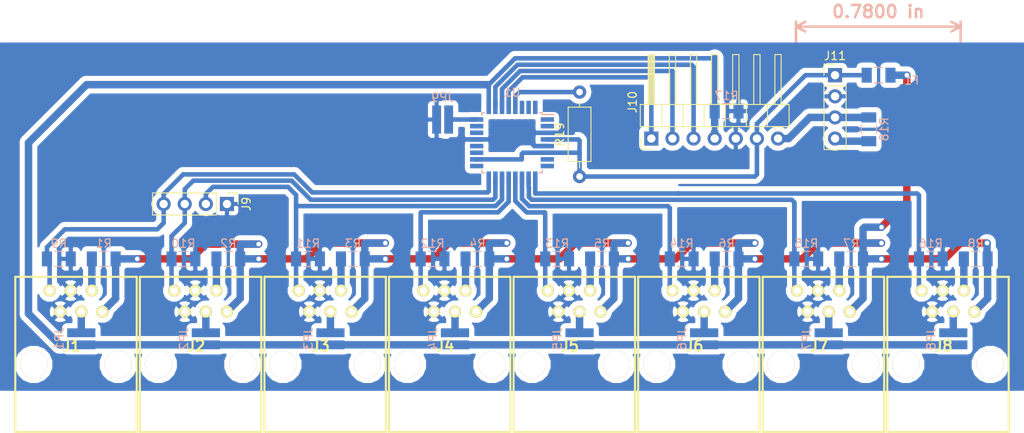
<source format=kicad_pcb>
(kicad_pcb (version 20171130) (host pcbnew "(5.0.0-rc2-58-gfc71fc647)")

  (general
    (thickness 1.6)
    (drawings 1)
    (tracks 252)
    (zones 0)
    (modules 41)
    (nets 48)
  )

  (page A4)
  (layers
    (0 F.Cu signal)
    (31 B.Cu signal)
    (32 B.Adhes user)
    (33 F.Adhes user)
    (34 B.Paste user)
    (35 F.Paste user)
    (36 B.SilkS user)
    (37 F.SilkS user)
    (38 B.Mask user)
    (39 F.Mask user)
    (40 Dwgs.User user)
    (41 Cmts.User user)
    (42 Eco1.User user)
    (43 Eco2.User user)
    (44 Edge.Cuts user)
    (45 Margin user)
    (46 B.CrtYd user)
    (47 F.CrtYd user)
    (48 B.Fab user)
    (49 F.Fab user)
  )

  (setup
    (last_trace_width 0.9)
    (trace_clearance 0.2)
    (zone_clearance 0.608)
    (zone_45_only no)
    (trace_min 0.2)
    (segment_width 0.2)
    (edge_width 0.1)
    (via_size 0.8)
    (via_drill 0.55)
    (via_min_size 0.4)
    (via_min_drill 0.3)
    (uvia_size 0.3)
    (uvia_drill 0.1)
    (uvias_allowed no)
    (uvia_min_size 0.2)
    (uvia_min_drill 0.1)
    (pcb_text_width 0.3)
    (pcb_text_size 1.5 1.5)
    (mod_edge_width 0.15)
    (mod_text_size 1 1)
    (mod_text_width 0.15)
    (pad_size 1.5 1.5)
    (pad_drill 0.6)
    (pad_to_mask_clearance 0)
    (aux_axis_origin 0 0)
    (visible_elements 7FFFFFFF)
    (pcbplotparams
      (layerselection 0x010fc_ffffffff)
      (usegerberextensions false)
      (usegerberattributes false)
      (usegerberadvancedattributes false)
      (creategerberjobfile false)
      (excludeedgelayer true)
      (linewidth 0.150000)
      (plotframeref false)
      (viasonmask false)
      (mode 1)
      (useauxorigin false)
      (hpglpennumber 1)
      (hpglpenspeed 20)
      (hpglpendiameter 15.000000)
      (psnegative false)
      (psa4output false)
      (plotreference true)
      (plotvalue true)
      (plotinvisibletext false)
      (padsonsilk false)
      (subtractmaskfromsilk false)
      (outputformat 1)
      (mirror false)
      (drillshape 1)
      (scaleselection 1)
      (outputdirectory ""))
  )

  (net 0 "")
  (net 1 dht_0)
  (net 2 GND)
  (net 3 "Net-(J8-Pad5)")
  (net 4 3V3)
  (net 5 dht_7)
  (net 6 "Net-(J2-Pad5)")
  (net 7 "Net-(J1-Pad5)")
  (net 8 "Net-(J4-Pad5)")
  (net 9 "Net-(J5-Pad5)")
  (net 10 "Net-(J6-Pad5)")
  (net 11 dht_6)
  (net 12 dht_5)
  (net 13 dht_4)
  (net 14 dht_3)
  (net 15 dht_2)
  (net 16 dht_1)
  (net 17 "Net-(J3-Pad5)")
  (net 18 "Net-(J7-Pad5)")
  (net 19 Vin)
  (net 20 1wire)
  (net 21 SDA)
  (net 22 SCL)
  (net 23 "Net-(J3-Pad4)")
  (net 24 "Net-(J4-Pad4)")
  (net 25 "Net-(J5-Pad4)")
  (net 26 "Net-(J2-Pad4)")
  (net 27 "Net-(J1-Pad4)")
  (net 28 "Net-(J7-Pad4)")
  (net 29 "Net-(J8-Pad4)")
  (net 30 "Net-(J6-Pad4)")
  (net 31 3V3_L)
  (net 32 "Net-(R19-Pad2)")
  (net 33 "Net-(J11-Pad4)")
  (net 34 "Net-(JP9-Pad1)")
  (net 35 "Net-(U1-Pad1)")
  (net 36 "Net-(U1-Pad2)")
  (net 37 "Net-(U1-Pad7)")
  (net 38 "Net-(U1-Pad17)")
  (net 39 "Net-(U1-Pad19)")
  (net 40 "Net-(U1-Pad20)")
  (net 41 "Net-(U1-Pad22)")
  (net 42 "Net-(U1-Pad23)")
  (net 43 "Net-(U1-Pad30)")
  (net 44 "Net-(U1-Pad31)")
  (net 45 "Net-(U1-Pad32)")
  (net 46 Lock)
  (net 47 "Net-(U1-Pad8)")

  (net_class Default "To jest domyślna klasa połączeń."
    (clearance 0.2)
    (trace_width 0.9)
    (via_dia 0.8)
    (via_drill 0.55)
    (uvia_dia 0.3)
    (uvia_drill 0.1)
    (add_net 1wire)
    (add_net 3V3)
    (add_net "Net-(J1-Pad4)")
    (add_net "Net-(J1-Pad5)")
    (add_net "Net-(J11-Pad4)")
    (add_net "Net-(J2-Pad4)")
    (add_net "Net-(J2-Pad5)")
    (add_net "Net-(J3-Pad4)")
    (add_net "Net-(J3-Pad5)")
    (add_net "Net-(J4-Pad4)")
    (add_net "Net-(J4-Pad5)")
    (add_net "Net-(J5-Pad4)")
    (add_net "Net-(J5-Pad5)")
    (add_net "Net-(J6-Pad4)")
    (add_net "Net-(J6-Pad5)")
    (add_net "Net-(J7-Pad4)")
    (add_net "Net-(J7-Pad5)")
    (add_net "Net-(J8-Pad4)")
    (add_net "Net-(J8-Pad5)")
    (add_net "Net-(U1-Pad1)")
    (add_net "Net-(U1-Pad17)")
    (add_net "Net-(U1-Pad19)")
    (add_net "Net-(U1-Pad2)")
    (add_net "Net-(U1-Pad20)")
    (add_net "Net-(U1-Pad22)")
    (add_net "Net-(U1-Pad23)")
    (add_net "Net-(U1-Pad30)")
    (add_net "Net-(U1-Pad31)")
    (add_net "Net-(U1-Pad32)")
    (add_net "Net-(U1-Pad7)")
    (add_net "Net-(U1-Pad8)")
    (add_net Vin)
  )

  (net_class Cienkie ""
    (clearance 0.2)
    (trace_width 0.55)
    (via_dia 0.8)
    (via_drill 0.55)
    (uvia_dia 0.3)
    (uvia_drill 0.1)
    (add_net 3V3_L)
    (add_net GND)
    (add_net Lock)
    (add_net "Net-(JP9-Pad1)")
    (add_net "Net-(R19-Pad2)")
    (add_net SCL)
    (add_net SDA)
    (add_net dht_0)
    (add_net dht_1)
    (add_net dht_2)
    (add_net dht_3)
    (add_net dht_4)
    (add_net dht_5)
    (add_net dht_6)
    (add_net dht_7)
  )

  (module Connector_PinHeader_2.54mm:PinHeader_1x07_P2.54mm_Horizontal (layer F.Cu) (tedit 5B3FA540) (tstamp 5B43F5D0)
    (at 157.734 85.852 90)
    (descr "Through hole angled pin header, 1x07, 2.54mm pitch, 6mm pin length, single row")
    (tags "Through hole angled pin header THT 1x07 2.54mm single row")
    (path /5B3FBF0B)
    (fp_text reference J10 (at 4.385 -2.27 90) (layer F.SilkS)
      (effects (font (size 1 1) (thickness 0.15)))
    )
    (fp_text value Conn (at 4.385 17.51 90) (layer F.Fab)
      (effects (font (size 1 1) (thickness 0.15)))
    )
    (fp_line (start 2.135 -1.27) (end 4.04 -1.27) (layer F.Fab) (width 0.1))
    (fp_line (start 4.04 -1.27) (end 4.04 16.51) (layer F.Fab) (width 0.1))
    (fp_line (start 4.04 16.51) (end 1.5 16.51) (layer F.Fab) (width 0.1))
    (fp_line (start 1.5 16.51) (end 1.5 -0.635) (layer F.Fab) (width 0.1))
    (fp_line (start 1.5 -0.635) (end 2.135 -1.27) (layer F.Fab) (width 0.1))
    (fp_line (start -0.32 -0.32) (end 1.5 -0.32) (layer F.Fab) (width 0.1))
    (fp_line (start -0.32 -0.32) (end -0.32 0.32) (layer F.Fab) (width 0.1))
    (fp_line (start -0.32 0.32) (end 1.5 0.32) (layer F.Fab) (width 0.1))
    (fp_line (start 4.04 -0.32) (end 10.04 -0.32) (layer F.Fab) (width 0.1))
    (fp_line (start 10.04 -0.32) (end 10.04 0.32) (layer F.Fab) (width 0.1))
    (fp_line (start 4.04 0.32) (end 10.04 0.32) (layer F.Fab) (width 0.1))
    (fp_line (start -0.32 2.22) (end 1.5 2.22) (layer F.Fab) (width 0.1))
    (fp_line (start -0.32 2.22) (end -0.32 2.86) (layer F.Fab) (width 0.1))
    (fp_line (start -0.32 2.86) (end 1.5 2.86) (layer F.Fab) (width 0.1))
    (fp_line (start 4.04 2.22) (end 10.04 2.22) (layer F.Fab) (width 0.1))
    (fp_line (start 10.04 2.22) (end 10.04 2.86) (layer F.Fab) (width 0.1))
    (fp_line (start 4.04 2.86) (end 10.04 2.86) (layer F.Fab) (width 0.1))
    (fp_line (start -0.32 4.76) (end 1.5 4.76) (layer F.Fab) (width 0.1))
    (fp_line (start -0.32 4.76) (end -0.32 5.4) (layer F.Fab) (width 0.1))
    (fp_line (start -0.32 5.4) (end 1.5 5.4) (layer F.Fab) (width 0.1))
    (fp_line (start 4.04 4.76) (end 10.04 4.76) (layer F.Fab) (width 0.1))
    (fp_line (start 10.04 4.76) (end 10.04 5.4) (layer F.Fab) (width 0.1))
    (fp_line (start 4.04 5.4) (end 10.04 5.4) (layer F.Fab) (width 0.1))
    (fp_line (start -0.32 7.3) (end 1.5 7.3) (layer F.Fab) (width 0.1))
    (fp_line (start -0.32 7.3) (end -0.32 7.94) (layer F.Fab) (width 0.1))
    (fp_line (start -0.32 7.94) (end 1.5 7.94) (layer F.Fab) (width 0.1))
    (fp_line (start 4.04 7.3) (end 10.04 7.3) (layer F.Fab) (width 0.1))
    (fp_line (start 10.04 7.3) (end 10.04 7.94) (layer F.Fab) (width 0.1))
    (fp_line (start 4.04 7.94) (end 10.04 7.94) (layer F.Fab) (width 0.1))
    (fp_line (start -0.32 9.84) (end 1.5 9.84) (layer F.Fab) (width 0.1))
    (fp_line (start -0.32 9.84) (end -0.32 10.48) (layer F.Fab) (width 0.1))
    (fp_line (start -0.32 10.48) (end 1.5 10.48) (layer F.Fab) (width 0.1))
    (fp_line (start 4.04 9.84) (end 10.04 9.84) (layer F.Fab) (width 0.1))
    (fp_line (start 10.04 9.84) (end 10.04 10.48) (layer F.Fab) (width 0.1))
    (fp_line (start 4.04 10.48) (end 10.04 10.48) (layer F.Fab) (width 0.1))
    (fp_line (start -0.32 12.38) (end 1.5 12.38) (layer F.Fab) (width 0.1))
    (fp_line (start -0.32 12.38) (end -0.32 13.02) (layer F.Fab) (width 0.1))
    (fp_line (start -0.32 13.02) (end 1.5 13.02) (layer F.Fab) (width 0.1))
    (fp_line (start 4.04 12.38) (end 10.04 12.38) (layer F.Fab) (width 0.1))
    (fp_line (start 10.04 12.38) (end 10.04 13.02) (layer F.Fab) (width 0.1))
    (fp_line (start 4.04 13.02) (end 10.04 13.02) (layer F.Fab) (width 0.1))
    (fp_line (start -0.32 14.92) (end 1.5 14.92) (layer F.Fab) (width 0.1))
    (fp_line (start -0.32 14.92) (end -0.32 15.56) (layer F.Fab) (width 0.1))
    (fp_line (start -0.32 15.56) (end 1.5 15.56) (layer F.Fab) (width 0.1))
    (fp_line (start 4.04 14.92) (end 10.04 14.92) (layer F.Fab) (width 0.1))
    (fp_line (start 10.04 14.92) (end 10.04 15.56) (layer F.Fab) (width 0.1))
    (fp_line (start 4.04 15.56) (end 10.04 15.56) (layer F.Fab) (width 0.1))
    (fp_line (start 1.44 -1.33) (end 1.44 16.57) (layer F.SilkS) (width 0.12))
    (fp_line (start 1.44 16.57) (end 4.1 16.57) (layer F.SilkS) (width 0.12))
    (fp_line (start 4.1 16.57) (end 4.1 -1.33) (layer F.SilkS) (width 0.12))
    (fp_line (start 4.1 -1.33) (end 1.44 -1.33) (layer F.SilkS) (width 0.12))
    (fp_line (start 4.1 -0.38) (end 10.1 -0.38) (layer F.SilkS) (width 0.12))
    (fp_line (start 10.1 -0.38) (end 10.1 0.38) (layer F.SilkS) (width 0.12))
    (fp_line (start 10.1 0.38) (end 4.1 0.38) (layer F.SilkS) (width 0.12))
    (fp_line (start 4.1 -0.32) (end 10.1 -0.32) (layer F.SilkS) (width 0.12))
    (fp_line (start 4.1 -0.2) (end 10.1 -0.2) (layer F.SilkS) (width 0.12))
    (fp_line (start 4.1 -0.08) (end 10.1 -0.08) (layer F.SilkS) (width 0.12))
    (fp_line (start 4.1 0.04) (end 10.1 0.04) (layer F.SilkS) (width 0.12))
    (fp_line (start 4.1 0.16) (end 10.1 0.16) (layer F.SilkS) (width 0.12))
    (fp_line (start 4.1 0.28) (end 10.1 0.28) (layer F.SilkS) (width 0.12))
    (fp_line (start 1.11 -0.38) (end 1.44 -0.38) (layer F.SilkS) (width 0.12))
    (fp_line (start 1.11 0.38) (end 1.44 0.38) (layer F.SilkS) (width 0.12))
    (fp_line (start 1.44 1.27) (end 4.1 1.27) (layer F.SilkS) (width 0.12))
    (fp_line (start 4.1 2.16) (end 10.1 2.16) (layer F.SilkS) (width 0.12))
    (fp_line (start 10.1 2.16) (end 10.1 2.92) (layer F.SilkS) (width 0.12))
    (fp_line (start 10.1 2.92) (end 4.1 2.92) (layer F.SilkS) (width 0.12))
    (fp_line (start 1.042929 2.16) (end 1.44 2.16) (layer F.SilkS) (width 0.12))
    (fp_line (start 1.042929 2.92) (end 1.44 2.92) (layer F.SilkS) (width 0.12))
    (fp_line (start 1.44 3.81) (end 4.1 3.81) (layer F.SilkS) (width 0.12))
    (fp_line (start 4.1 4.7) (end 10.1 4.7) (layer F.SilkS) (width 0.12))
    (fp_line (start 10.1 4.7) (end 10.1 5.46) (layer F.SilkS) (width 0.12))
    (fp_line (start 10.1 5.46) (end 4.1 5.46) (layer F.SilkS) (width 0.12))
    (fp_line (start 1.042929 4.7) (end 1.44 4.7) (layer F.SilkS) (width 0.12))
    (fp_line (start 1.042929 5.46) (end 1.44 5.46) (layer F.SilkS) (width 0.12))
    (fp_line (start 1.44 6.35) (end 4.1 6.35) (layer F.SilkS) (width 0.12))
    (fp_line (start 4.1 7.24) (end 10.1 7.24) (layer F.SilkS) (width 0.12))
    (fp_line (start 10.1 7.24) (end 10.1 8) (layer F.SilkS) (width 0.12))
    (fp_line (start 10.1 8) (end 4.1 8) (layer F.SilkS) (width 0.12))
    (fp_line (start 1.042929 7.24) (end 1.44 7.24) (layer F.SilkS) (width 0.12))
    (fp_line (start 1.042929 8) (end 1.44 8) (layer F.SilkS) (width 0.12))
    (fp_line (start 1.44 8.89) (end 4.1 8.89) (layer F.SilkS) (width 0.12))
    (fp_line (start 4.1 9.78) (end 10.1 9.78) (layer F.SilkS) (width 0.12))
    (fp_line (start 10.1 9.78) (end 10.1 10.54) (layer F.SilkS) (width 0.12))
    (fp_line (start 10.1 10.54) (end 4.1 10.54) (layer F.SilkS) (width 0.12))
    (fp_line (start 1.042929 9.78) (end 1.44 9.78) (layer F.SilkS) (width 0.12))
    (fp_line (start 1.042929 10.54) (end 1.44 10.54) (layer F.SilkS) (width 0.12))
    (fp_line (start 1.44 11.43) (end 4.1 11.43) (layer F.SilkS) (width 0.12))
    (fp_line (start 4.1 12.32) (end 10.1 12.32) (layer F.SilkS) (width 0.12))
    (fp_line (start 10.1 12.32) (end 10.1 13.08) (layer F.SilkS) (width 0.12))
    (fp_line (start 10.1 13.08) (end 4.1 13.08) (layer F.SilkS) (width 0.12))
    (fp_line (start 1.042929 12.32) (end 1.44 12.32) (layer F.SilkS) (width 0.12))
    (fp_line (start 1.042929 13.08) (end 1.44 13.08) (layer F.SilkS) (width 0.12))
    (fp_line (start 1.44 13.97) (end 4.1 13.97) (layer F.SilkS) (width 0.12))
    (fp_line (start 4.1 14.86) (end 10.1 14.86) (layer F.SilkS) (width 0.12))
    (fp_line (start 10.1 14.86) (end 10.1 15.62) (layer F.SilkS) (width 0.12))
    (fp_line (start 10.1 15.62) (end 4.1 15.62) (layer F.SilkS) (width 0.12))
    (fp_line (start 1.042929 14.86) (end 1.44 14.86) (layer F.SilkS) (width 0.12))
    (fp_line (start 1.042929 15.62) (end 1.44 15.62) (layer F.SilkS) (width 0.12))
    (fp_line (start -1.27 0) (end -1.27 -1.27) (layer F.SilkS) (width 0.12))
    (fp_line (start -1.27 -1.27) (end 0 -1.27) (layer F.SilkS) (width 0.12))
    (fp_line (start -1.8 -1.8) (end -1.8 17.05) (layer F.CrtYd) (width 0.05))
    (fp_line (start -1.8 17.05) (end 10.55 17.05) (layer F.CrtYd) (width 0.05))
    (fp_line (start 10.55 17.05) (end 10.55 -1.8) (layer F.CrtYd) (width 0.05))
    (fp_line (start 10.55 -1.8) (end -1.8 -1.8) (layer F.CrtYd) (width 0.05))
    (fp_text user %R (at 2.77 7.62 180) (layer F.Fab)
      (effects (font (size 1 1) (thickness 0.15)))
    )
    (pad 1 thru_hole rect (at 0 0 90) (size 1.7 1.7) (drill 1) (layers *.Cu *.Mask)
      (net 22 SCL))
    (pad 2 thru_hole oval (at 0 2.54 90) (size 1.7 1.7) (drill 1) (layers *.Cu *.Mask)
      (net 21 SDA))
    (pad 3 thru_hole oval (at 0 5.08 90) (size 1.7 1.7) (drill 1) (layers *.Cu *.Mask)
      (net 46 Lock))
    (pad 4 thru_hole oval (at 0 7.62 90) (size 1.7 1.7) (drill 1) (layers *.Cu *.Mask)
      (net 20 1wire))
    (pad 5 thru_hole oval (at 0 10.16 90) (size 1.7 1.7) (drill 1) (layers *.Cu *.Mask)
      (net 2 GND))
    (pad 6 thru_hole oval (at 0 12.7 90) (size 1.7 1.7) (drill 1) (layers *.Cu *.Mask)
      (net 31 3V3_L))
    (pad 7 thru_hole oval (at 0 15.24 90) (size 1.7 1.7) (drill 1) (layers *.Cu *.Mask)
      (net 19 Vin))
    (model ${KISYS3DMOD}/Connector_PinHeader_2.54mm.3dshapes/PinHeader_1x07_P2.54mm_Horizontal.wrl
      (at (xyz 0 0 0))
      (scale (xyz 1 1 1))
      (rotate (xyz 0 0 0))
    )
  )

  (module MHRJJ66NFRA:MHRJJ66NFRA (layer F.Cu) (tedit 5AF873FC) (tstamp 5B05CE3E)
    (at 118.491 104.14)
    (descr MHRJJ66NFRAS)
    (tags Connector)
    (path /5AFA64CF)
    (fp_text reference J3 (at -0.545 6.669) (layer F.SilkS)
      (effects (font (size 1.27 1.27) (thickness 0.254)))
    )
    (fp_text value MHRJJ66NFRA (at -0.545 6.669) (layer F.SilkS) hide
      (effects (font (size 1.27 1.27) (thickness 0.254)))
    )
    (fp_line (start 7.305 17.02) (end 7.305 -1.65) (layer F.SilkS) (width 0.254))
    (fp_line (start -7.305 -1.65) (end -7.305 17.02) (layer F.SilkS) (width 0.254))
    (fp_line (start 7.305 17.02) (end -7.305 17.02) (layer F.SilkS) (width 0.254))
    (fp_line (start -7.305 -1.65) (end 7.305 -1.65) (layer F.SilkS) (width 0.254))
    (fp_line (start -7.305 17.02) (end -7.305 -1.65) (layer Dwgs.User) (width 0.254))
    (fp_line (start 7.305 17.02) (end -7.305 17.02) (layer Dwgs.User) (width 0.254))
    (fp_line (start 7.305 -1.65) (end 7.305 17.02) (layer Dwgs.User) (width 0.254))
    (fp_line (start -7.305 -1.65) (end 7.305 -1.65) (layer Dwgs.User) (width 0.254))
    (pad 8 thru_hole circle (at 5.08 8.89 90) (size 3.25 3.25) (drill 3.25) (layers *.Cu *.Mask F.SilkS))
    (pad 7 thru_hole circle (at -5.08 8.89 90) (size 3.25 3.25) (drill 3.25) (layers *.Cu *.Mask F.SilkS))
    (pad 6 thru_hole circle (at 3.175 2.54 90) (size 1.45 1.45) (drill 0.9) (layers *.Cu *.Mask F.SilkS)
      (net 4 3V3))
    (pad 5 thru_hole circle (at 1.905 0 90) (size 1.45 1.45) (drill 0.9) (layers *.Cu *.Mask F.SilkS)
      (net 17 "Net-(J3-Pad5)"))
    (pad 4 thru_hole circle (at 0.635 2.54 90) (size 1.45 1.45) (drill 0.9) (layers *.Cu *.Mask F.SilkS)
      (net 23 "Net-(J3-Pad4)"))
    (pad 3 thru_hole circle (at -0.635 0 90) (size 1.45 1.45) (drill 0.9) (layers *.Cu *.Mask F.SilkS)
      (net 2 GND))
    (pad 2 thru_hole circle (at -1.905 2.54 90) (size 1.45 1.45) (drill 0.9) (layers *.Cu *.Mask F.SilkS)
      (net 2 GND))
    (pad 1 thru_hole circle (at -3.175 0 90) (size 1.45 1.45) (drill 0.9) (layers *.Cu *.Mask F.SilkS)
      (net 15 dht_2))
  )

  (module MHRJJ66NFRA:MHRJJ66NFRA (layer F.Cu) (tedit 5AF873FC) (tstamp 5B05CDEE)
    (at 193.421 104.14)
    (descr MHRJJ66NFRAS)
    (tags Connector)
    (path /5AFA7EC5)
    (fp_text reference J8 (at -0.545 6.669) (layer F.SilkS)
      (effects (font (size 1.27 1.27) (thickness 0.254)))
    )
    (fp_text value MHRJJ66NFRA (at -0.545 6.669) (layer F.SilkS) hide
      (effects (font (size 1.27 1.27) (thickness 0.254)))
    )
    (fp_line (start 7.305 17.02) (end 7.305 -1.65) (layer F.SilkS) (width 0.254))
    (fp_line (start -7.305 -1.65) (end -7.305 17.02) (layer F.SilkS) (width 0.254))
    (fp_line (start 7.305 17.02) (end -7.305 17.02) (layer F.SilkS) (width 0.254))
    (fp_line (start -7.305 -1.65) (end 7.305 -1.65) (layer F.SilkS) (width 0.254))
    (fp_line (start -7.305 17.02) (end -7.305 -1.65) (layer Dwgs.User) (width 0.254))
    (fp_line (start 7.305 17.02) (end -7.305 17.02) (layer Dwgs.User) (width 0.254))
    (fp_line (start 7.305 -1.65) (end 7.305 17.02) (layer Dwgs.User) (width 0.254))
    (fp_line (start -7.305 -1.65) (end 7.305 -1.65) (layer Dwgs.User) (width 0.254))
    (pad 8 thru_hole circle (at 5.08 8.89 90) (size 3.25 3.25) (drill 3.25) (layers *.Cu *.Mask F.SilkS))
    (pad 7 thru_hole circle (at -5.08 8.89 90) (size 3.25 3.25) (drill 3.25) (layers *.Cu *.Mask F.SilkS))
    (pad 6 thru_hole circle (at 3.175 2.54 90) (size 1.45 1.45) (drill 0.9) (layers *.Cu *.Mask F.SilkS)
      (net 4 3V3))
    (pad 5 thru_hole circle (at 1.905 0 90) (size 1.45 1.45) (drill 0.9) (layers *.Cu *.Mask F.SilkS)
      (net 3 "Net-(J8-Pad5)"))
    (pad 4 thru_hole circle (at 0.635 2.54 90) (size 1.45 1.45) (drill 0.9) (layers *.Cu *.Mask F.SilkS)
      (net 29 "Net-(J8-Pad4)"))
    (pad 3 thru_hole circle (at -0.635 0 90) (size 1.45 1.45) (drill 0.9) (layers *.Cu *.Mask F.SilkS)
      (net 2 GND))
    (pad 2 thru_hole circle (at -1.905 2.54 90) (size 1.45 1.45) (drill 0.9) (layers *.Cu *.Mask F.SilkS)
      (net 2 GND))
    (pad 1 thru_hole circle (at -3.175 0 90) (size 1.45 1.45) (drill 0.9) (layers *.Cu *.Mask F.SilkS)
      (net 5 dht_7))
  )

  (module Connector_PinHeader_2.54mm:PinHeader_1x04_P2.54mm_Vertical (layer F.Cu) (tedit 5B438C90) (tstamp 5B480DC5)
    (at 106.68 93.726 270)
    (descr "Through hole straight pin header, 1x04, 2.54mm pitch, single row")
    (tags "Through hole pin header THT 1x04 2.54mm single row")
    (path /5B491CA8)
    (fp_text reference J9 (at 0 -2.33 270) (layer F.SilkS)
      (effects (font (size 1 1) (thickness 0.15)))
    )
    (fp_text value Prog (at 0 9.95 270) (layer F.Fab)
      (effects (font (size 1 1) (thickness 0.15)))
    )
    (fp_text user %R (at 0 3.81) (layer F.Fab)
      (effects (font (size 1 1) (thickness 0.15)))
    )
    (fp_line (start 1.8 -1.8) (end -1.8 -1.8) (layer F.CrtYd) (width 0.05))
    (fp_line (start 1.8 9.4) (end 1.8 -1.8) (layer F.CrtYd) (width 0.05))
    (fp_line (start -1.8 9.4) (end 1.8 9.4) (layer F.CrtYd) (width 0.05))
    (fp_line (start -1.8 -1.8) (end -1.8 9.4) (layer F.CrtYd) (width 0.05))
    (fp_line (start -1.33 -1.33) (end 0 -1.33) (layer F.SilkS) (width 0.12))
    (fp_line (start -1.33 0) (end -1.33 -1.33) (layer F.SilkS) (width 0.12))
    (fp_line (start -1.33 1.27) (end 1.33 1.27) (layer F.SilkS) (width 0.12))
    (fp_line (start 1.33 1.27) (end 1.33 8.95) (layer F.SilkS) (width 0.12))
    (fp_line (start -1.33 1.27) (end -1.33 8.95) (layer F.SilkS) (width 0.12))
    (fp_line (start -1.33 8.95) (end 1.33 8.95) (layer F.SilkS) (width 0.12))
    (fp_line (start -1.27 -0.635) (end -0.635 -1.27) (layer F.Fab) (width 0.1))
    (fp_line (start -1.27 8.89) (end -1.27 -0.635) (layer F.Fab) (width 0.1))
    (fp_line (start 1.27 8.89) (end -1.27 8.89) (layer F.Fab) (width 0.1))
    (fp_line (start 1.27 -1.27) (end 1.27 8.89) (layer F.Fab) (width 0.1))
    (fp_line (start -0.635 -1.27) (end 1.27 -1.27) (layer F.Fab) (width 0.1))
    (pad 4 thru_hole oval (at 0 7.62 270) (size 1.7 1.7) (drill 1) (layers *.Cu *.Mask)
      (net 1 dht_0))
    (pad 3 thru_hole oval (at 0 5.08 270) (size 1.7 1.7) (drill 1) (layers *.Cu *.Mask)
      (net 16 dht_1))
    (pad 2 thru_hole oval (at 0 2.54 270) (size 1.7 1.7) (drill 1) (layers *.Cu *.Mask)
      (net 15 dht_2))
    (pad 1 thru_hole rect (at 0 0 270) (size 1.7 1.7) (drill 1) (layers *.Cu *.Mask)
      (net 2 GND))
    (model ${KISYS3DMOD}/Connector_PinHeader_2.54mm.3dshapes/PinHeader_1x04_P2.54mm_Vertical.wrl
      (at (xyz 0 0 0))
      (scale (xyz 1 1 1))
      (rotate (xyz 0 0 0))
    )
  )

  (module Connector_PinHeader_2.54mm:PinHeader_1x04_P2.54mm_Vertical (layer F.Cu) (tedit 59FED5CC) (tstamp 5B43DC83)
    (at 179.832 78.232)
    (descr "Through hole straight pin header, 1x04, 2.54mm pitch, single row")
    (tags "Through hole pin header THT 1x04 2.54mm single row")
    (path /5B3BDD3F)
    (fp_text reference J11 (at 0 -2.33) (layer F.SilkS)
      (effects (font (size 1 1) (thickness 0.15)))
    )
    (fp_text value "Power Supply" (at 0 9.95) (layer F.Fab)
      (effects (font (size 1 1) (thickness 0.15)))
    )
    (fp_line (start -0.635 -1.27) (end 1.27 -1.27) (layer F.Fab) (width 0.1))
    (fp_line (start 1.27 -1.27) (end 1.27 8.89) (layer F.Fab) (width 0.1))
    (fp_line (start 1.27 8.89) (end -1.27 8.89) (layer F.Fab) (width 0.1))
    (fp_line (start -1.27 8.89) (end -1.27 -0.635) (layer F.Fab) (width 0.1))
    (fp_line (start -1.27 -0.635) (end -0.635 -1.27) (layer F.Fab) (width 0.1))
    (fp_line (start -1.33 8.95) (end 1.33 8.95) (layer F.SilkS) (width 0.12))
    (fp_line (start -1.33 1.27) (end -1.33 8.95) (layer F.SilkS) (width 0.12))
    (fp_line (start 1.33 1.27) (end 1.33 8.95) (layer F.SilkS) (width 0.12))
    (fp_line (start -1.33 1.27) (end 1.33 1.27) (layer F.SilkS) (width 0.12))
    (fp_line (start -1.33 0) (end -1.33 -1.33) (layer F.SilkS) (width 0.12))
    (fp_line (start -1.33 -1.33) (end 0 -1.33) (layer F.SilkS) (width 0.12))
    (fp_line (start -1.8 -1.8) (end -1.8 9.4) (layer F.CrtYd) (width 0.05))
    (fp_line (start -1.8 9.4) (end 1.8 9.4) (layer F.CrtYd) (width 0.05))
    (fp_line (start 1.8 9.4) (end 1.8 -1.8) (layer F.CrtYd) (width 0.05))
    (fp_line (start 1.8 -1.8) (end -1.8 -1.8) (layer F.CrtYd) (width 0.05))
    (fp_text user %R (at 0 3.81 90) (layer F.Fab)
      (effects (font (size 1 1) (thickness 0.15)))
    )
    (pad 1 thru_hole rect (at 0 0) (size 1.7 1.7) (drill 1) (layers *.Cu *.Mask)
      (net 31 3V3_L))
    (pad 2 thru_hole oval (at 0 2.54) (size 1.7 1.7) (drill 1) (layers *.Cu *.Mask)
      (net 2 GND))
    (pad 3 thru_hole oval (at 0 5.08) (size 1.7 1.7) (drill 1) (layers *.Cu *.Mask)
      (net 19 Vin))
    (pad 4 thru_hole oval (at 0 7.62) (size 1.7 1.7) (drill 1) (layers *.Cu *.Mask)
      (net 33 "Net-(J11-Pad4)"))
    (model ${KISYS3DMOD}/Connector_PinHeader_2.54mm.3dshapes/PinHeader_1x04_P2.54mm_Vertical.wrl
      (at (xyz 0 0 0))
      (scale (xyz 1 1 1))
      (rotate (xyz 0 0 0))
    )
  )

  (module Package_QFP:TQFP-32_7x7mm_P0.8mm (layer B.Cu) (tedit 5A02F146) (tstamp 5B47D641)
    (at 140.97 86.36 180)
    (descr "32-Lead Plastic Thin Quad Flatpack (PT) - 7x7x1.0 mm Body, 2.00 mm [TQFP] (see Microchip Packaging Specification 00000049BS.pdf)")
    (tags "QFP 0.8")
    (path /5B47C124)
    (attr smd)
    (fp_text reference U1 (at 0 6.05 180) (layer B.SilkS)
      (effects (font (size 1 1) (thickness 0.15)) (justify mirror))
    )
    (fp_text value ATmega328P-AU (at 0 -6.05 180) (layer B.Fab)
      (effects (font (size 1 1) (thickness 0.15)) (justify mirror))
    )
    (fp_text user %R (at 0 0 180) (layer B.Fab)
      (effects (font (size 1 1) (thickness 0.15)) (justify mirror))
    )
    (fp_line (start -2.5 3.5) (end 3.5 3.5) (layer B.Fab) (width 0.15))
    (fp_line (start 3.5 3.5) (end 3.5 -3.5) (layer B.Fab) (width 0.15))
    (fp_line (start 3.5 -3.5) (end -3.5 -3.5) (layer B.Fab) (width 0.15))
    (fp_line (start -3.5 -3.5) (end -3.5 2.5) (layer B.Fab) (width 0.15))
    (fp_line (start -3.5 2.5) (end -2.5 3.5) (layer B.Fab) (width 0.15))
    (fp_line (start -5.3 5.3) (end -5.3 -5.3) (layer B.CrtYd) (width 0.05))
    (fp_line (start 5.3 5.3) (end 5.3 -5.3) (layer B.CrtYd) (width 0.05))
    (fp_line (start -5.3 5.3) (end 5.3 5.3) (layer B.CrtYd) (width 0.05))
    (fp_line (start -5.3 -5.3) (end 5.3 -5.3) (layer B.CrtYd) (width 0.05))
    (fp_line (start -3.625 3.625) (end -3.625 3.4) (layer B.SilkS) (width 0.15))
    (fp_line (start 3.625 3.625) (end 3.625 3.3) (layer B.SilkS) (width 0.15))
    (fp_line (start 3.625 -3.625) (end 3.625 -3.3) (layer B.SilkS) (width 0.15))
    (fp_line (start -3.625 -3.625) (end -3.625 -3.3) (layer B.SilkS) (width 0.15))
    (fp_line (start -3.625 3.625) (end -3.3 3.625) (layer B.SilkS) (width 0.15))
    (fp_line (start -3.625 -3.625) (end -3.3 -3.625) (layer B.SilkS) (width 0.15))
    (fp_line (start 3.625 -3.625) (end 3.3 -3.625) (layer B.SilkS) (width 0.15))
    (fp_line (start 3.625 3.625) (end 3.3 3.625) (layer B.SilkS) (width 0.15))
    (fp_line (start -3.625 3.4) (end -5.05 3.4) (layer B.SilkS) (width 0.15))
    (pad 1 smd rect (at -4.25 2.8 180) (size 1.6 0.55) (layers B.Cu B.Paste B.Mask)
      (net 35 "Net-(U1-Pad1)"))
    (pad 2 smd rect (at -4.25 2 180) (size 1.6 0.55) (layers B.Cu B.Paste B.Mask)
      (net 36 "Net-(U1-Pad2)"))
    (pad 3 smd rect (at -4.25 1.2 180) (size 1.6 0.55) (layers B.Cu B.Paste B.Mask)
      (net 2 GND))
    (pad 4 smd rect (at -4.25 0.4 180) (size 1.6 0.55) (layers B.Cu B.Paste B.Mask)
      (net 31 3V3_L))
    (pad 5 smd rect (at -4.25 -0.4 180) (size 1.6 0.55) (layers B.Cu B.Paste B.Mask)
      (net 2 GND))
    (pad 6 smd rect (at -4.25 -1.2 180) (size 1.6 0.55) (layers B.Cu B.Paste B.Mask)
      (net 31 3V3_L))
    (pad 7 smd rect (at -4.25 -2 180) (size 1.6 0.55) (layers B.Cu B.Paste B.Mask)
      (net 37 "Net-(U1-Pad7)"))
    (pad 8 smd rect (at -4.25 -2.8 180) (size 1.6 0.55) (layers B.Cu B.Paste B.Mask)
      (net 47 "Net-(U1-Pad8)"))
    (pad 9 smd rect (at -2.8 -4.25 90) (size 1.6 0.55) (layers B.Cu B.Paste B.Mask)
      (net 5 dht_7))
    (pad 10 smd rect (at -2 -4.25 90) (size 1.6 0.55) (layers B.Cu B.Paste B.Mask)
      (net 11 dht_6))
    (pad 11 smd rect (at -1.2 -4.25 90) (size 1.6 0.55) (layers B.Cu B.Paste B.Mask)
      (net 12 dht_5))
    (pad 12 smd rect (at -0.4 -4.25 90) (size 1.6 0.55) (layers B.Cu B.Paste B.Mask)
      (net 13 dht_4))
    (pad 13 smd rect (at 0.4 -4.25 90) (size 1.6 0.55) (layers B.Cu B.Paste B.Mask)
      (net 14 dht_3))
    (pad 14 smd rect (at 1.2 -4.25 90) (size 1.6 0.55) (layers B.Cu B.Paste B.Mask)
      (net 15 dht_2))
    (pad 15 smd rect (at 2 -4.25 90) (size 1.6 0.55) (layers B.Cu B.Paste B.Mask)
      (net 16 dht_1))
    (pad 16 smd rect (at 2.8 -4.25 90) (size 1.6 0.55) (layers B.Cu B.Paste B.Mask)
      (net 1 dht_0))
    (pad 17 smd rect (at 4.25 -2.8 180) (size 1.6 0.55) (layers B.Cu B.Paste B.Mask)
      (net 38 "Net-(U1-Pad17)"))
    (pad 18 smd rect (at 4.25 -2 180) (size 1.6 0.55) (layers B.Cu B.Paste B.Mask)
      (net 31 3V3_L))
    (pad 19 smd rect (at 4.25 -1.2 180) (size 1.6 0.55) (layers B.Cu B.Paste B.Mask)
      (net 39 "Net-(U1-Pad19)"))
    (pad 20 smd rect (at 4.25 -0.4 180) (size 1.6 0.55) (layers B.Cu B.Paste B.Mask)
      (net 40 "Net-(U1-Pad20)"))
    (pad 21 smd rect (at 4.25 0.4 180) (size 1.6 0.55) (layers B.Cu B.Paste B.Mask)
      (net 2 GND))
    (pad 22 smd rect (at 4.25 1.2 180) (size 1.6 0.55) (layers B.Cu B.Paste B.Mask)
      (net 41 "Net-(U1-Pad22)"))
    (pad 23 smd rect (at 4.25 2 180) (size 1.6 0.55) (layers B.Cu B.Paste B.Mask)
      (net 42 "Net-(U1-Pad23)"))
    (pad 24 smd rect (at 4.25 2.8 180) (size 1.6 0.55) (layers B.Cu B.Paste B.Mask)
      (net 34 "Net-(JP9-Pad1)"))
    (pad 25 smd rect (at 2.8 4.25 90) (size 1.6 0.55) (layers B.Cu B.Paste B.Mask)
      (net 20 1wire))
    (pad 26 smd rect (at 2 4.25 90) (size 1.6 0.55) (layers B.Cu B.Paste B.Mask)
      (net 46 Lock))
    (pad 27 smd rect (at 1.2 4.25 90) (size 1.6 0.55) (layers B.Cu B.Paste B.Mask)
      (net 21 SDA))
    (pad 28 smd rect (at 0.4 4.25 90) (size 1.6 0.55) (layers B.Cu B.Paste B.Mask)
      (net 22 SCL))
    (pad 29 smd rect (at -0.4 4.25 90) (size 1.6 0.55) (layers B.Cu B.Paste B.Mask)
      (net 32 "Net-(R19-Pad2)"))
    (pad 30 smd rect (at -1.2 4.25 90) (size 1.6 0.55) (layers B.Cu B.Paste B.Mask)
      (net 43 "Net-(U1-Pad30)"))
    (pad 31 smd rect (at -2 4.25 90) (size 1.6 0.55) (layers B.Cu B.Paste B.Mask)
      (net 44 "Net-(U1-Pad31)"))
    (pad 32 smd rect (at -2.8 4.25 90) (size 1.6 0.55) (layers B.Cu B.Paste B.Mask)
      (net 45 "Net-(U1-Pad32)"))
    (model ${KISYS3DMOD}/Package_QFP.3dshapes/TQFP-32_7x7mm_P0.8mm.wrl
      (at (xyz 0 0 0))
      (scale (xyz 1 1 1))
      (rotate (xyz 0 0 0))
    )
  )

  (module Resistor_SMD:R_1206_3216Metric (layer B.Cu) (tedit 5AC5DB74) (tstamp 5B47D4AD)
    (at 166.784 82.55 180)
    (descr "Resistor SMD 1206 (3216 Metric), square (rectangular) end terminal, IPC_7351 nominal, (Body size source: http://www.tortai-tech.com/upload/download/2011102023233369053.pdf), generated with kicad-footprint-generator")
    (tags resistor)
    (path /5B452E98)
    (attr smd)
    (fp_text reference R17 (at 0 1.85 180) (layer B.SilkS)
      (effects (font (size 1 1) (thickness 0.15)) (justify mirror))
    )
    (fp_text value 100k (at 0 -1.85 180) (layer B.Fab)
      (effects (font (size 1 1) (thickness 0.15)) (justify mirror))
    )
    (fp_line (start -1.6 -0.8) (end -1.6 0.8) (layer B.Fab) (width 0.1))
    (fp_line (start -1.6 0.8) (end 1.6 0.8) (layer B.Fab) (width 0.1))
    (fp_line (start 1.6 0.8) (end 1.6 -0.8) (layer B.Fab) (width 0.1))
    (fp_line (start 1.6 -0.8) (end -1.6 -0.8) (layer B.Fab) (width 0.1))
    (fp_line (start -0.5 0.91) (end 0.5 0.91) (layer B.SilkS) (width 0.12))
    (fp_line (start -0.5 -0.91) (end 0.5 -0.91) (layer B.SilkS) (width 0.12))
    (fp_line (start -2.29 -1.15) (end -2.29 1.15) (layer B.CrtYd) (width 0.05))
    (fp_line (start -2.29 1.15) (end 2.29 1.15) (layer B.CrtYd) (width 0.05))
    (fp_line (start 2.29 1.15) (end 2.29 -1.15) (layer B.CrtYd) (width 0.05))
    (fp_line (start 2.29 -1.15) (end -2.29 -1.15) (layer B.CrtYd) (width 0.05))
    (fp_text user %R (at 0 0 180) (layer B.Fab)
      (effects (font (size 0.8 0.8) (thickness 0.12)) (justify mirror))
    )
    (pad 1 smd rect (at -1.43 0 180) (size 1.22 1.8) (layers B.Cu B.Paste B.Mask)
      (net 2 GND))
    (pad 2 smd rect (at 1.43 0 180) (size 1.22 1.8) (layers B.Cu B.Paste B.Mask)
      (net 20 1wire))
    (model ${KISYS3DMOD}/Resistor_SMD.3dshapes/R_1206_3216Metric.wrl
      (at (xyz 0 0 0))
      (scale (xyz 1 1 1))
      (rotate (xyz 0 0 0))
    )
  )

  (module Resistor_THT:R_Axial_DIN0207_L6.3mm_D2.5mm_P10.16mm_Horizontal (layer F.Cu) (tedit 5AE5139B) (tstamp 5B43F7AF)
    (at 149.098 90.424 90)
    (descr "Resistor, Axial_DIN0207 series, Axial, Horizontal, pin pitch=10.16mm, 0.25W = 1/4W, length*diameter=6.3*2.5mm^2, http://cdn-reichelt.de/documents/datenblatt/B400/1_4W%23YAG.pdf")
    (tags "Resistor Axial_DIN0207 series Axial Horizontal pin pitch 10.16mm 0.25W = 1/4W length 6.3mm diameter 2.5mm")
    (path /5B3B44F9)
    (fp_text reference R19 (at 5.08 -2.37 90) (layer F.SilkS)
      (effects (font (size 1 1) (thickness 0.15)))
    )
    (fp_text value 10k (at 5.08 2.37 90) (layer F.Fab)
      (effects (font (size 1 1) (thickness 0.15)))
    )
    (fp_line (start 1.930001 -1.25) (end 1.930001 1.25) (layer F.Fab) (width 0.1))
    (fp_line (start 1.930001 1.25) (end 8.23 1.25) (layer F.Fab) (width 0.1))
    (fp_line (start 8.23 1.25) (end 8.23 -1.25) (layer F.Fab) (width 0.1))
    (fp_line (start 8.23 -1.25) (end 1.930001 -1.25) (layer F.Fab) (width 0.1))
    (fp_line (start 0 0) (end 1.93 0) (layer F.Fab) (width 0.1))
    (fp_line (start 10.16 0) (end 8.23 0) (layer F.Fab) (width 0.1))
    (fp_line (start 1.81 -1.37) (end 1.81 1.37) (layer F.SilkS) (width 0.12))
    (fp_line (start 1.81 1.37) (end 8.35 1.37) (layer F.SilkS) (width 0.12))
    (fp_line (start 8.35 1.37) (end 8.35 -1.37) (layer F.SilkS) (width 0.12))
    (fp_line (start 8.35 -1.37) (end 1.81 -1.37) (layer F.SilkS) (width 0.12))
    (fp_line (start 1.04 0) (end 1.81 0) (layer F.SilkS) (width 0.12))
    (fp_line (start 9.12 0) (end 8.350001 0) (layer F.SilkS) (width 0.12))
    (fp_line (start -1.05 -1.5) (end -1.05 1.5) (layer F.CrtYd) (width 0.05))
    (fp_line (start -1.05 1.5) (end 11.21 1.5) (layer F.CrtYd) (width 0.05))
    (fp_line (start 11.21 1.5) (end 11.21 -1.5) (layer F.CrtYd) (width 0.05))
    (fp_line (start 11.21 -1.5) (end -1.05 -1.5) (layer F.CrtYd) (width 0.05))
    (fp_text user %R (at 5.079999 0 90) (layer F.Fab)
      (effects (font (size 1 1) (thickness 0.15)))
    )
    (pad 1 thru_hole circle (at 0 0 90) (size 1.6 1.6) (drill 0.8) (layers *.Cu *.Mask)
      (net 31 3V3_L))
    (pad 2 thru_hole oval (at 10.16 0 90) (size 1.6 1.6) (drill 0.8) (layers *.Cu *.Mask)
      (net 32 "Net-(R19-Pad2)"))
    (model ${KISYS3DMOD}/Resistor_THT.3dshapes/R_Axial_DIN0207_L6.3mm_D2.5mm_P10.16mm_Horizontal.wrl
      (at (xyz 0 0 0))
      (scale (xyz 1 1 1))
      (rotate (xyz 0 0 0))
    )
  )

  (module Resistor_SMD:R_0612_1632Metric (layer B.Cu) (tedit 5AC5DB74) (tstamp 5B4706A5)
    (at 132.625 83.566 180)
    (descr "Resistor SMD 0612 (1632 Metric), square (rectangular) end terminal, IPC_7351 nominal, (Body size source: https://www.vishay.com/docs/20019/rcwe.pdf), generated with kicad-footprint-generator")
    (tags resistor)
    (path /5B3DFEA5)
    (attr smd)
    (fp_text reference JP9 (at 0 2.65 180) (layer B.SilkS)
      (effects (font (size 1 1) (thickness 0.15)) (justify mirror))
    )
    (fp_text value 1wireBypass (at 0 -2.65 180) (layer B.Fab)
      (effects (font (size 1 1) (thickness 0.15)) (justify mirror))
    )
    (fp_line (start -0.8 -1.6) (end -0.8 1.6) (layer B.Fab) (width 0.1))
    (fp_line (start -0.8 1.6) (end 0.8 1.6) (layer B.Fab) (width 0.1))
    (fp_line (start 0.8 1.6) (end 0.8 -1.6) (layer B.Fab) (width 0.1))
    (fp_line (start 0.8 -1.6) (end -0.8 -1.6) (layer B.Fab) (width 0.1))
    (fp_line (start -1.51 -1.95) (end -1.51 1.95) (layer B.CrtYd) (width 0.05))
    (fp_line (start -1.51 1.95) (end 1.51 1.95) (layer B.CrtYd) (width 0.05))
    (fp_line (start 1.51 1.95) (end 1.51 -1.95) (layer B.CrtYd) (width 0.05))
    (fp_line (start 1.51 -1.95) (end -1.51 -1.95) (layer B.CrtYd) (width 0.05))
    (fp_text user %R (at 0 0 180) (layer B.Fab)
      (effects (font (size 0.4 0.4) (thickness 0.06)) (justify mirror))
    )
    (pad 1 smd rect (at -0.725 0 180) (size 1.07 3.4) (layers B.Cu B.Paste B.Mask)
      (net 34 "Net-(JP9-Pad1)"))
    (pad 2 smd rect (at 0.725 0 180) (size 1.07 3.4) (layers B.Cu B.Paste B.Mask)
      (net 2 GND))
    (model ${KISYS3DMOD}/Resistor_SMD.3dshapes/R_0612_1632Metric.wrl
      (at (xyz 0 0 0))
      (scale (xyz 1 1 1))
      (rotate (xyz 0 0 0))
    )
  )

  (module Resistor_SMD:R_0612_1632Metric (layer B.Cu) (tedit 5AC5DB74) (tstamp 5B46D53B)
    (at 179.07 109.945 270)
    (descr "Resistor SMD 0612 (1632 Metric), square (rectangular) end terminal, IPC_7351 nominal, (Body size source: https://www.vishay.com/docs/20019/rcwe.pdf), generated with kicad-footprint-generator")
    (tags resistor)
    (path /5B448DAB)
    (attr smd)
    (fp_text reference JP7 (at 0 2.65 270) (layer B.SilkS)
      (effects (font (size 1 1) (thickness 0.15)) (justify mirror))
    )
    (fp_text value 1wireBypass (at 0 -2.65 270) (layer B.Fab)
      (effects (font (size 1 1) (thickness 0.15)) (justify mirror))
    )
    (fp_text user %R (at 0 0 270) (layer B.Fab)
      (effects (font (size 0.4 0.4) (thickness 0.06)) (justify mirror))
    )
    (fp_line (start 1.51 -1.95) (end -1.51 -1.95) (layer B.CrtYd) (width 0.05))
    (fp_line (start 1.51 1.95) (end 1.51 -1.95) (layer B.CrtYd) (width 0.05))
    (fp_line (start -1.51 1.95) (end 1.51 1.95) (layer B.CrtYd) (width 0.05))
    (fp_line (start -1.51 -1.95) (end -1.51 1.95) (layer B.CrtYd) (width 0.05))
    (fp_line (start 0.8 -1.6) (end -0.8 -1.6) (layer B.Fab) (width 0.1))
    (fp_line (start 0.8 1.6) (end 0.8 -1.6) (layer B.Fab) (width 0.1))
    (fp_line (start -0.8 1.6) (end 0.8 1.6) (layer B.Fab) (width 0.1))
    (fp_line (start -0.8 -1.6) (end -0.8 1.6) (layer B.Fab) (width 0.1))
    (pad 2 smd rect (at 0.725 0 270) (size 1.07 3.4) (layers B.Cu B.Paste B.Mask)
      (net 20 1wire))
    (pad 1 smd rect (at -0.725 0 270) (size 1.07 3.4) (layers B.Cu B.Paste B.Mask)
      (net 28 "Net-(J7-Pad4)"))
    (model ${KISYS3DMOD}/Resistor_SMD.3dshapes/R_0612_1632Metric.wrl
      (at (xyz 0 0 0))
      (scale (xyz 1 1 1))
      (rotate (xyz 0 0 0))
    )
  )

  (module Resistor_SMD:R_0612_1632Metric (layer B.Cu) (tedit 5AC5DB74) (tstamp 5B46D52C)
    (at 164.084 109.945 270)
    (descr "Resistor SMD 0612 (1632 Metric), square (rectangular) end terminal, IPC_7351 nominal, (Body size source: https://www.vishay.com/docs/20019/rcwe.pdf), generated with kicad-footprint-generator")
    (tags resistor)
    (path /5B4594A8)
    (attr smd)
    (fp_text reference JP6 (at 0 2.65 270) (layer B.SilkS)
      (effects (font (size 1 1) (thickness 0.15)) (justify mirror))
    )
    (fp_text value 1wireBypass (at 0 -2.65 270) (layer B.Fab)
      (effects (font (size 1 1) (thickness 0.15)) (justify mirror))
    )
    (fp_line (start -0.8 -1.6) (end -0.8 1.6) (layer B.Fab) (width 0.1))
    (fp_line (start -0.8 1.6) (end 0.8 1.6) (layer B.Fab) (width 0.1))
    (fp_line (start 0.8 1.6) (end 0.8 -1.6) (layer B.Fab) (width 0.1))
    (fp_line (start 0.8 -1.6) (end -0.8 -1.6) (layer B.Fab) (width 0.1))
    (fp_line (start -1.51 -1.95) (end -1.51 1.95) (layer B.CrtYd) (width 0.05))
    (fp_line (start -1.51 1.95) (end 1.51 1.95) (layer B.CrtYd) (width 0.05))
    (fp_line (start 1.51 1.95) (end 1.51 -1.95) (layer B.CrtYd) (width 0.05))
    (fp_line (start 1.51 -1.95) (end -1.51 -1.95) (layer B.CrtYd) (width 0.05))
    (fp_text user %R (at 0 0 270) (layer B.Fab)
      (effects (font (size 0.4 0.4) (thickness 0.06)) (justify mirror))
    )
    (pad 1 smd rect (at -0.725 0 270) (size 1.07 3.4) (layers B.Cu B.Paste B.Mask)
      (net 30 "Net-(J6-Pad4)"))
    (pad 2 smd rect (at 0.725 0 270) (size 1.07 3.4) (layers B.Cu B.Paste B.Mask)
      (net 20 1wire))
    (model ${KISYS3DMOD}/Resistor_SMD.3dshapes/R_0612_1632Metric.wrl
      (at (xyz 0 0 0))
      (scale (xyz 1 1 1))
      (rotate (xyz 0 0 0))
    )
  )

  (module Resistor_SMD:R_0612_1632Metric (layer B.Cu) (tedit 5AC5DB74) (tstamp 5B46D51D)
    (at 89.154 109.945 270)
    (descr "Resistor SMD 0612 (1632 Metric), square (rectangular) end terminal, IPC_7351 nominal, (Body size source: https://www.vishay.com/docs/20019/rcwe.pdf), generated with kicad-footprint-generator")
    (tags resistor)
    (path /5B3E3946)
    (attr smd)
    (fp_text reference JP1 (at 0 2.65 270) (layer B.SilkS)
      (effects (font (size 1 1) (thickness 0.15)) (justify mirror))
    )
    (fp_text value 1wireBypass (at 0 -2.65 270) (layer B.Fab)
      (effects (font (size 1 1) (thickness 0.15)) (justify mirror))
    )
    (fp_text user %R (at 0 0 270) (layer B.Fab)
      (effects (font (size 0.4 0.4) (thickness 0.06)) (justify mirror))
    )
    (fp_line (start 1.51 -1.95) (end -1.51 -1.95) (layer B.CrtYd) (width 0.05))
    (fp_line (start 1.51 1.95) (end 1.51 -1.95) (layer B.CrtYd) (width 0.05))
    (fp_line (start -1.51 1.95) (end 1.51 1.95) (layer B.CrtYd) (width 0.05))
    (fp_line (start -1.51 -1.95) (end -1.51 1.95) (layer B.CrtYd) (width 0.05))
    (fp_line (start 0.8 -1.6) (end -0.8 -1.6) (layer B.Fab) (width 0.1))
    (fp_line (start 0.8 1.6) (end 0.8 -1.6) (layer B.Fab) (width 0.1))
    (fp_line (start -0.8 1.6) (end 0.8 1.6) (layer B.Fab) (width 0.1))
    (fp_line (start -0.8 -1.6) (end -0.8 1.6) (layer B.Fab) (width 0.1))
    (pad 2 smd rect (at 0.725 0 270) (size 1.07 3.4) (layers B.Cu B.Paste B.Mask)
      (net 20 1wire))
    (pad 1 smd rect (at -0.725 0 270) (size 1.07 3.4) (layers B.Cu B.Paste B.Mask)
      (net 27 "Net-(J1-Pad4)"))
    (model ${KISYS3DMOD}/Resistor_SMD.3dshapes/R_0612_1632Metric.wrl
      (at (xyz 0 0 0))
      (scale (xyz 1 1 1))
      (rotate (xyz 0 0 0))
    )
  )

  (module Resistor_SMD:R_0612_1632Metric (layer B.Cu) (tedit 5AC5DB74) (tstamp 5B46D50E)
    (at 104.14 109.945 270)
    (descr "Resistor SMD 0612 (1632 Metric), square (rectangular) end terminal, IPC_7351 nominal, (Body size source: https://www.vishay.com/docs/20019/rcwe.pdf), generated with kicad-footprint-generator")
    (tags resistor)
    (path /5B4137E9)
    (attr smd)
    (fp_text reference JP2 (at 0 2.65 270) (layer B.SilkS)
      (effects (font (size 1 1) (thickness 0.15)) (justify mirror))
    )
    (fp_text value 1wireBypass (at 0 -2.65 270) (layer B.Fab)
      (effects (font (size 1 1) (thickness 0.15)) (justify mirror))
    )
    (fp_line (start -0.8 -1.6) (end -0.8 1.6) (layer B.Fab) (width 0.1))
    (fp_line (start -0.8 1.6) (end 0.8 1.6) (layer B.Fab) (width 0.1))
    (fp_line (start 0.8 1.6) (end 0.8 -1.6) (layer B.Fab) (width 0.1))
    (fp_line (start 0.8 -1.6) (end -0.8 -1.6) (layer B.Fab) (width 0.1))
    (fp_line (start -1.51 -1.95) (end -1.51 1.95) (layer B.CrtYd) (width 0.05))
    (fp_line (start -1.51 1.95) (end 1.51 1.95) (layer B.CrtYd) (width 0.05))
    (fp_line (start 1.51 1.95) (end 1.51 -1.95) (layer B.CrtYd) (width 0.05))
    (fp_line (start 1.51 -1.95) (end -1.51 -1.95) (layer B.CrtYd) (width 0.05))
    (fp_text user %R (at 0 0 270) (layer B.Fab)
      (effects (font (size 0.4 0.4) (thickness 0.06)) (justify mirror))
    )
    (pad 1 smd rect (at -0.725 0 270) (size 1.07 3.4) (layers B.Cu B.Paste B.Mask)
      (net 26 "Net-(J2-Pad4)"))
    (pad 2 smd rect (at 0.725 0 270) (size 1.07 3.4) (layers B.Cu B.Paste B.Mask)
      (net 20 1wire))
    (model ${KISYS3DMOD}/Resistor_SMD.3dshapes/R_0612_1632Metric.wrl
      (at (xyz 0 0 0))
      (scale (xyz 1 1 1))
      (rotate (xyz 0 0 0))
    )
  )

  (module Resistor_SMD:R_0612_1632Metric (layer B.Cu) (tedit 5AC5DB74) (tstamp 5B46D4FF)
    (at 194.056 109.945 270)
    (descr "Resistor SMD 0612 (1632 Metric), square (rectangular) end terminal, IPC_7351 nominal, (Body size source: https://www.vishay.com/docs/20019/rcwe.pdf), generated with kicad-footprint-generator")
    (tags resistor)
    (path /5B443AB1)
    (attr smd)
    (fp_text reference JP8 (at 0 2.65 270) (layer B.SilkS)
      (effects (font (size 1 1) (thickness 0.15)) (justify mirror))
    )
    (fp_text value 1wireBypass (at 0 -2.65 270) (layer B.Fab)
      (effects (font (size 1 1) (thickness 0.15)) (justify mirror))
    )
    (fp_text user %R (at 0 0 270) (layer B.Fab)
      (effects (font (size 0.4 0.4) (thickness 0.06)) (justify mirror))
    )
    (fp_line (start 1.51 -1.95) (end -1.51 -1.95) (layer B.CrtYd) (width 0.05))
    (fp_line (start 1.51 1.95) (end 1.51 -1.95) (layer B.CrtYd) (width 0.05))
    (fp_line (start -1.51 1.95) (end 1.51 1.95) (layer B.CrtYd) (width 0.05))
    (fp_line (start -1.51 -1.95) (end -1.51 1.95) (layer B.CrtYd) (width 0.05))
    (fp_line (start 0.8 -1.6) (end -0.8 -1.6) (layer B.Fab) (width 0.1))
    (fp_line (start 0.8 1.6) (end 0.8 -1.6) (layer B.Fab) (width 0.1))
    (fp_line (start -0.8 1.6) (end 0.8 1.6) (layer B.Fab) (width 0.1))
    (fp_line (start -0.8 -1.6) (end -0.8 1.6) (layer B.Fab) (width 0.1))
    (pad 2 smd rect (at 0.725 0 270) (size 1.07 3.4) (layers B.Cu B.Paste B.Mask)
      (net 20 1wire))
    (pad 1 smd rect (at -0.725 0 270) (size 1.07 3.4) (layers B.Cu B.Paste B.Mask)
      (net 29 "Net-(J8-Pad4)"))
    (model ${KISYS3DMOD}/Resistor_SMD.3dshapes/R_0612_1632Metric.wrl
      (at (xyz 0 0 0))
      (scale (xyz 1 1 1))
      (rotate (xyz 0 0 0))
    )
  )

  (module Resistor_SMD:R_0612_1632Metric (layer B.Cu) (tedit 5AC5DB74) (tstamp 5B46D4F0)
    (at 149.098 109.945 270)
    (descr "Resistor SMD 0612 (1632 Metric), square (rectangular) end terminal, IPC_7351 nominal, (Body size source: https://www.vishay.com/docs/20019/rcwe.pdf), generated with kicad-footprint-generator")
    (tags resistor)
    (path /5B43911B)
    (attr smd)
    (fp_text reference JP5 (at 0 2.65 270) (layer B.SilkS)
      (effects (font (size 1 1) (thickness 0.15)) (justify mirror))
    )
    (fp_text value 1wireBypass (at 0 -2.65 270) (layer B.Fab)
      (effects (font (size 1 1) (thickness 0.15)) (justify mirror))
    )
    (fp_line (start -0.8 -1.6) (end -0.8 1.6) (layer B.Fab) (width 0.1))
    (fp_line (start -0.8 1.6) (end 0.8 1.6) (layer B.Fab) (width 0.1))
    (fp_line (start 0.8 1.6) (end 0.8 -1.6) (layer B.Fab) (width 0.1))
    (fp_line (start 0.8 -1.6) (end -0.8 -1.6) (layer B.Fab) (width 0.1))
    (fp_line (start -1.51 -1.95) (end -1.51 1.95) (layer B.CrtYd) (width 0.05))
    (fp_line (start -1.51 1.95) (end 1.51 1.95) (layer B.CrtYd) (width 0.05))
    (fp_line (start 1.51 1.95) (end 1.51 -1.95) (layer B.CrtYd) (width 0.05))
    (fp_line (start 1.51 -1.95) (end -1.51 -1.95) (layer B.CrtYd) (width 0.05))
    (fp_text user %R (at 0 0 270) (layer B.Fab)
      (effects (font (size 0.4 0.4) (thickness 0.06)) (justify mirror))
    )
    (pad 1 smd rect (at -0.725 0 270) (size 1.07 3.4) (layers B.Cu B.Paste B.Mask)
      (net 25 "Net-(J5-Pad4)"))
    (pad 2 smd rect (at 0.725 0 270) (size 1.07 3.4) (layers B.Cu B.Paste B.Mask)
      (net 20 1wire))
    (model ${KISYS3DMOD}/Resistor_SMD.3dshapes/R_0612_1632Metric.wrl
      (at (xyz 0 0 0))
      (scale (xyz 1 1 1))
      (rotate (xyz 0 0 0))
    )
  )

  (module Resistor_SMD:R_0612_1632Metric (layer B.Cu) (tedit 5AC5DB74) (tstamp 5B47DD40)
    (at 134.112 109.945 270)
    (descr "Resistor SMD 0612 (1632 Metric), square (rectangular) end terminal, IPC_7351 nominal, (Body size source: https://www.vishay.com/docs/20019/rcwe.pdf), generated with kicad-footprint-generator")
    (tags resistor)
    (path /5B42602F)
    (attr smd)
    (fp_text reference JP4 (at 0 2.65 270) (layer B.SilkS)
      (effects (font (size 1 1) (thickness 0.15)) (justify mirror))
    )
    (fp_text value 1wireBypass (at 0 -2.65 270) (layer B.Fab)
      (effects (font (size 1 1) (thickness 0.15)) (justify mirror))
    )
    (fp_text user %R (at 0 0 270) (layer B.Fab)
      (effects (font (size 0.4 0.4) (thickness 0.06)) (justify mirror))
    )
    (fp_line (start 1.51 -1.95) (end -1.51 -1.95) (layer B.CrtYd) (width 0.05))
    (fp_line (start 1.51 1.95) (end 1.51 -1.95) (layer B.CrtYd) (width 0.05))
    (fp_line (start -1.51 1.95) (end 1.51 1.95) (layer B.CrtYd) (width 0.05))
    (fp_line (start -1.51 -1.95) (end -1.51 1.95) (layer B.CrtYd) (width 0.05))
    (fp_line (start 0.8 -1.6) (end -0.8 -1.6) (layer B.Fab) (width 0.1))
    (fp_line (start 0.8 1.6) (end 0.8 -1.6) (layer B.Fab) (width 0.1))
    (fp_line (start -0.8 1.6) (end 0.8 1.6) (layer B.Fab) (width 0.1))
    (fp_line (start -0.8 -1.6) (end -0.8 1.6) (layer B.Fab) (width 0.1))
    (pad 2 smd rect (at 0.725 0 270) (size 1.07 3.4) (layers B.Cu B.Paste B.Mask)
      (net 20 1wire))
    (pad 1 smd rect (at -0.725 0 270) (size 1.07 3.4) (layers B.Cu B.Paste B.Mask)
      (net 24 "Net-(J4-Pad4)"))
    (model ${KISYS3DMOD}/Resistor_SMD.3dshapes/R_0612_1632Metric.wrl
      (at (xyz 0 0 0))
      (scale (xyz 1 1 1))
      (rotate (xyz 0 0 0))
    )
  )

  (module Resistor_SMD:R_0612_1632Metric (layer B.Cu) (tedit 5AC5DB74) (tstamp 5B46D4D2)
    (at 119.126 109.945 270)
    (descr "Resistor SMD 0612 (1632 Metric), square (rectangular) end terminal, IPC_7351 nominal, (Body size source: https://www.vishay.com/docs/20019/rcwe.pdf), generated with kicad-footprint-generator")
    (tags resistor)
    (path /5B418C53)
    (attr smd)
    (fp_text reference JP3 (at 0 2.65 270) (layer B.SilkS)
      (effects (font (size 1 1) (thickness 0.15)) (justify mirror))
    )
    (fp_text value 1wireBypass (at 0 -2.65 270) (layer B.Fab)
      (effects (font (size 1 1) (thickness 0.15)) (justify mirror))
    )
    (fp_line (start -0.8 -1.6) (end -0.8 1.6) (layer B.Fab) (width 0.1))
    (fp_line (start -0.8 1.6) (end 0.8 1.6) (layer B.Fab) (width 0.1))
    (fp_line (start 0.8 1.6) (end 0.8 -1.6) (layer B.Fab) (width 0.1))
    (fp_line (start 0.8 -1.6) (end -0.8 -1.6) (layer B.Fab) (width 0.1))
    (fp_line (start -1.51 -1.95) (end -1.51 1.95) (layer B.CrtYd) (width 0.05))
    (fp_line (start -1.51 1.95) (end 1.51 1.95) (layer B.CrtYd) (width 0.05))
    (fp_line (start 1.51 1.95) (end 1.51 -1.95) (layer B.CrtYd) (width 0.05))
    (fp_line (start 1.51 -1.95) (end -1.51 -1.95) (layer B.CrtYd) (width 0.05))
    (fp_text user %R (at 0 0 270) (layer B.Fab)
      (effects (font (size 0.4 0.4) (thickness 0.06)) (justify mirror))
    )
    (pad 1 smd rect (at -0.725 0 270) (size 1.07 3.4) (layers B.Cu B.Paste B.Mask)
      (net 23 "Net-(J3-Pad4)"))
    (pad 2 smd rect (at 0.725 0 270) (size 1.07 3.4) (layers B.Cu B.Paste B.Mask)
      (net 20 1wire))
    (model ${KISYS3DMOD}/Resistor_SMD.3dshapes/R_0612_1632Metric.wrl
      (at (xyz 0 0 0))
      (scale (xyz 1 1 1))
      (rotate (xyz 0 0 0))
    )
  )

  (module Resistor_SMD:R_1206_3216Metric (layer B.Cu) (tedit 5B43C814) (tstamp 5B4C6521)
    (at 183.896 84.742 90)
    (descr "Resistor SMD 1206 (3216 Metric), square (rectangular) end terminal, IPC_7351 nominal, (Body size source: http://www.tortai-tech.com/upload/download/2011102023233369053.pdf), generated with kicad-footprint-generator")
    (tags resistor)
    (path /5B3CA5CE)
    (attr smd)
    (fp_text reference R18 (at 0 1.85 90) (layer B.SilkS)
      (effects (font (size 1 1) (thickness 0.15)) (justify mirror))
    )
    (fp_text value 100k (at 0 -1.85 90) (layer B.Fab)
      (effects (font (size 1 1) (thickness 0.15)) (justify mirror))
    )
    (fp_line (start -1.6 -0.8) (end -1.6 0.8) (layer B.Fab) (width 0.1))
    (fp_line (start -1.6 0.8) (end 1.6 0.8) (layer B.Fab) (width 0.1))
    (fp_line (start 1.6 0.8) (end 1.6 -0.8) (layer B.Fab) (width 0.1))
    (fp_line (start 1.6 -0.8) (end -1.6 -0.8) (layer B.Fab) (width 0.1))
    (fp_line (start -0.5 0.91) (end 0.5 0.91) (layer B.SilkS) (width 0.12))
    (fp_line (start -0.5 -0.91) (end 0.5 -0.91) (layer B.SilkS) (width 0.12))
    (fp_line (start -2.29 -1.15) (end -2.29 1.15) (layer B.CrtYd) (width 0.05))
    (fp_line (start -2.29 1.15) (end 2.29 1.15) (layer B.CrtYd) (width 0.05))
    (fp_line (start 2.29 1.15) (end 2.29 -1.15) (layer B.CrtYd) (width 0.05))
    (fp_line (start 2.29 -1.15) (end -2.29 -1.15) (layer B.CrtYd) (width 0.05))
    (fp_text user %R (at 0 0 90) (layer B.Fab)
      (effects (font (size 0.8 0.8) (thickness 0.12)) (justify mirror))
    )
    (pad 1 smd rect (at -1.43 0 90) (size 1.22 1.8) (layers B.Cu B.Paste B.Mask)
      (net 33 "Net-(J11-Pad4)"))
    (pad 2 smd rect (at 1.43 0 90) (size 1.22 1.8) (layers B.Cu B.Paste B.Mask)
      (net 19 Vin))
    (model ${KISYS3DMOD}/Resistor_SMD.3dshapes/R_1206_3216Metric.wrl
      (at (xyz 0 0 0))
      (scale (xyz 1 1 1))
      (rotate (xyz 0 0 0))
    )
  )

  (module Fuse:Fuse_1206_3216Metric (layer B.Cu) (tedit 5AC5DB75) (tstamp 5B0D9424)
    (at 185.072 78.232 180)
    (descr "Fuse SMD 1206 (3216 Metric), square (rectangular) end terminal, IPC_7351 nominal, (Body size source: http://www.tortai-tech.com/upload/download/2011102023233369053.pdf), generated with kicad-footprint-generator")
    (tags resistor)
    (path /5B0ABB62)
    (attr smd)
    (fp_text reference F1 (at -3.97 -0.635 180) (layer B.SilkS)
      (effects (font (size 1 1) (thickness 0.15)) (justify mirror))
    )
    (fp_text value 500mA (at -5.24 0.635 180) (layer B.Fab)
      (effects (font (size 1 1) (thickness 0.15)) (justify mirror))
    )
    (fp_line (start -1.6 -0.8) (end -1.6 0.8) (layer B.Fab) (width 0.1))
    (fp_line (start -1.6 0.8) (end 1.6 0.8) (layer B.Fab) (width 0.1))
    (fp_line (start 1.6 0.8) (end 1.6 -0.8) (layer B.Fab) (width 0.1))
    (fp_line (start 1.6 -0.8) (end -1.6 -0.8) (layer B.Fab) (width 0.1))
    (fp_line (start -0.5 0.91) (end 0.5 0.91) (layer B.SilkS) (width 0.12))
    (fp_line (start -0.5 -0.91) (end 0.5 -0.91) (layer B.SilkS) (width 0.12))
    (fp_line (start -2.29 -1.15) (end -2.29 1.15) (layer B.CrtYd) (width 0.05))
    (fp_line (start -2.29 1.15) (end 2.29 1.15) (layer B.CrtYd) (width 0.05))
    (fp_line (start 2.29 1.15) (end 2.29 -1.15) (layer B.CrtYd) (width 0.05))
    (fp_line (start 2.29 -1.15) (end -2.29 -1.15) (layer B.CrtYd) (width 0.05))
    (fp_text user %R (at 0 0 180) (layer B.Fab)
      (effects (font (size 0.8 0.8) (thickness 0.12)) (justify mirror))
    )
    (pad 1 smd rect (at -1.43 0 180) (size 1.22 1.8) (layers B.Cu B.Paste B.Mask)
      (net 4 3V3))
    (pad 2 smd rect (at 1.43 0 180) (size 1.22 1.8) (layers B.Cu B.Paste B.Mask)
      (net 31 3V3_L))
    (model ${KISYS3DMOD}/Fuse.3dshapes/Fuse_1206_3216Metric.wrl
      (at (xyz 0 0 0))
      (scale (xyz 1 1 1))
      (rotate (xyz 0 0 0))
    )
  )

  (module MHRJJ66NFRA:MHRJJ66NFRA (layer F.Cu) (tedit 5AF873FC) (tstamp 5B05CE66)
    (at 163.449 104.14)
    (descr MHRJJ66NFRAS)
    (tags Connector)
    (path /5AFA7E7D)
    (fp_text reference J6 (at -0.545 6.669) (layer F.SilkS)
      (effects (font (size 1.27 1.27) (thickness 0.254)))
    )
    (fp_text value MHRJJ66NFRA (at -0.545 6.669) (layer F.SilkS) hide
      (effects (font (size 1.27 1.27) (thickness 0.254)))
    )
    (fp_line (start 7.305 17.02) (end 7.305 -1.65) (layer F.SilkS) (width 0.254))
    (fp_line (start -7.305 -1.65) (end -7.305 17.02) (layer F.SilkS) (width 0.254))
    (fp_line (start 7.305 17.02) (end -7.305 17.02) (layer F.SilkS) (width 0.254))
    (fp_line (start -7.305 -1.65) (end 7.305 -1.65) (layer F.SilkS) (width 0.254))
    (fp_line (start -7.305 17.02) (end -7.305 -1.65) (layer Dwgs.User) (width 0.254))
    (fp_line (start 7.305 17.02) (end -7.305 17.02) (layer Dwgs.User) (width 0.254))
    (fp_line (start 7.305 -1.65) (end 7.305 17.02) (layer Dwgs.User) (width 0.254))
    (fp_line (start -7.305 -1.65) (end 7.305 -1.65) (layer Dwgs.User) (width 0.254))
    (pad 8 thru_hole circle (at 5.08 8.89 90) (size 3.25 3.25) (drill 3.25) (layers *.Cu *.Mask F.SilkS))
    (pad 7 thru_hole circle (at -5.08 8.89 90) (size 3.25 3.25) (drill 3.25) (layers *.Cu *.Mask F.SilkS))
    (pad 6 thru_hole circle (at 3.175 2.54 90) (size 1.45 1.45) (drill 0.9) (layers *.Cu *.Mask F.SilkS)
      (net 4 3V3))
    (pad 5 thru_hole circle (at 1.905 0 90) (size 1.45 1.45) (drill 0.9) (layers *.Cu *.Mask F.SilkS)
      (net 10 "Net-(J6-Pad5)"))
    (pad 4 thru_hole circle (at 0.635 2.54 90) (size 1.45 1.45) (drill 0.9) (layers *.Cu *.Mask F.SilkS)
      (net 30 "Net-(J6-Pad4)"))
    (pad 3 thru_hole circle (at -0.635 0 90) (size 1.45 1.45) (drill 0.9) (layers *.Cu *.Mask F.SilkS)
      (net 2 GND))
    (pad 2 thru_hole circle (at -1.905 2.54 90) (size 1.45 1.45) (drill 0.9) (layers *.Cu *.Mask F.SilkS)
      (net 2 GND))
    (pad 1 thru_hole circle (at -3.175 0 90) (size 1.45 1.45) (drill 0.9) (layers *.Cu *.Mask F.SilkS)
      (net 12 dht_5))
  )

  (module MHRJJ66NFRA:MHRJJ66NFRA (layer F.Cu) (tedit 5AF873FC) (tstamp 5B05CE52)
    (at 88.519 104.14)
    (descr MHRJJ66NFRAS)
    (tags Connector)
    (path /5AF93E8A)
    (fp_text reference J1 (at -0.545 6.669) (layer F.SilkS)
      (effects (font (size 1.27 1.27) (thickness 0.254)))
    )
    (fp_text value MHRJJ66NFRA (at -0.545 6.669) (layer F.SilkS) hide
      (effects (font (size 1.27 1.27) (thickness 0.254)))
    )
    (fp_line (start -7.305 -1.65) (end 7.305 -1.65) (layer Dwgs.User) (width 0.254))
    (fp_line (start 7.305 -1.65) (end 7.305 17.02) (layer Dwgs.User) (width 0.254))
    (fp_line (start 7.305 17.02) (end -7.305 17.02) (layer Dwgs.User) (width 0.254))
    (fp_line (start -7.305 17.02) (end -7.305 -1.65) (layer Dwgs.User) (width 0.254))
    (fp_line (start -7.305 -1.65) (end 7.305 -1.65) (layer F.SilkS) (width 0.254))
    (fp_line (start 7.305 17.02) (end -7.305 17.02) (layer F.SilkS) (width 0.254))
    (fp_line (start -7.305 -1.65) (end -7.305 17.02) (layer F.SilkS) (width 0.254))
    (fp_line (start 7.305 17.02) (end 7.305 -1.65) (layer F.SilkS) (width 0.254))
    (pad 1 thru_hole circle (at -3.175 0 90) (size 1.45 1.45) (drill 0.9) (layers *.Cu *.Mask F.SilkS)
      (net 1 dht_0))
    (pad 2 thru_hole circle (at -1.905 2.54 90) (size 1.45 1.45) (drill 0.9) (layers *.Cu *.Mask F.SilkS)
      (net 2 GND))
    (pad 3 thru_hole circle (at -0.635 0 90) (size 1.45 1.45) (drill 0.9) (layers *.Cu *.Mask F.SilkS)
      (net 2 GND))
    (pad 4 thru_hole circle (at 0.635 2.54 90) (size 1.45 1.45) (drill 0.9) (layers *.Cu *.Mask F.SilkS)
      (net 27 "Net-(J1-Pad4)"))
    (pad 5 thru_hole circle (at 1.905 0 90) (size 1.45 1.45) (drill 0.9) (layers *.Cu *.Mask F.SilkS)
      (net 7 "Net-(J1-Pad5)"))
    (pad 6 thru_hole circle (at 3.175 2.54 90) (size 1.45 1.45) (drill 0.9) (layers *.Cu *.Mask F.SilkS)
      (net 4 3V3))
    (pad 7 thru_hole circle (at -5.08 8.89 90) (size 3.25 3.25) (drill 3.25) (layers *.Cu *.Mask F.SilkS))
    (pad 8 thru_hole circle (at 5.08 8.89 90) (size 3.25 3.25) (drill 3.25) (layers *.Cu *.Mask F.SilkS))
  )

  (module MHRJJ66NFRA:MHRJJ66NFRA (layer F.Cu) (tedit 5AF873FC) (tstamp 5B0D8A89)
    (at 133.477 104.14)
    (descr MHRJJ66NFRAS)
    (tags Connector)
    (path /5AFA64F5)
    (fp_text reference J4 (at -0.545 6.669) (layer F.SilkS)
      (effects (font (size 1.27 1.27) (thickness 0.254)))
    )
    (fp_text value MHRJJ66NFRA (at -0.545 6.669) (layer F.SilkS) hide
      (effects (font (size 1.27 1.27) (thickness 0.254)))
    )
    (fp_line (start -7.305 -1.65) (end 7.305 -1.65) (layer Dwgs.User) (width 0.254))
    (fp_line (start 7.305 -1.65) (end 7.305 17.02) (layer Dwgs.User) (width 0.254))
    (fp_line (start 7.305 17.02) (end -7.305 17.02) (layer Dwgs.User) (width 0.254))
    (fp_line (start -7.305 17.02) (end -7.305 -1.65) (layer Dwgs.User) (width 0.254))
    (fp_line (start -7.305 -1.65) (end 7.305 -1.65) (layer F.SilkS) (width 0.254))
    (fp_line (start 7.305 17.02) (end -7.305 17.02) (layer F.SilkS) (width 0.254))
    (fp_line (start -7.305 -1.65) (end -7.305 17.02) (layer F.SilkS) (width 0.254))
    (fp_line (start 7.305 17.02) (end 7.305 -1.65) (layer F.SilkS) (width 0.254))
    (pad 1 thru_hole circle (at -3.175 0 90) (size 1.45 1.45) (drill 0.9) (layers *.Cu *.Mask F.SilkS)
      (net 14 dht_3))
    (pad 2 thru_hole circle (at -1.905 2.54 90) (size 1.45 1.45) (drill 0.9) (layers *.Cu *.Mask F.SilkS)
      (net 2 GND))
    (pad 3 thru_hole circle (at -0.635 0 90) (size 1.45 1.45) (drill 0.9) (layers *.Cu *.Mask F.SilkS)
      (net 2 GND))
    (pad 4 thru_hole circle (at 0.635 2.54 90) (size 1.45 1.45) (drill 0.9) (layers *.Cu *.Mask F.SilkS)
      (net 24 "Net-(J4-Pad4)"))
    (pad 5 thru_hole circle (at 1.905 0 90) (size 1.45 1.45) (drill 0.9) (layers *.Cu *.Mask F.SilkS)
      (net 8 "Net-(J4-Pad5)"))
    (pad 6 thru_hole circle (at 3.175 2.54 90) (size 1.45 1.45) (drill 0.9) (layers *.Cu *.Mask F.SilkS)
      (net 4 3V3))
    (pad 7 thru_hole circle (at -5.08 8.89 90) (size 3.25 3.25) (drill 3.25) (layers *.Cu *.Mask F.SilkS))
    (pad 8 thru_hole circle (at 5.08 8.89 90) (size 3.25 3.25) (drill 3.25) (layers *.Cu *.Mask F.SilkS))
  )

  (module MHRJJ66NFRA:MHRJJ66NFRA (layer F.Cu) (tedit 5AF873FC) (tstamp 5B05CE16)
    (at 148.463 104.14)
    (descr MHRJJ66NFRAS)
    (tags Connector)
    (path /5AFA7E57)
    (fp_text reference J5 (at -0.545 6.669) (layer F.SilkS)
      (effects (font (size 1.27 1.27) (thickness 0.254)))
    )
    (fp_text value MHRJJ66NFRA (at -0.545 6.669) (layer F.SilkS) hide
      (effects (font (size 1.27 1.27) (thickness 0.254)))
    )
    (fp_line (start 7.305 17.02) (end 7.305 -1.65) (layer F.SilkS) (width 0.254))
    (fp_line (start -7.305 -1.65) (end -7.305 17.02) (layer F.SilkS) (width 0.254))
    (fp_line (start 7.305 17.02) (end -7.305 17.02) (layer F.SilkS) (width 0.254))
    (fp_line (start -7.305 -1.65) (end 7.305 -1.65) (layer F.SilkS) (width 0.254))
    (fp_line (start -7.305 17.02) (end -7.305 -1.65) (layer Dwgs.User) (width 0.254))
    (fp_line (start 7.305 17.02) (end -7.305 17.02) (layer Dwgs.User) (width 0.254))
    (fp_line (start 7.305 -1.65) (end 7.305 17.02) (layer Dwgs.User) (width 0.254))
    (fp_line (start -7.305 -1.65) (end 7.305 -1.65) (layer Dwgs.User) (width 0.254))
    (pad 8 thru_hole circle (at 5.08 8.89 90) (size 3.25 3.25) (drill 3.25) (layers *.Cu *.Mask F.SilkS))
    (pad 7 thru_hole circle (at -5.08 8.89 90) (size 3.25 3.25) (drill 3.25) (layers *.Cu *.Mask F.SilkS))
    (pad 6 thru_hole circle (at 3.175 2.54 90) (size 1.45 1.45) (drill 0.9) (layers *.Cu *.Mask F.SilkS)
      (net 4 3V3))
    (pad 5 thru_hole circle (at 1.905 0 90) (size 1.45 1.45) (drill 0.9) (layers *.Cu *.Mask F.SilkS)
      (net 9 "Net-(J5-Pad5)"))
    (pad 4 thru_hole circle (at 0.635 2.54 90) (size 1.45 1.45) (drill 0.9) (layers *.Cu *.Mask F.SilkS)
      (net 25 "Net-(J5-Pad4)"))
    (pad 3 thru_hole circle (at -0.635 0 90) (size 1.45 1.45) (drill 0.9) (layers *.Cu *.Mask F.SilkS)
      (net 2 GND))
    (pad 2 thru_hole circle (at -1.905 2.54 90) (size 1.45 1.45) (drill 0.9) (layers *.Cu *.Mask F.SilkS)
      (net 2 GND))
    (pad 1 thru_hole circle (at -3.175 0 90) (size 1.45 1.45) (drill 0.9) (layers *.Cu *.Mask F.SilkS)
      (net 13 dht_4))
  )

  (module MHRJJ66NFRA:MHRJJ66NFRA (layer F.Cu) (tedit 5AF873FC) (tstamp 5B05CE02)
    (at 178.435 104.14)
    (descr MHRJJ66NFRAS)
    (tags Connector)
    (path /5AFA7EA1)
    (fp_text reference J7 (at -0.545 6.669) (layer F.SilkS)
      (effects (font (size 1.27 1.27) (thickness 0.254)))
    )
    (fp_text value MHRJJ66NFRA (at -0.545 6.669) (layer F.SilkS) hide
      (effects (font (size 1.27 1.27) (thickness 0.254)))
    )
    (fp_line (start -7.305 -1.65) (end 7.305 -1.65) (layer Dwgs.User) (width 0.254))
    (fp_line (start 7.305 -1.65) (end 7.305 17.02) (layer Dwgs.User) (width 0.254))
    (fp_line (start 7.305 17.02) (end -7.305 17.02) (layer Dwgs.User) (width 0.254))
    (fp_line (start -7.305 17.02) (end -7.305 -1.65) (layer Dwgs.User) (width 0.254))
    (fp_line (start -7.305 -1.65) (end 7.305 -1.65) (layer F.SilkS) (width 0.254))
    (fp_line (start 7.305 17.02) (end -7.305 17.02) (layer F.SilkS) (width 0.254))
    (fp_line (start -7.305 -1.65) (end -7.305 17.02) (layer F.SilkS) (width 0.254))
    (fp_line (start 7.305 17.02) (end 7.305 -1.65) (layer F.SilkS) (width 0.254))
    (pad 1 thru_hole circle (at -3.175 0 90) (size 1.45 1.45) (drill 0.9) (layers *.Cu *.Mask F.SilkS)
      (net 11 dht_6))
    (pad 2 thru_hole circle (at -1.905 2.54 90) (size 1.45 1.45) (drill 0.9) (layers *.Cu *.Mask F.SilkS)
      (net 2 GND))
    (pad 3 thru_hole circle (at -0.635 0 90) (size 1.45 1.45) (drill 0.9) (layers *.Cu *.Mask F.SilkS)
      (net 2 GND))
    (pad 4 thru_hole circle (at 0.635 2.54 90) (size 1.45 1.45) (drill 0.9) (layers *.Cu *.Mask F.SilkS)
      (net 28 "Net-(J7-Pad4)"))
    (pad 5 thru_hole circle (at 1.905 0 90) (size 1.45 1.45) (drill 0.9) (layers *.Cu *.Mask F.SilkS)
      (net 18 "Net-(J7-Pad5)"))
    (pad 6 thru_hole circle (at 3.175 2.54 90) (size 1.45 1.45) (drill 0.9) (layers *.Cu *.Mask F.SilkS)
      (net 4 3V3))
    (pad 7 thru_hole circle (at -5.08 8.89 90) (size 3.25 3.25) (drill 3.25) (layers *.Cu *.Mask F.SilkS))
    (pad 8 thru_hole circle (at 5.08 8.89 90) (size 3.25 3.25) (drill 3.25) (layers *.Cu *.Mask F.SilkS))
  )

  (module MHRJJ66NFRA:MHRJJ66NFRA (layer F.Cu) (tedit 5B3B7DBA) (tstamp 5B05D286)
    (at 103.505 104.14)
    (descr MHRJJ66NFRAS)
    (tags Connector)
    (path /5AFA4115)
    (fp_text reference J2 (at -0.545 6.669) (layer F.SilkS)
      (effects (font (size 1.27 1.27) (thickness 0.254)))
    )
    (fp_text value MHRJJ66NFRA (at -0.545 6.669) (layer F.SilkS) hide
      (effects (font (size 1.27 1.27) (thickness 0.254)))
    )
    (fp_line (start -7.305 -1.65) (end 7.305 -1.65) (layer Dwgs.User) (width 0.254))
    (fp_line (start 7.305 -1.65) (end 7.305 17.02) (layer Dwgs.User) (width 0.254))
    (fp_line (start 7.305 17.02) (end -7.305 17.02) (layer Dwgs.User) (width 0.254))
    (fp_line (start -7.305 17.02) (end -7.305 -1.65) (layer Dwgs.User) (width 0.254))
    (fp_line (start -7.305 -1.65) (end 7.305 -1.65) (layer F.SilkS) (width 0.254))
    (fp_line (start 7.305 17.02) (end -7.305 17.02) (layer F.SilkS) (width 0.254))
    (fp_line (start -7.305 -1.65) (end -7.305 17.02) (layer F.SilkS) (width 0.254))
    (fp_line (start 7.305 17.02) (end 7.305 -1.65) (layer F.SilkS) (width 0.254))
    (pad 1 thru_hole circle (at -3.175 0 90) (size 1.45 1.45) (drill 0.9) (layers *.Cu *.Mask F.SilkS)
      (net 16 dht_1))
    (pad 2 thru_hole circle (at -1.905 2.54 90) (size 1.45 1.45) (drill 0.9) (layers *.Cu *.Mask F.SilkS)
      (net 2 GND))
    (pad 3 thru_hole circle (at -0.635 0 90) (size 1.45 1.45) (drill 0.9) (layers *.Cu *.Mask F.SilkS)
      (net 2 GND))
    (pad 4 thru_hole circle (at 0.635 2.54 90) (size 1.45 1.45) (drill 0.9) (layers *.Cu *.Mask F.SilkS)
      (net 26 "Net-(J2-Pad4)"))
    (pad 5 thru_hole circle (at 1.905 0 90) (size 1.45 1.45) (drill 0.9) (layers *.Cu *.Mask F.SilkS)
      (net 6 "Net-(J2-Pad5)"))
    (pad 6 thru_hole circle (at 3.175 2.54 90) (size 1.45 1.45) (drill 0.9) (layers *.Cu *.Mask F.SilkS)
      (net 4 3V3))
    (pad 7 thru_hole circle (at -5.08 8.89 90) (size 3.25 3.25) (drill 3.25) (layers *.Cu *.Mask F.SilkS))
    (pad 8 thru_hole circle (at 5.08 8.89 90) (size 3.25 3.25) (drill 3.25) (layers *.Cu *.Mask F.SilkS))
  )

  (module Resistor_SMD:R_1206_3216Metric (layer B.Cu) (tedit 5AC5DB74) (tstamp 5B05CDB0)
    (at 181.77 100.33 180)
    (descr "Resistor SMD 1206 (3216 Metric), square (rectangular) end terminal, IPC_7351 nominal, (Body size source: http://www.tortai-tech.com/upload/download/2011102023233369053.pdf), generated with kicad-footprint-generator")
    (tags resistor)
    (path /5AFC8645)
    (attr smd)
    (fp_text reference R7 (at 0 1.85 180) (layer B.SilkS)
      (effects (font (size 1 1) (thickness 0.15)) (justify mirror))
    )
    (fp_text value 4k7 (at 0 -1.85 180) (layer B.Fab)
      (effects (font (size 1 1) (thickness 0.15)) (justify mirror))
    )
    (fp_text user %R (at 0 0 180) (layer B.Fab)
      (effects (font (size 0.8 0.8) (thickness 0.12)) (justify mirror))
    )
    (fp_line (start 2.29 -1.15) (end -2.29 -1.15) (layer B.CrtYd) (width 0.05))
    (fp_line (start 2.29 1.15) (end 2.29 -1.15) (layer B.CrtYd) (width 0.05))
    (fp_line (start -2.29 1.15) (end 2.29 1.15) (layer B.CrtYd) (width 0.05))
    (fp_line (start -2.29 -1.15) (end -2.29 1.15) (layer B.CrtYd) (width 0.05))
    (fp_line (start -0.5 -0.91) (end 0.5 -0.91) (layer B.SilkS) (width 0.12))
    (fp_line (start -0.5 0.91) (end 0.5 0.91) (layer B.SilkS) (width 0.12))
    (fp_line (start 1.6 -0.8) (end -1.6 -0.8) (layer B.Fab) (width 0.1))
    (fp_line (start 1.6 0.8) (end 1.6 -0.8) (layer B.Fab) (width 0.1))
    (fp_line (start -1.6 0.8) (end 1.6 0.8) (layer B.Fab) (width 0.1))
    (fp_line (start -1.6 -0.8) (end -1.6 0.8) (layer B.Fab) (width 0.1))
    (pad 2 smd rect (at 1.43 0 180) (size 1.22 1.8) (layers B.Cu B.Paste B.Mask)
      (net 18 "Net-(J7-Pad5)"))
    (pad 1 smd rect (at -1.43 0 180) (size 1.22 1.8) (layers B.Cu B.Paste B.Mask)
      (net 4 3V3))
    (model ${KISYS3DMOD}/Resistor_SMD.3dshapes/R_1206_3216Metric.wrl
      (at (xyz 0 0 0))
      (scale (xyz 1 1 1))
      (rotate (xyz 0 0 0))
    )
  )

  (module Resistor_SMD:R_1206_3216Metric (layer B.Cu) (tedit 5AC5DB74) (tstamp 5B05CD9F)
    (at 121.826 100.33 180)
    (descr "Resistor SMD 1206 (3216 Metric), square (rectangular) end terminal, IPC_7351 nominal, (Body size source: http://www.tortai-tech.com/upload/download/2011102023233369053.pdf), generated with kicad-footprint-generator")
    (tags resistor)
    (path /5AFC83A7)
    (attr smd)
    (fp_text reference R3 (at 0 1.85 180) (layer B.SilkS)
      (effects (font (size 1 1) (thickness 0.15)) (justify mirror))
    )
    (fp_text value 4k7 (at 0 -1.85 180) (layer B.Fab)
      (effects (font (size 1 1) (thickness 0.15)) (justify mirror))
    )
    (fp_line (start -1.6 -0.8) (end -1.6 0.8) (layer B.Fab) (width 0.1))
    (fp_line (start -1.6 0.8) (end 1.6 0.8) (layer B.Fab) (width 0.1))
    (fp_line (start 1.6 0.8) (end 1.6 -0.8) (layer B.Fab) (width 0.1))
    (fp_line (start 1.6 -0.8) (end -1.6 -0.8) (layer B.Fab) (width 0.1))
    (fp_line (start -0.5 0.91) (end 0.5 0.91) (layer B.SilkS) (width 0.12))
    (fp_line (start -0.5 -0.91) (end 0.5 -0.91) (layer B.SilkS) (width 0.12))
    (fp_line (start -2.29 -1.15) (end -2.29 1.15) (layer B.CrtYd) (width 0.05))
    (fp_line (start -2.29 1.15) (end 2.29 1.15) (layer B.CrtYd) (width 0.05))
    (fp_line (start 2.29 1.15) (end 2.29 -1.15) (layer B.CrtYd) (width 0.05))
    (fp_line (start 2.29 -1.15) (end -2.29 -1.15) (layer B.CrtYd) (width 0.05))
    (fp_text user %R (at 0 0 180) (layer B.Fab)
      (effects (font (size 0.8 0.8) (thickness 0.12)) (justify mirror))
    )
    (pad 1 smd rect (at -1.43 0 180) (size 1.22 1.8) (layers B.Cu B.Paste B.Mask)
      (net 4 3V3))
    (pad 2 smd rect (at 1.43 0 180) (size 1.22 1.8) (layers B.Cu B.Paste B.Mask)
      (net 17 "Net-(J3-Pad5)"))
    (model ${KISYS3DMOD}/Resistor_SMD.3dshapes/R_1206_3216Metric.wrl
      (at (xyz 0 0 0))
      (scale (xyz 1 1 1))
      (rotate (xyz 0 0 0))
    )
  )

  (module Resistor_SMD:R_1206_3216Metric (layer B.Cu) (tedit 5AC5DB74) (tstamp 5B05CD8E)
    (at 176.37 100.33 180)
    (descr "Resistor SMD 1206 (3216 Metric), square (rectangular) end terminal, IPC_7351 nominal, (Body size source: http://www.tortai-tech.com/upload/download/2011102023233369053.pdf), generated with kicad-footprint-generator")
    (tags resistor)
    (path /5B075C4B)
    (attr smd)
    (fp_text reference R15 (at 0 1.85 180) (layer B.SilkS)
      (effects (font (size 1 1) (thickness 0.15)) (justify mirror))
    )
    (fp_text value 33k (at 0 -1.85 180) (layer B.Fab)
      (effects (font (size 1 1) (thickness 0.15)) (justify mirror))
    )
    (fp_text user %R (at 0 0 180) (layer B.Fab)
      (effects (font (size 0.8 0.8) (thickness 0.12)) (justify mirror))
    )
    (fp_line (start 2.29 -1.15) (end -2.29 -1.15) (layer B.CrtYd) (width 0.05))
    (fp_line (start 2.29 1.15) (end 2.29 -1.15) (layer B.CrtYd) (width 0.05))
    (fp_line (start -2.29 1.15) (end 2.29 1.15) (layer B.CrtYd) (width 0.05))
    (fp_line (start -2.29 -1.15) (end -2.29 1.15) (layer B.CrtYd) (width 0.05))
    (fp_line (start -0.5 -0.91) (end 0.5 -0.91) (layer B.SilkS) (width 0.12))
    (fp_line (start -0.5 0.91) (end 0.5 0.91) (layer B.SilkS) (width 0.12))
    (fp_line (start 1.6 -0.8) (end -1.6 -0.8) (layer B.Fab) (width 0.1))
    (fp_line (start 1.6 0.8) (end 1.6 -0.8) (layer B.Fab) (width 0.1))
    (fp_line (start -1.6 0.8) (end 1.6 0.8) (layer B.Fab) (width 0.1))
    (fp_line (start -1.6 -0.8) (end -1.6 0.8) (layer B.Fab) (width 0.1))
    (pad 2 smd rect (at 1.43 0 180) (size 1.22 1.8) (layers B.Cu B.Paste B.Mask)
      (net 11 dht_6))
    (pad 1 smd rect (at -1.43 0 180) (size 1.22 1.8) (layers B.Cu B.Paste B.Mask)
      (net 2 GND))
    (model ${KISYS3DMOD}/Resistor_SMD.3dshapes/R_1206_3216Metric.wrl
      (at (xyz 0 0 0))
      (scale (xyz 1 1 1))
      (rotate (xyz 0 0 0))
    )
  )

  (module Resistor_SMD:R_1206_3216Metric (layer B.Cu) (tedit 5AC5DB74) (tstamp 5B05CD7D)
    (at 161.384 100.33 180)
    (descr "Resistor SMD 1206 (3216 Metric), square (rectangular) end terminal, IPC_7351 nominal, (Body size source: http://www.tortai-tech.com/upload/download/2011102023233369053.pdf), generated with kicad-footprint-generator")
    (tags resistor)
    (path /5B075BFF)
    (attr smd)
    (fp_text reference R14 (at 0 1.85 180) (layer B.SilkS)
      (effects (font (size 1 1) (thickness 0.15)) (justify mirror))
    )
    (fp_text value 33k (at 0 -1.85 180) (layer B.Fab)
      (effects (font (size 1 1) (thickness 0.15)) (justify mirror))
    )
    (fp_line (start -1.6 -0.8) (end -1.6 0.8) (layer B.Fab) (width 0.1))
    (fp_line (start -1.6 0.8) (end 1.6 0.8) (layer B.Fab) (width 0.1))
    (fp_line (start 1.6 0.8) (end 1.6 -0.8) (layer B.Fab) (width 0.1))
    (fp_line (start 1.6 -0.8) (end -1.6 -0.8) (layer B.Fab) (width 0.1))
    (fp_line (start -0.5 0.91) (end 0.5 0.91) (layer B.SilkS) (width 0.12))
    (fp_line (start -0.5 -0.91) (end 0.5 -0.91) (layer B.SilkS) (width 0.12))
    (fp_line (start -2.29 -1.15) (end -2.29 1.15) (layer B.CrtYd) (width 0.05))
    (fp_line (start -2.29 1.15) (end 2.29 1.15) (layer B.CrtYd) (width 0.05))
    (fp_line (start 2.29 1.15) (end 2.29 -1.15) (layer B.CrtYd) (width 0.05))
    (fp_line (start 2.29 -1.15) (end -2.29 -1.15) (layer B.CrtYd) (width 0.05))
    (fp_text user %R (at 0 0 180) (layer B.Fab)
      (effects (font (size 0.8 0.8) (thickness 0.12)) (justify mirror))
    )
    (pad 1 smd rect (at -1.43 0 180) (size 1.22 1.8) (layers B.Cu B.Paste B.Mask)
      (net 2 GND))
    (pad 2 smd rect (at 1.43 0 180) (size 1.22 1.8) (layers B.Cu B.Paste B.Mask)
      (net 12 dht_5))
    (model ${KISYS3DMOD}/Resistor_SMD.3dshapes/R_1206_3216Metric.wrl
      (at (xyz 0 0 0))
      (scale (xyz 1 1 1))
      (rotate (xyz 0 0 0))
    )
  )

  (module Resistor_SMD:R_1206_3216Metric (layer B.Cu) (tedit 5AC5DB74) (tstamp 5B05CD6C)
    (at 146.398 100.33 180)
    (descr "Resistor SMD 1206 (3216 Metric), square (rectangular) end terminal, IPC_7351 nominal, (Body size source: http://www.tortai-tech.com/upload/download/2011102023233369053.pdf), generated with kicad-footprint-generator")
    (tags resistor)
    (path /5B075BB5)
    (attr smd)
    (fp_text reference R13 (at 0 1.85 180) (layer B.SilkS)
      (effects (font (size 1 1) (thickness 0.15)) (justify mirror))
    )
    (fp_text value 33k (at 0 -1.85 180) (layer B.Fab)
      (effects (font (size 1 1) (thickness 0.15)) (justify mirror))
    )
    (fp_text user %R (at 0 0 180) (layer B.Fab)
      (effects (font (size 0.8 0.8) (thickness 0.12)) (justify mirror))
    )
    (fp_line (start 2.29 -1.15) (end -2.29 -1.15) (layer B.CrtYd) (width 0.05))
    (fp_line (start 2.29 1.15) (end 2.29 -1.15) (layer B.CrtYd) (width 0.05))
    (fp_line (start -2.29 1.15) (end 2.29 1.15) (layer B.CrtYd) (width 0.05))
    (fp_line (start -2.29 -1.15) (end -2.29 1.15) (layer B.CrtYd) (width 0.05))
    (fp_line (start -0.5 -0.91) (end 0.5 -0.91) (layer B.SilkS) (width 0.12))
    (fp_line (start -0.5 0.91) (end 0.5 0.91) (layer B.SilkS) (width 0.12))
    (fp_line (start 1.6 -0.8) (end -1.6 -0.8) (layer B.Fab) (width 0.1))
    (fp_line (start 1.6 0.8) (end 1.6 -0.8) (layer B.Fab) (width 0.1))
    (fp_line (start -1.6 0.8) (end 1.6 0.8) (layer B.Fab) (width 0.1))
    (fp_line (start -1.6 -0.8) (end -1.6 0.8) (layer B.Fab) (width 0.1))
    (pad 2 smd rect (at 1.43 0 180) (size 1.22 1.8) (layers B.Cu B.Paste B.Mask)
      (net 13 dht_4))
    (pad 1 smd rect (at -1.43 0 180) (size 1.22 1.8) (layers B.Cu B.Paste B.Mask)
      (net 2 GND))
    (model ${KISYS3DMOD}/Resistor_SMD.3dshapes/R_1206_3216Metric.wrl
      (at (xyz 0 0 0))
      (scale (xyz 1 1 1))
      (rotate (xyz 0 0 0))
    )
  )

  (module Resistor_SMD:R_1206_3216Metric (layer B.Cu) (tedit 5AC5DB74) (tstamp 5B05CD5B)
    (at 131.412 100.33 180)
    (descr "Resistor SMD 1206 (3216 Metric), square (rectangular) end terminal, IPC_7351 nominal, (Body size source: http://www.tortai-tech.com/upload/download/2011102023233369053.pdf), generated with kicad-footprint-generator")
    (tags resistor)
    (path /5B075B6D)
    (attr smd)
    (fp_text reference R12 (at 0 1.85 180) (layer B.SilkS)
      (effects (font (size 1 1) (thickness 0.15)) (justify mirror))
    )
    (fp_text value 33k (at 0 -1.85 180) (layer B.Fab)
      (effects (font (size 1 1) (thickness 0.15)) (justify mirror))
    )
    (fp_line (start -1.6 -0.8) (end -1.6 0.8) (layer B.Fab) (width 0.1))
    (fp_line (start -1.6 0.8) (end 1.6 0.8) (layer B.Fab) (width 0.1))
    (fp_line (start 1.6 0.8) (end 1.6 -0.8) (layer B.Fab) (width 0.1))
    (fp_line (start 1.6 -0.8) (end -1.6 -0.8) (layer B.Fab) (width 0.1))
    (fp_line (start -0.5 0.91) (end 0.5 0.91) (layer B.SilkS) (width 0.12))
    (fp_line (start -0.5 -0.91) (end 0.5 -0.91) (layer B.SilkS) (width 0.12))
    (fp_line (start -2.29 -1.15) (end -2.29 1.15) (layer B.CrtYd) (width 0.05))
    (fp_line (start -2.29 1.15) (end 2.29 1.15) (layer B.CrtYd) (width 0.05))
    (fp_line (start 2.29 1.15) (end 2.29 -1.15) (layer B.CrtYd) (width 0.05))
    (fp_line (start 2.29 -1.15) (end -2.29 -1.15) (layer B.CrtYd) (width 0.05))
    (fp_text user %R (at 0 0 180) (layer B.Fab)
      (effects (font (size 0.8 0.8) (thickness 0.12)) (justify mirror))
    )
    (pad 1 smd rect (at -1.43 0 180) (size 1.22 1.8) (layers B.Cu B.Paste B.Mask)
      (net 2 GND))
    (pad 2 smd rect (at 1.43 0 180) (size 1.22 1.8) (layers B.Cu B.Paste B.Mask)
      (net 14 dht_3))
    (model ${KISYS3DMOD}/Resistor_SMD.3dshapes/R_1206_3216Metric.wrl
      (at (xyz 0 0 0))
      (scale (xyz 1 1 1))
      (rotate (xyz 0 0 0))
    )
  )

  (module Resistor_SMD:R_1206_3216Metric (layer B.Cu) (tedit 5AC5DB74) (tstamp 5B05CD4A)
    (at 116.426 100.33 180)
    (descr "Resistor SMD 1206 (3216 Metric), square (rectangular) end terminal, IPC_7351 nominal, (Body size source: http://www.tortai-tech.com/upload/download/2011102023233369053.pdf), generated with kicad-footprint-generator")
    (tags resistor)
    (path /5B075B27)
    (attr smd)
    (fp_text reference R11 (at 0 1.85 180) (layer B.SilkS)
      (effects (font (size 1 1) (thickness 0.15)) (justify mirror))
    )
    (fp_text value 33k (at 0 -1.85 180) (layer B.Fab)
      (effects (font (size 1 1) (thickness 0.15)) (justify mirror))
    )
    (fp_text user %R (at 0 0 180) (layer B.Fab)
      (effects (font (size 0.8 0.8) (thickness 0.12)) (justify mirror))
    )
    (fp_line (start 2.29 -1.15) (end -2.29 -1.15) (layer B.CrtYd) (width 0.05))
    (fp_line (start 2.29 1.15) (end 2.29 -1.15) (layer B.CrtYd) (width 0.05))
    (fp_line (start -2.29 1.15) (end 2.29 1.15) (layer B.CrtYd) (width 0.05))
    (fp_line (start -2.29 -1.15) (end -2.29 1.15) (layer B.CrtYd) (width 0.05))
    (fp_line (start -0.5 -0.91) (end 0.5 -0.91) (layer B.SilkS) (width 0.12))
    (fp_line (start -0.5 0.91) (end 0.5 0.91) (layer B.SilkS) (width 0.12))
    (fp_line (start 1.6 -0.8) (end -1.6 -0.8) (layer B.Fab) (width 0.1))
    (fp_line (start 1.6 0.8) (end 1.6 -0.8) (layer B.Fab) (width 0.1))
    (fp_line (start -1.6 0.8) (end 1.6 0.8) (layer B.Fab) (width 0.1))
    (fp_line (start -1.6 -0.8) (end -1.6 0.8) (layer B.Fab) (width 0.1))
    (pad 2 smd rect (at 1.43 0 180) (size 1.22 1.8) (layers B.Cu B.Paste B.Mask)
      (net 15 dht_2))
    (pad 1 smd rect (at -1.43 0 180) (size 1.22 1.8) (layers B.Cu B.Paste B.Mask)
      (net 2 GND))
    (model ${KISYS3DMOD}/Resistor_SMD.3dshapes/R_1206_3216Metric.wrl
      (at (xyz 0 0 0))
      (scale (xyz 1 1 1))
      (rotate (xyz 0 0 0))
    )
  )

  (module Resistor_SMD:R_1206_3216Metric (layer B.Cu) (tedit 5AC5DB74) (tstamp 5B099B1C)
    (at 101.44 100.33 180)
    (descr "Resistor SMD 1206 (3216 Metric), square (rectangular) end terminal, IPC_7351 nominal, (Body size source: http://www.tortai-tech.com/upload/download/2011102023233369053.pdf), generated with kicad-footprint-generator")
    (tags resistor)
    (path /5B075ADF)
    (attr smd)
    (fp_text reference R10 (at 0 1.85 180) (layer B.SilkS)
      (effects (font (size 1 1) (thickness 0.15)) (justify mirror))
    )
    (fp_text value 33k (at 0 -1.85 180) (layer B.Fab)
      (effects (font (size 1 1) (thickness 0.15)) (justify mirror))
    )
    (fp_line (start -1.6 -0.8) (end -1.6 0.8) (layer B.Fab) (width 0.1))
    (fp_line (start -1.6 0.8) (end 1.6 0.8) (layer B.Fab) (width 0.1))
    (fp_line (start 1.6 0.8) (end 1.6 -0.8) (layer B.Fab) (width 0.1))
    (fp_line (start 1.6 -0.8) (end -1.6 -0.8) (layer B.Fab) (width 0.1))
    (fp_line (start -0.5 0.91) (end 0.5 0.91) (layer B.SilkS) (width 0.12))
    (fp_line (start -0.5 -0.91) (end 0.5 -0.91) (layer B.SilkS) (width 0.12))
    (fp_line (start -2.29 -1.15) (end -2.29 1.15) (layer B.CrtYd) (width 0.05))
    (fp_line (start -2.29 1.15) (end 2.29 1.15) (layer B.CrtYd) (width 0.05))
    (fp_line (start 2.29 1.15) (end 2.29 -1.15) (layer B.CrtYd) (width 0.05))
    (fp_line (start 2.29 -1.15) (end -2.29 -1.15) (layer B.CrtYd) (width 0.05))
    (fp_text user %R (at 0 0 180) (layer B.Fab)
      (effects (font (size 0.8 0.8) (thickness 0.12)) (justify mirror))
    )
    (pad 1 smd rect (at -1.43 0 180) (size 1.22 1.8) (layers B.Cu B.Paste B.Mask)
      (net 2 GND))
    (pad 2 smd rect (at 1.43 0 180) (size 1.22 1.8) (layers B.Cu B.Paste B.Mask)
      (net 16 dht_1))
    (model ${KISYS3DMOD}/Resistor_SMD.3dshapes/R_1206_3216Metric.wrl
      (at (xyz 0 0 0))
      (scale (xyz 1 1 1))
      (rotate (xyz 0 0 0))
    )
  )

  (module Resistor_SMD:R_1206_3216Metric (layer B.Cu) (tedit 5AC5DB74) (tstamp 5B05CD28)
    (at 166.784 100.33 180)
    (descr "Resistor SMD 1206 (3216 Metric), square (rectangular) end terminal, IPC_7351 nominal, (Body size source: http://www.tortai-tech.com/upload/download/2011102023233369053.pdf), generated with kicad-footprint-generator")
    (tags resistor)
    (path /5AFC84FB)
    (attr smd)
    (fp_text reference R6 (at 0 1.85 180) (layer B.SilkS)
      (effects (font (size 1 1) (thickness 0.15)) (justify mirror))
    )
    (fp_text value 4k7 (at 0 -1.85 180) (layer B.Fab)
      (effects (font (size 1 1) (thickness 0.15)) (justify mirror))
    )
    (fp_text user %R (at 0 0 180) (layer B.Fab)
      (effects (font (size 0.8 0.8) (thickness 0.12)) (justify mirror))
    )
    (fp_line (start 2.29 -1.15) (end -2.29 -1.15) (layer B.CrtYd) (width 0.05))
    (fp_line (start 2.29 1.15) (end 2.29 -1.15) (layer B.CrtYd) (width 0.05))
    (fp_line (start -2.29 1.15) (end 2.29 1.15) (layer B.CrtYd) (width 0.05))
    (fp_line (start -2.29 -1.15) (end -2.29 1.15) (layer B.CrtYd) (width 0.05))
    (fp_line (start -0.5 -0.91) (end 0.5 -0.91) (layer B.SilkS) (width 0.12))
    (fp_line (start -0.5 0.91) (end 0.5 0.91) (layer B.SilkS) (width 0.12))
    (fp_line (start 1.6 -0.8) (end -1.6 -0.8) (layer B.Fab) (width 0.1))
    (fp_line (start 1.6 0.8) (end 1.6 -0.8) (layer B.Fab) (width 0.1))
    (fp_line (start -1.6 0.8) (end 1.6 0.8) (layer B.Fab) (width 0.1))
    (fp_line (start -1.6 -0.8) (end -1.6 0.8) (layer B.Fab) (width 0.1))
    (pad 2 smd rect (at 1.43 0 180) (size 1.22 1.8) (layers B.Cu B.Paste B.Mask)
      (net 10 "Net-(J6-Pad5)"))
    (pad 1 smd rect (at -1.43 0 180) (size 1.22 1.8) (layers B.Cu B.Paste B.Mask)
      (net 4 3V3))
    (model ${KISYS3DMOD}/Resistor_SMD.3dshapes/R_1206_3216Metric.wrl
      (at (xyz 0 0 0))
      (scale (xyz 1 1 1))
      (rotate (xyz 0 0 0))
    )
  )

  (module Resistor_SMD:R_1206_3216Metric (layer B.Cu) (tedit 5AC5DB74) (tstamp 5B05E6CE)
    (at 151.798 100.33 180)
    (descr "Resistor SMD 1206 (3216 Metric), square (rectangular) end terminal, IPC_7351 nominal, (Body size source: http://www.tortai-tech.com/upload/download/2011102023233369053.pdf), generated with kicad-footprint-generator")
    (tags resistor)
    (path /5AFC8481)
    (attr smd)
    (fp_text reference R5 (at 0 1.85 180) (layer B.SilkS)
      (effects (font (size 1 1) (thickness 0.15)) (justify mirror))
    )
    (fp_text value 4k7 (at 0 -1.85 180) (layer B.Fab)
      (effects (font (size 1 1) (thickness 0.15)) (justify mirror))
    )
    (fp_line (start -1.6 -0.8) (end -1.6 0.8) (layer B.Fab) (width 0.1))
    (fp_line (start -1.6 0.8) (end 1.6 0.8) (layer B.Fab) (width 0.1))
    (fp_line (start 1.6 0.8) (end 1.6 -0.8) (layer B.Fab) (width 0.1))
    (fp_line (start 1.6 -0.8) (end -1.6 -0.8) (layer B.Fab) (width 0.1))
    (fp_line (start -0.5 0.91) (end 0.5 0.91) (layer B.SilkS) (width 0.12))
    (fp_line (start -0.5 -0.91) (end 0.5 -0.91) (layer B.SilkS) (width 0.12))
    (fp_line (start -2.29 -1.15) (end -2.29 1.15) (layer B.CrtYd) (width 0.05))
    (fp_line (start -2.29 1.15) (end 2.29 1.15) (layer B.CrtYd) (width 0.05))
    (fp_line (start 2.29 1.15) (end 2.29 -1.15) (layer B.CrtYd) (width 0.05))
    (fp_line (start 2.29 -1.15) (end -2.29 -1.15) (layer B.CrtYd) (width 0.05))
    (fp_text user %R (at 0 0 180) (layer B.Fab)
      (effects (font (size 0.8 0.8) (thickness 0.12)) (justify mirror))
    )
    (pad 1 smd rect (at -1.43 0 180) (size 1.22 1.8) (layers B.Cu B.Paste B.Mask)
      (net 4 3V3))
    (pad 2 smd rect (at 1.43 0 180) (size 1.22 1.8) (layers B.Cu B.Paste B.Mask)
      (net 9 "Net-(J5-Pad5)"))
    (model ${KISYS3DMOD}/Resistor_SMD.3dshapes/R_1206_3216Metric.wrl
      (at (xyz 0 0 0))
      (scale (xyz 1 1 1))
      (rotate (xyz 0 0 0))
    )
  )

  (module Resistor_SMD:R_1206_3216Metric (layer B.Cu) (tedit 5AC5DB74) (tstamp 5B05CD06)
    (at 136.812 100.33 180)
    (descr "Resistor SMD 1206 (3216 Metric), square (rectangular) end terminal, IPC_7351 nominal, (Body size source: http://www.tortai-tech.com/upload/download/2011102023233369053.pdf), generated with kicad-footprint-generator")
    (tags resistor)
    (path /5AFC8409)
    (attr smd)
    (fp_text reference R4 (at 0 1.85 180) (layer B.SilkS)
      (effects (font (size 1 1) (thickness 0.15)) (justify mirror))
    )
    (fp_text value 4k7 (at 0 -1.85 180) (layer B.Fab)
      (effects (font (size 1 1) (thickness 0.15)) (justify mirror))
    )
    (fp_text user %R (at 0 0 180) (layer B.Fab)
      (effects (font (size 0.8 0.8) (thickness 0.12)) (justify mirror))
    )
    (fp_line (start 2.29 -1.15) (end -2.29 -1.15) (layer B.CrtYd) (width 0.05))
    (fp_line (start 2.29 1.15) (end 2.29 -1.15) (layer B.CrtYd) (width 0.05))
    (fp_line (start -2.29 1.15) (end 2.29 1.15) (layer B.CrtYd) (width 0.05))
    (fp_line (start -2.29 -1.15) (end -2.29 1.15) (layer B.CrtYd) (width 0.05))
    (fp_line (start -0.5 -0.91) (end 0.5 -0.91) (layer B.SilkS) (width 0.12))
    (fp_line (start -0.5 0.91) (end 0.5 0.91) (layer B.SilkS) (width 0.12))
    (fp_line (start 1.6 -0.8) (end -1.6 -0.8) (layer B.Fab) (width 0.1))
    (fp_line (start 1.6 0.8) (end 1.6 -0.8) (layer B.Fab) (width 0.1))
    (fp_line (start -1.6 0.8) (end 1.6 0.8) (layer B.Fab) (width 0.1))
    (fp_line (start -1.6 -0.8) (end -1.6 0.8) (layer B.Fab) (width 0.1))
    (pad 2 smd rect (at 1.43 0 180) (size 1.22 1.8) (layers B.Cu B.Paste B.Mask)
      (net 8 "Net-(J4-Pad5)"))
    (pad 1 smd rect (at -1.43 0 180) (size 1.22 1.8) (layers B.Cu B.Paste B.Mask)
      (net 4 3V3))
    (model ${KISYS3DMOD}/Resistor_SMD.3dshapes/R_1206_3216Metric.wrl
      (at (xyz 0 0 0))
      (scale (xyz 1 1 1))
      (rotate (xyz 0 0 0))
    )
  )

  (module Resistor_SMD:R_1206_3216Metric (layer B.Cu) (tedit 5AC5DB74) (tstamp 5B099AEC)
    (at 91.854 100.33 180)
    (descr "Resistor SMD 1206 (3216 Metric), square (rectangular) end terminal, IPC_7351 nominal, (Body size source: http://www.tortai-tech.com/upload/download/2011102023233369053.pdf), generated with kicad-footprint-generator")
    (tags resistor)
    (path /5AF665E6)
    (attr smd)
    (fp_text reference R1 (at 0 1.85 180) (layer B.SilkS)
      (effects (font (size 1 1) (thickness 0.15)) (justify mirror))
    )
    (fp_text value 4k7 (at 0 -1.85 180) (layer B.Fab)
      (effects (font (size 1 1) (thickness 0.15)) (justify mirror))
    )
    (fp_line (start -1.6 -0.8) (end -1.6 0.8) (layer B.Fab) (width 0.1))
    (fp_line (start -1.6 0.8) (end 1.6 0.8) (layer B.Fab) (width 0.1))
    (fp_line (start 1.6 0.8) (end 1.6 -0.8) (layer B.Fab) (width 0.1))
    (fp_line (start 1.6 -0.8) (end -1.6 -0.8) (layer B.Fab) (width 0.1))
    (fp_line (start -0.5 0.91) (end 0.5 0.91) (layer B.SilkS) (width 0.12))
    (fp_line (start -0.5 -0.91) (end 0.5 -0.91) (layer B.SilkS) (width 0.12))
    (fp_line (start -2.29 -1.15) (end -2.29 1.15) (layer B.CrtYd) (width 0.05))
    (fp_line (start -2.29 1.15) (end 2.29 1.15) (layer B.CrtYd) (width 0.05))
    (fp_line (start 2.29 1.15) (end 2.29 -1.15) (layer B.CrtYd) (width 0.05))
    (fp_line (start 2.29 -1.15) (end -2.29 -1.15) (layer B.CrtYd) (width 0.05))
    (fp_text user %R (at 0 0 180) (layer B.Fab)
      (effects (font (size 0.8 0.8) (thickness 0.12)) (justify mirror))
    )
    (pad 1 smd rect (at -1.43 0 180) (size 1.22 1.8) (layers B.Cu B.Paste B.Mask)
      (net 4 3V3))
    (pad 2 smd rect (at 1.43 0 180) (size 1.22 1.8) (layers B.Cu B.Paste B.Mask)
      (net 7 "Net-(J1-Pad5)"))
    (model ${KISYS3DMOD}/Resistor_SMD.3dshapes/R_1206_3216Metric.wrl
      (at (xyz 0 0 0))
      (scale (xyz 1 1 1))
      (rotate (xyz 0 0 0))
    )
  )

  (module Resistor_SMD:R_1206_3216Metric (layer B.Cu) (tedit 5AC5DB74) (tstamp 5B099ABC)
    (at 106.84 100.33 180)
    (descr "Resistor SMD 1206 (3216 Metric), square (rectangular) end terminal, IPC_7351 nominal, (Body size source: http://www.tortai-tech.com/upload/download/2011102023233369053.pdf), generated with kicad-footprint-generator")
    (tags resistor)
    (path /5AFC833D)
    (attr smd)
    (fp_text reference R2 (at 0 1.85 180) (layer B.SilkS)
      (effects (font (size 1 1) (thickness 0.15)) (justify mirror))
    )
    (fp_text value 4k7 (at 0 -1.85 180) (layer B.Fab)
      (effects (font (size 1 1) (thickness 0.15)) (justify mirror))
    )
    (fp_text user %R (at 0 0 180) (layer B.Fab)
      (effects (font (size 0.8 0.8) (thickness 0.12)) (justify mirror))
    )
    (fp_line (start 2.29 -1.15) (end -2.29 -1.15) (layer B.CrtYd) (width 0.05))
    (fp_line (start 2.29 1.15) (end 2.29 -1.15) (layer B.CrtYd) (width 0.05))
    (fp_line (start -2.29 1.15) (end 2.29 1.15) (layer B.CrtYd) (width 0.05))
    (fp_line (start -2.29 -1.15) (end -2.29 1.15) (layer B.CrtYd) (width 0.05))
    (fp_line (start -0.5 -0.91) (end 0.5 -0.91) (layer B.SilkS) (width 0.12))
    (fp_line (start -0.5 0.91) (end 0.5 0.91) (layer B.SilkS) (width 0.12))
    (fp_line (start 1.6 -0.8) (end -1.6 -0.8) (layer B.Fab) (width 0.1))
    (fp_line (start 1.6 0.8) (end 1.6 -0.8) (layer B.Fab) (width 0.1))
    (fp_line (start -1.6 0.8) (end 1.6 0.8) (layer B.Fab) (width 0.1))
    (fp_line (start -1.6 -0.8) (end -1.6 0.8) (layer B.Fab) (width 0.1))
    (pad 2 smd rect (at 1.43 0 180) (size 1.22 1.8) (layers B.Cu B.Paste B.Mask)
      (net 6 "Net-(J2-Pad5)"))
    (pad 1 smd rect (at -1.43 0 180) (size 1.22 1.8) (layers B.Cu B.Paste B.Mask)
      (net 4 3V3))
    (model ${KISYS3DMOD}/Resistor_SMD.3dshapes/R_1206_3216Metric.wrl
      (at (xyz 0 0 0))
      (scale (xyz 1 1 1))
      (rotate (xyz 0 0 0))
    )
  )

  (module Resistor_SMD:R_1206_3216Metric (layer B.Cu) (tedit 5AC5DB74) (tstamp 5B05CCD3)
    (at 86.454 100.33 180)
    (descr "Resistor SMD 1206 (3216 Metric), square (rectangular) end terminal, IPC_7351 nominal, (Body size source: http://www.tortai-tech.com/upload/download/2011102023233369053.pdf), generated with kicad-footprint-generator")
    (tags resistor)
    (path /5B08A8A2)
    (attr smd)
    (fp_text reference R9 (at 0 1.85 180) (layer B.SilkS)
      (effects (font (size 1 1) (thickness 0.15)) (justify mirror))
    )
    (fp_text value 33k (at 0 -1.85 180) (layer B.Fab)
      (effects (font (size 1 1) (thickness 0.15)) (justify mirror))
    )
    (fp_line (start -1.6 -0.8) (end -1.6 0.8) (layer B.Fab) (width 0.1))
    (fp_line (start -1.6 0.8) (end 1.6 0.8) (layer B.Fab) (width 0.1))
    (fp_line (start 1.6 0.8) (end 1.6 -0.8) (layer B.Fab) (width 0.1))
    (fp_line (start 1.6 -0.8) (end -1.6 -0.8) (layer B.Fab) (width 0.1))
    (fp_line (start -0.5 0.91) (end 0.5 0.91) (layer B.SilkS) (width 0.12))
    (fp_line (start -0.5 -0.91) (end 0.5 -0.91) (layer B.SilkS) (width 0.12))
    (fp_line (start -2.29 -1.15) (end -2.29 1.15) (layer B.CrtYd) (width 0.05))
    (fp_line (start -2.29 1.15) (end 2.29 1.15) (layer B.CrtYd) (width 0.05))
    (fp_line (start 2.29 1.15) (end 2.29 -1.15) (layer B.CrtYd) (width 0.05))
    (fp_line (start 2.29 -1.15) (end -2.29 -1.15) (layer B.CrtYd) (width 0.05))
    (fp_text user %R (at 0 0 180) (layer B.Fab)
      (effects (font (size 0.8 0.8) (thickness 0.12)) (justify mirror))
    )
    (pad 1 smd rect (at -1.43 0 180) (size 1.22 1.8) (layers B.Cu B.Paste B.Mask)
      (net 2 GND))
    (pad 2 smd rect (at 1.43 0 180) (size 1.22 1.8) (layers B.Cu B.Paste B.Mask)
      (net 1 dht_0))
    (model ${KISYS3DMOD}/Resistor_SMD.3dshapes/R_1206_3216Metric.wrl
      (at (xyz 0 0 0))
      (scale (xyz 1 1 1))
      (rotate (xyz 0 0 0))
    )
  )

  (module Resistor_SMD:R_1206_3216Metric (layer B.Cu) (tedit 5AC5DB74) (tstamp 5B05CCC2)
    (at 196.756 100.33 180)
    (descr "Resistor SMD 1206 (3216 Metric), square (rectangular) end terminal, IPC_7351 nominal, (Body size source: http://www.tortai-tech.com/upload/download/2011102023233369053.pdf), generated with kicad-footprint-generator")
    (tags resistor)
    (path /5AFC8577)
    (attr smd)
    (fp_text reference R8 (at 0 1.85 180) (layer B.SilkS)
      (effects (font (size 1 1) (thickness 0.15)) (justify mirror))
    )
    (fp_text value 4k7 (at 0 -1.85 180) (layer B.Fab)
      (effects (font (size 1 1) (thickness 0.15)) (justify mirror))
    )
    (fp_text user %R (at 0 0 180) (layer B.Fab)
      (effects (font (size 0.8 0.8) (thickness 0.12)) (justify mirror))
    )
    (fp_line (start 2.29 -1.15) (end -2.29 -1.15) (layer B.CrtYd) (width 0.05))
    (fp_line (start 2.29 1.15) (end 2.29 -1.15) (layer B.CrtYd) (width 0.05))
    (fp_line (start -2.29 1.15) (end 2.29 1.15) (layer B.CrtYd) (width 0.05))
    (fp_line (start -2.29 -1.15) (end -2.29 1.15) (layer B.CrtYd) (width 0.05))
    (fp_line (start -0.5 -0.91) (end 0.5 -0.91) (layer B.SilkS) (width 0.12))
    (fp_line (start -0.5 0.91) (end 0.5 0.91) (layer B.SilkS) (width 0.12))
    (fp_line (start 1.6 -0.8) (end -1.6 -0.8) (layer B.Fab) (width 0.1))
    (fp_line (start 1.6 0.8) (end 1.6 -0.8) (layer B.Fab) (width 0.1))
    (fp_line (start -1.6 0.8) (end 1.6 0.8) (layer B.Fab) (width 0.1))
    (fp_line (start -1.6 -0.8) (end -1.6 0.8) (layer B.Fab) (width 0.1))
    (pad 2 smd rect (at 1.43 0 180) (size 1.22 1.8) (layers B.Cu B.Paste B.Mask)
      (net 3 "Net-(J8-Pad5)"))
    (pad 1 smd rect (at -1.43 0 180) (size 1.22 1.8) (layers B.Cu B.Paste B.Mask)
      (net 4 3V3))
    (model ${KISYS3DMOD}/Resistor_SMD.3dshapes/R_1206_3216Metric.wrl
      (at (xyz 0 0 0))
      (scale (xyz 1 1 1))
      (rotate (xyz 0 0 0))
    )
  )

  (module Resistor_SMD:R_1206_3216Metric (layer B.Cu) (tedit 5AC5DB74) (tstamp 5B05CCB1)
    (at 191.356 100.33 180)
    (descr "Resistor SMD 1206 (3216 Metric), square (rectangular) end terminal, IPC_7351 nominal, (Body size source: http://www.tortai-tech.com/upload/download/2011102023233369053.pdf), generated with kicad-footprint-generator")
    (tags resistor)
    (path /5B075C99)
    (attr smd)
    (fp_text reference R16 (at 0 1.85 180) (layer B.SilkS)
      (effects (font (size 1 1) (thickness 0.15)) (justify mirror))
    )
    (fp_text value 33k (at 0 -1.85 180) (layer B.Fab)
      (effects (font (size 1 1) (thickness 0.15)) (justify mirror))
    )
    (fp_line (start -1.6 -0.8) (end -1.6 0.8) (layer B.Fab) (width 0.1))
    (fp_line (start -1.6 0.8) (end 1.6 0.8) (layer B.Fab) (width 0.1))
    (fp_line (start 1.6 0.8) (end 1.6 -0.8) (layer B.Fab) (width 0.1))
    (fp_line (start 1.6 -0.8) (end -1.6 -0.8) (layer B.Fab) (width 0.1))
    (fp_line (start -0.5 0.91) (end 0.5 0.91) (layer B.SilkS) (width 0.12))
    (fp_line (start -0.5 -0.91) (end 0.5 -0.91) (layer B.SilkS) (width 0.12))
    (fp_line (start -2.29 -1.15) (end -2.29 1.15) (layer B.CrtYd) (width 0.05))
    (fp_line (start -2.29 1.15) (end 2.29 1.15) (layer B.CrtYd) (width 0.05))
    (fp_line (start 2.29 1.15) (end 2.29 -1.15) (layer B.CrtYd) (width 0.05))
    (fp_line (start 2.29 -1.15) (end -2.29 -1.15) (layer B.CrtYd) (width 0.05))
    (fp_text user %R (at 0 0 180) (layer B.Fab)
      (effects (font (size 0.8 0.8) (thickness 0.12)) (justify mirror))
    )
    (pad 1 smd rect (at -1.43 0 180) (size 1.22 1.8) (layers B.Cu B.Paste B.Mask)
      (net 2 GND))
    (pad 2 smd rect (at 1.43 0 180) (size 1.22 1.8) (layers B.Cu B.Paste B.Mask)
      (net 5 dht_7))
    (model ${KISYS3DMOD}/Resistor_SMD.3dshapes/R_1206_3216Metric.wrl
      (at (xyz 0 0 0))
      (scale (xyz 1 1 1))
      (rotate (xyz 0 0 0))
    )
  )

  (dimension 19.812 (width 0.3) (layer B.SilkS)
    (gr_text "19,812 mm" (at 185.039 70.29) (layer B.SilkS)
      (effects (font (size 1.5 1.5) (thickness 0.3)))
    )
    (feature1 (pts (xy 194.945 74.168) (xy 194.945 71.803579)))
    (feature2 (pts (xy 175.133 74.168) (xy 175.133 71.803579)))
    (crossbar (pts (xy 175.133 72.39) (xy 194.945 72.39)))
    (arrow1a (pts (xy 194.945 72.39) (xy 193.818496 72.976421)))
    (arrow1b (pts (xy 194.945 72.39) (xy 193.818496 71.803579)))
    (arrow2a (pts (xy 175.133 72.39) (xy 176.259504 72.976421)))
    (arrow2b (pts (xy 175.133 72.39) (xy 176.259504 71.803579)))
  )

  (segment (start 99.06 96.012) (end 99.06 93.726) (width 0.55) (layer B.Cu) (net 1) (status 20))
  (segment (start 98.298 96.774) (end 99.06 96.012) (width 0.55) (layer B.Cu) (net 1))
  (segment (start 85.344 100.65) (end 85.024 100.33) (width 0.55) (layer B.Cu) (net 1) (status 30))
  (segment (start 85.344 104.14) (end 85.344 100.65) (width 0.55) (layer B.Cu) (net 1) (status 30))
  (segment (start 87.18 96.774) (end 98.298 96.774) (width 0.55) (layer B.Cu) (net 1))
  (segment (start 85.024 98.93) (end 87.18 96.774) (width 0.55) (layer B.Cu) (net 1))
  (segment (start 85.024 100.33) (end 85.024 98.93) (width 0.55) (layer B.Cu) (net 1) (status 10))
  (segment (start 138.17 92.208) (end 138.17 90.61) (width 0.55) (layer B.Cu) (net 1) (status 20))
  (segment (start 138.040999 92.337001) (end 138.17 92.208) (width 0.55) (layer B.Cu) (net 1))
  (segment (start 116.93684 92.337001) (end 138.040999 92.337001) (width 0.55) (layer B.Cu) (net 1))
  (segment (start 114.769839 90.17) (end 116.93684 92.337001) (width 0.55) (layer B.Cu) (net 1))
  (segment (start 101.413919 90.17) (end 114.769839 90.17) (width 0.55) (layer B.Cu) (net 1))
  (segment (start 99.06 92.523919) (end 101.413919 90.17) (width 0.55) (layer B.Cu) (net 1))
  (segment (start 99.06 93.726) (end 99.06 92.523919) (width 0.55) (layer B.Cu) (net 1) (status 10))
  (segment (start 140.608 85.96) (end 136.72 85.96) (width 0.55) (layer B.Cu) (net 2) (status 20))
  (segment (start 141.408 85.16) (end 140.608 85.96) (width 0.55) (layer B.Cu) (net 2))
  (segment (start 136.72 85.96) (end 133.585 85.96) (width 0.55) (layer B.Cu) (net 2) (status 10))
  (segment (start 145.22 85.16) (end 148.279 85.16) (width 0.55) (layer B.Cu) (net 2) (status 10))
  (segment (start 145.22 86.76) (end 143.656 86.76) (width 0.55) (layer B.Cu) (net 2) (status 10))
  (segment (start 143.51 86.614) (end 143.51 85.16) (width 0.55) (layer B.Cu) (net 2))
  (segment (start 143.656 86.76) (end 143.51 86.614) (width 0.55) (layer B.Cu) (net 2))
  (segment (start 145.22 85.16) (end 143.51 85.16) (width 0.55) (layer B.Cu) (net 2) (status 10))
  (segment (start 143.51 85.16) (end 141.408 85.16) (width 0.55) (layer B.Cu) (net 2))
  (segment (start 195.326 100.33) (end 195.326 104.14) (width 0.9) (layer B.Cu) (net 3) (status 30))
  (segment (start 93.284 105.09) (end 91.694 106.68) (width 0.9) (layer B.Cu) (net 4) (status 20))
  (segment (start 108.27 105.09) (end 106.68 106.68) (width 0.9) (layer B.Cu) (net 4) (status 20))
  (segment (start 108.27 100.33) (end 108.27 105.09) (width 0.9) (layer B.Cu) (net 4) (status 10))
  (segment (start 123.256 105.09) (end 121.666 106.68) (width 0.9) (layer B.Cu) (net 4) (status 20))
  (segment (start 123.256 100.33) (end 123.256 105.09) (width 0.9) (layer B.Cu) (net 4) (status 10))
  (segment (start 138.242 105.09) (end 136.652 106.68) (width 0.9) (layer B.Cu) (net 4) (status 20))
  (segment (start 138.242 100.33) (end 138.242 105.09) (width 0.9) (layer B.Cu) (net 4) (status 10))
  (segment (start 153.228 105.09) (end 151.638 106.68) (width 0.9) (layer B.Cu) (net 4) (status 20))
  (segment (start 153.228 100.33) (end 153.228 105.09) (width 0.9) (layer B.Cu) (net 4) (status 10))
  (segment (start 168.214 105.09) (end 166.624 106.68) (width 0.9) (layer B.Cu) (net 4) (status 20))
  (segment (start 168.214 100.33) (end 168.214 105.09) (width 0.9) (layer B.Cu) (net 4) (status 10))
  (segment (start 183.2 105.09) (end 181.61 106.68) (width 0.9) (layer B.Cu) (net 4) (status 20))
  (segment (start 183.2 100.33) (end 183.2 105.09) (width 0.9) (layer B.Cu) (net 4) (status 10))
  (segment (start 198.186 105.09) (end 196.596 106.68) (width 0.9) (layer B.Cu) (net 4) (status 20))
  (segment (start 198.186 100.33) (end 198.186 105.09) (width 0.9) (layer B.Cu) (net 4) (status 10))
  (segment (start 183.2 98.53) (end 183.305 98.425) (width 0.9) (layer B.Cu) (net 4))
  (segment (start 183.305 98.425) (end 185.42 98.425) (width 0.9) (layer B.Cu) (net 4))
  (via (at 185.42 98.425) (size 0.8) (drill 0.55) (layers F.Cu B.Cu) (net 4))
  (via (at 170.18 100.33) (size 0.8) (drill 0.55) (layers F.Cu B.Cu) (net 4))
  (segment (start 168.214 100.33) (end 170.18 100.33) (width 0.9) (layer B.Cu) (net 4) (status 10))
  (segment (start 168.214 98.53) (end 168.319 98.425) (width 0.9) (layer B.Cu) (net 4))
  (segment (start 168.214 100.33) (end 168.214 98.53) (width 0.9) (layer B.Cu) (net 4) (status 10))
  (via (at 170.18 98.425) (size 0.8) (drill 0.55) (layers F.Cu B.Cu) (net 4))
  (segment (start 153.228 98.53) (end 153.333 98.425) (width 0.9) (layer B.Cu) (net 4))
  (segment (start 153.228 100.33) (end 153.228 98.53) (width 0.9) (layer B.Cu) (net 4) (status 10))
  (via (at 154.94 98.425) (size 0.8) (drill 0.55) (layers F.Cu B.Cu) (net 4))
  (segment (start 153.333 98.425) (end 154.94 98.425) (width 0.9) (layer B.Cu) (net 4))
  (via (at 154.94 100.33) (size 0.8) (drill 0.55) (layers F.Cu B.Cu) (net 4))
  (segment (start 153.228 100.33) (end 154.94 100.33) (width 0.9) (layer B.Cu) (net 4) (status 10))
  (via (at 140.335 100.33) (size 0.8) (drill 0.55) (layers F.Cu B.Cu) (net 4))
  (segment (start 140.335 100.33) (end 138.242 100.33) (width 0.9) (layer B.Cu) (net 4) (status 20))
  (segment (start 138.242 98.53) (end 138.347 98.425) (width 0.9) (layer B.Cu) (net 4))
  (segment (start 138.242 100.33) (end 138.242 98.53) (width 0.9) (layer B.Cu) (net 4) (status 10))
  (via (at 140.335 98.425) (size 0.8) (drill 0.55) (layers F.Cu B.Cu) (net 4))
  (segment (start 138.347 98.425) (end 140.335 98.425) (width 0.9) (layer B.Cu) (net 4))
  (via (at 125.73 98.425) (size 0.8) (drill 0.55) (layers F.Cu B.Cu) (net 4))
  (segment (start 123.256 98.53) (end 123.361 98.425) (width 0.9) (layer B.Cu) (net 4))
  (segment (start 123.256 100.33) (end 123.256 98.53) (width 0.9) (layer B.Cu) (net 4) (status 10))
  (segment (start 123.361 98.425) (end 125.73 98.425) (width 0.9) (layer B.Cu) (net 4))
  (via (at 125.73 100.33) (size 0.8) (drill 0.55) (layers F.Cu B.Cu) (net 4))
  (segment (start 123.256 100.33) (end 125.73 100.33) (width 0.9) (layer B.Cu) (net 4) (status 10))
  (via (at 110.49 100.33) (size 0.8) (drill 0.55) (layers F.Cu B.Cu) (net 4))
  (segment (start 110.49 100.33) (end 108.27 100.33) (width 0.9) (layer B.Cu) (net 4) (status 20))
  (segment (start 168.319 98.425) (end 170.18 98.425) (width 0.9) (layer B.Cu) (net 4))
  (segment (start 170.18 100.33) (end 175.895 100.33) (width 0.9) (layer F.Cu) (net 4))
  (segment (start 177.8 98.425) (end 185.42 98.425) (width 0.9) (layer F.Cu) (net 4))
  (segment (start 175.895 100.33) (end 177.8 98.425) (width 0.9) (layer F.Cu) (net 4))
  (segment (start 154.94 100.33) (end 160.655 100.33) (width 0.9) (layer F.Cu) (net 4))
  (segment (start 162.56 98.425) (end 170.18 98.425) (width 0.9) (layer F.Cu) (net 4))
  (segment (start 160.655 100.33) (end 162.56 98.425) (width 0.9) (layer F.Cu) (net 4))
  (segment (start 110.49 100.33) (end 116.205 100.33) (width 0.9) (layer F.Cu) (net 4))
  (segment (start 118.11 98.425) (end 125.73 98.425) (width 0.9) (layer F.Cu) (net 4))
  (segment (start 116.205 100.33) (end 118.11 98.425) (width 0.9) (layer F.Cu) (net 4))
  (segment (start 125.73 100.33) (end 131.445 100.33) (width 0.9) (layer F.Cu) (net 4))
  (segment (start 133.35 98.425) (end 140.335 98.425) (width 0.9) (layer F.Cu) (net 4))
  (segment (start 131.445 100.33) (end 133.35 98.425) (width 0.9) (layer F.Cu) (net 4))
  (segment (start 140.335 100.33) (end 146.685 100.33) (width 0.9) (layer F.Cu) (net 4))
  (segment (start 148.59 98.425) (end 154.94 98.425) (width 0.9) (layer F.Cu) (net 4))
  (segment (start 146.685 100.33) (end 148.59 98.425) (width 0.9) (layer F.Cu) (net 4))
  (segment (start 93.284 100.33) (end 93.284 105.09) (width 0.9) (layer B.Cu) (net 4) (status 10))
  (via (at 95.885 100.33) (size 0.8) (drill 0.55) (layers F.Cu B.Cu) (net 4))
  (segment (start 95.885 100.33) (end 93.284 100.33) (width 0.9) (layer B.Cu) (net 4) (status 20))
  (via (at 185.42 100.33) (size 0.8) (drill 0.55) (layers F.Cu B.Cu) (net 4))
  (segment (start 183.2 100.33) (end 185.42 100.33) (width 0.9) (layer B.Cu) (net 4) (status 10))
  (segment (start 185.42 100.33) (end 193.04 100.33) (width 0.9) (layer F.Cu) (net 4))
  (via (at 198.12 98.425) (size 0.8) (drill 0.55) (layers F.Cu B.Cu) (net 4))
  (segment (start 193.04 100.33) (end 194.945 98.425) (width 0.9) (layer F.Cu) (net 4))
  (segment (start 194.945 98.425) (end 198.12 98.425) (width 0.9) (layer F.Cu) (net 4))
  (segment (start 198.12 100.264) (end 198.186 100.33) (width 0.9) (layer B.Cu) (net 4) (status 30))
  (segment (start 198.12 98.425) (end 198.12 100.264) (width 0.9) (layer B.Cu) (net 4) (status 20))
  (segment (start 102.362 100.33) (end 95.885 100.33) (width 0.9) (layer F.Cu) (net 4))
  (segment (start 104.14 98.552) (end 102.362 100.33) (width 0.9) (layer F.Cu) (net 4))
  (segment (start 108.27 100.33) (end 108.27 98.618) (width 0.9) (layer B.Cu) (net 4) (status 10))
  (segment (start 104.14 98.552) (end 110.49 98.552) (width 0.9) (layer F.Cu) (net 4))
  (via (at 110.49 98.552) (size 0.8) (drill 0.55) (layers F.Cu B.Cu) (net 4))
  (segment (start 108.336 98.552) (end 108.27 98.618) (width 0.9) (layer B.Cu) (net 4))
  (segment (start 110.49 98.552) (end 108.336 98.552) (width 0.9) (layer B.Cu) (net 4))
  (via (at 188.468 78.232) (size 0.8) (drill 0.55) (layers F.Cu B.Cu) (net 4))
  (segment (start 186.502 78.232) (end 188.468 78.232) (width 0.9) (layer B.Cu) (net 4) (status 10))
  (via (at 185.42 96.52) (size 0.8) (drill 0.55) (layers F.Cu B.Cu) (net 4))
  (segment (start 188.468 78.232) (end 188.468 93.472) (width 0.9) (layer F.Cu) (net 4))
  (segment (start 188.468 93.472) (end 185.42 96.52) (width 0.9) (layer F.Cu) (net 4))
  (segment (start 183.2 99.06) (end 183.2 96.708) (width 0.9) (layer B.Cu) (net 4))
  (segment (start 183.2 99.06) (end 183.2 98.53) (width 0.9) (layer B.Cu) (net 4))
  (segment (start 183.2 100.33) (end 183.2 99.06) (width 0.9) (layer B.Cu) (net 4) (status 10))
  (segment (start 183.388 96.52) (end 185.42 96.52) (width 0.9) (layer B.Cu) (net 4))
  (segment (start 183.2 96.708) (end 183.388 96.52) (width 0.9) (layer B.Cu) (net 4))
  (segment (start 189.926 103.82) (end 190.246 104.14) (width 0.55) (layer B.Cu) (net 5) (status 30))
  (segment (start 189.926 100.33) (end 189.926 103.82) (width 0.55) (layer B.Cu) (net 5) (status 30))
  (segment (start 161.02401 92.46799) (end 161.036 92.456) (width 0.55) (layer B.Cu) (net 5))
  (segment (start 143.77 90.61) (end 143.77 92.46799) (width 0.55) (layer B.Cu) (net 5) (status 10))
  (segment (start 143.77 92.46799) (end 161.02401 92.46799) (width 0.55) (layer B.Cu) (net 5))
  (segment (start 161.02401 92.46799) (end 189.72601 92.46799) (width 0.55) (layer B.Cu) (net 5))
  (segment (start 189.926 92.66798) (end 189.926 100.33) (width 0.55) (layer B.Cu) (net 5) (status 20))
  (segment (start 189.72601 92.46799) (end 189.926 92.66798) (width 0.55) (layer B.Cu) (net 5))
  (segment (start 105.41 100.33) (end 105.41 104.14) (width 0.9) (layer B.Cu) (net 6) (status 30))
  (segment (start 90.424 100.33) (end 90.424 104.14) (width 0.9) (layer B.Cu) (net 7) (status 30))
  (segment (start 135.382 100.33) (end 135.382 104.14) (width 0.9) (layer B.Cu) (net 8) (status 30))
  (segment (start 150.368 100.33) (end 150.368 104.14) (width 0.9) (layer B.Cu) (net 9) (status 30))
  (segment (start 165.354 100.33) (end 165.354 104.14) (width 0.9) (layer B.Cu) (net 10) (status 30))
  (segment (start 174.94 103.82) (end 175.26 104.14) (width 0.55) (layer B.Cu) (net 11) (status 30))
  (segment (start 174.94 100.33) (end 174.94 103.82) (width 0.55) (layer B.Cu) (net 11) (status 30))
  (segment (start 174.94 100.33) (end 174.94 93.558) (width 0.55) (layer B.Cu) (net 11) (status 10))
  (segment (start 174.94 93.533) (end 174.94 100.33) (width 0.55) (layer B.Cu) (net 11) (status 20))
  (segment (start 142.97 91.726) (end 143.002 91.758) (width 0.55) (layer B.Cu) (net 11))
  (segment (start 142.97 90.61) (end 142.97 91.726) (width 0.55) (layer B.Cu) (net 11) (status 10))
  (segment (start 143.002 92.874652) (end 143.345348 93.218) (width 0.55) (layer B.Cu) (net 11))
  (segment (start 143.345348 93.218) (end 174.625 93.218) (width 0.55) (layer B.Cu) (net 11))
  (segment (start 143.002 91.758) (end 143.002 92.874652) (width 0.55) (layer B.Cu) (net 11))
  (segment (start 174.625 93.218) (end 174.94 93.533) (width 0.55) (layer B.Cu) (net 11))
  (segment (start 159.954 103.82) (end 160.274 104.14) (width 0.55) (layer B.Cu) (net 12) (status 30))
  (segment (start 159.954 100.33) (end 159.954 103.82) (width 0.55) (layer B.Cu) (net 12) (status 30))
  (segment (start 142.17 90.61) (end 142.17 93.103326) (width 0.55) (layer B.Cu) (net 12) (status 10))
  (segment (start 142.17 93.103326) (end 143.058664 93.99199) (width 0.55) (layer B.Cu) (net 12))
  (segment (start 143.058664 93.99199) (end 159.73798 93.99199) (width 0.55) (layer B.Cu) (net 12))
  (segment (start 159.954 94.20801) (end 159.73798 93.99199) (width 0.55) (layer B.Cu) (net 12))
  (segment (start 159.954 100.33) (end 159.954 94.20801) (width 0.55) (layer B.Cu) (net 12) (status 10))
  (segment (start 144.968 103.82) (end 145.288 104.14) (width 0.55) (layer B.Cu) (net 13) (status 30))
  (segment (start 144.968 100.33) (end 144.968 103.82) (width 0.55) (layer B.Cu) (net 13) (status 30))
  (segment (start 144.968 100.33) (end 144.968 94.803) (width 0.55) (layer B.Cu) (net 13) (status 10))
  (segment (start 141.37 90.61) (end 141.37 93.364) (width 0.55) (layer B.Cu) (net 13) (status 10))
  (segment (start 141.37 93.364) (end 142.748 94.742) (width 0.55) (layer B.Cu) (net 13))
  (segment (start 144.907 94.742) (end 144.968 94.803) (width 0.55) (layer B.Cu) (net 13))
  (segment (start 142.748 94.742) (end 144.907 94.742) (width 0.55) (layer B.Cu) (net 13))
  (segment (start 129.982 103.82) (end 130.302 104.14) (width 0.55) (layer B.Cu) (net 14) (status 30))
  (segment (start 129.982 100.33) (end 129.982 103.82) (width 0.55) (layer B.Cu) (net 14) (status 30))
  (segment (start 140.57 90.61) (end 140.57 93.453348) (width 0.55) (layer B.Cu) (net 14) (status 10))
  (segment (start 139.293338 94.73001) (end 130.05999 94.73001) (width 0.55) (layer B.Cu) (net 14))
  (segment (start 129.982 94.808) (end 130.05999 94.73001) (width 0.55) (layer B.Cu) (net 14))
  (segment (start 129.982 100.33) (end 129.982 94.808) (width 0.55) (layer B.Cu) (net 14) (status 10))
  (segment (start 140.57 93.453348) (end 139.293338 94.73001) (width 0.55) (layer B.Cu) (net 14))
  (segment (start 114.996 100.33) (end 114.996 103.82) (width 0.55) (layer B.Cu) (net 15) (status 30))
  (segment (start 114.996 103.82) (end 115.316 104.14) (width 0.55) (layer B.Cu) (net 15) (status 30))
  (segment (start 104.14 92.523919) (end 104.14 93.726) (width 0.55) (layer B.Cu) (net 15) (status 20))
  (segment (start 139.77 93.192674) (end 138.982674 93.98) (width 0.55) (layer B.Cu) (net 15))
  (segment (start 139.77 90.61) (end 139.77 93.192674) (width 0.55) (layer B.Cu) (net 15) (status 10))
  (segment (start 138.982674 93.98) (end 115.062 93.98) (width 0.55) (layer B.Cu) (net 15))
  (segment (start 114.02202 91.67002) (end 104.993899 91.67002) (width 0.55) (layer B.Cu) (net 15))
  (segment (start 104.993899 91.67002) (end 104.14 92.523919) (width 0.55) (layer B.Cu) (net 15))
  (segment (start 114.996 100.33) (end 114.996 94.046) (width 0.55) (layer B.Cu) (net 15) (status 10))
  (segment (start 114.996 94.046) (end 115.062 93.98) (width 0.55) (layer B.Cu) (net 15))
  (segment (start 114.996 92.644) (end 114.02202 91.67002) (width 0.55) (layer B.Cu) (net 15))
  (segment (start 114.996 94.046) (end 114.996 92.644) (width 0.55) (layer B.Cu) (net 15))
  (segment (start 100.01 100.33) (end 100.01 100.04) (width 0.55) (layer B.Cu) (net 16) (status 30))
  (segment (start 100.01 100.04) (end 100.076 99.974) (width 0.55) (layer B.Cu) (net 16) (status 30))
  (segment (start 100.01 97.602) (end 100.01 100.33) (width 0.55) (layer B.Cu) (net 16) (status 20))
  (segment (start 101.6 93.726) (end 101.6 96.012) (width 0.55) (layer B.Cu) (net 16) (status 10))
  (segment (start 101.6 96.012) (end 100.01 97.602) (width 0.55) (layer B.Cu) (net 16))
  (segment (start 100.01 100.33) (end 100.01 103.82) (width 0.55) (layer B.Cu) (net 16) (status 30))
  (segment (start 100.01 103.82) (end 100.33 104.14) (width 0.55) (layer B.Cu) (net 16) (status 30))
  (segment (start 138.97 92.932) (end 138.97 90.61) (width 0.55) (layer B.Cu) (net 16) (status 20))
  (segment (start 101.6 91.948) (end 102.62799 90.92001) (width 0.55) (layer B.Cu) (net 16))
  (segment (start 101.6 93.726) (end 101.6 91.948) (width 0.55) (layer B.Cu) (net 16) (status 10))
  (segment (start 102.62799 90.92001) (end 114.459175 90.92001) (width 0.55) (layer B.Cu) (net 16))
  (segment (start 114.459175 90.92001) (end 116.757165 93.218) (width 0.55) (layer B.Cu) (net 16))
  (segment (start 116.757165 93.218) (end 138.684 93.218) (width 0.55) (layer B.Cu) (net 16))
  (segment (start 138.684 93.218) (end 138.97 92.932) (width 0.55) (layer B.Cu) (net 16))
  (segment (start 120.396 100.33) (end 120.396 104.14) (width 0.9) (layer B.Cu) (net 17) (status 30))
  (segment (start 180.34 100.33) (end 180.34 104.14) (width 0.9) (layer B.Cu) (net 18) (status 30))
  (segment (start 172.974 85.852) (end 174.244 85.852) (width 0.9) (layer B.Cu) (net 19) (status 10))
  (segment (start 176.784 83.312) (end 179.832 83.312) (width 0.9) (layer B.Cu) (net 19) (status 20))
  (segment (start 174.244 85.852) (end 176.784 83.312) (width 0.9) (layer B.Cu) (net 19))
  (segment (start 183.896 83.312) (end 179.832 83.312) (width 0.9) (layer B.Cu) (net 19) (status 30))
  (segment (start 179.07 110.67) (end 194.056 110.67) (width 0.9) (layer B.Cu) (net 20) (status 30))
  (segment (start 179.07 110.67) (end 164.084 110.67) (width 0.9) (layer B.Cu) (net 20) (status 30))
  (segment (start 149.098 110.67) (end 164.084 110.67) (width 0.9) (layer B.Cu) (net 20) (status 30))
  (segment (start 134.112 110.67) (end 149.098 110.67) (width 0.9) (layer B.Cu) (net 20) (status 30))
  (segment (start 119.126 110.67) (end 134.112 110.67) (width 0.9) (layer B.Cu) (net 20) (status 30))
  (segment (start 104.14 110.67) (end 119.126 110.67) (width 0.9) (layer B.Cu) (net 20) (status 30))
  (segment (start 89.154 110.67) (end 104.14 110.67) (width 0.9) (layer B.Cu) (net 20) (status 30))
  (segment (start 138.17 79.373978) (end 141.343978 76.2) (width 0.55) (layer B.Cu) (net 20))
  (segment (start 141.343978 76.2) (end 165.354 76.2) (width 0.55) (layer B.Cu) (net 20))
  (segment (start 86.554 110.67) (end 82.804 106.92) (width 0.9) (layer B.Cu) (net 20))
  (segment (start 89.154 110.67) (end 86.554 110.67) (width 0.9) (layer B.Cu) (net 20) (status 10))
  (segment (start 82.804 106.92) (end 82.804 86.36) (width 0.9) (layer B.Cu) (net 20))
  (segment (start 89.790022 79.373978) (end 138.04499 79.373978) (width 0.9) (layer B.Cu) (net 20))
  (segment (start 82.804 86.36) (end 89.790022 79.373978) (width 0.9) (layer B.Cu) (net 20))
  (segment (start 138.04499 79.373978) (end 138.17 79.373978) (width 0.55) (layer B.Cu) (net 20))
  (segment (start 138.17 79.498988) (end 138.04499 79.373978) (width 0.55) (layer B.Cu) (net 20))
  (segment (start 138.17 82.11) (end 138.17 79.498988) (width 0.55) (layer B.Cu) (net 20) (status 10))
  (segment (start 165.354 76.2) (end 165.354 82.55) (width 0.9) (layer B.Cu) (net 20))
  (segment (start 165.354 85.852) (end 165.354 82.55) (width 0.9) (layer B.Cu) (net 20))
  (segment (start 139.77 79.895326) (end 141.941326 77.724) (width 0.55) (layer B.Cu) (net 21))
  (segment (start 139.77 82.11) (end 139.77 79.895326) (width 0.55) (layer B.Cu) (net 21) (status 10))
  (segment (start 141.941326 77.724) (end 160.274 77.724) (width 0.55) (layer B.Cu) (net 21))
  (segment (start 160.274 77.724) (end 160.274 85.852) (width 0.55) (layer B.Cu) (net 21) (status 20))
  (segment (start 140.57 80.156) (end 140.57 82.11) (width 0.55) (layer B.Cu) (net 22) (status 20))
  (segment (start 142.24 78.486) (end 140.57 80.156) (width 0.55) (layer B.Cu) (net 22))
  (segment (start 157.734 85.852) (end 157.734 78.486) (width 0.55) (layer B.Cu) (net 22) (status 10))
  (segment (start 157.734 78.486) (end 142.24 78.486) (width 0.55) (layer B.Cu) (net 22))
  (segment (start 119.126 109.22) (end 119.126 106.68) (width 0.9) (layer B.Cu) (net 23) (status 30))
  (segment (start 134.112 109.22) (end 134.112 106.68) (width 0.9) (layer B.Cu) (net 24) (status 30))
  (segment (start 149.098 106.68) (end 149.098 109.22) (width 0.9) (layer B.Cu) (net 25) (status 30))
  (segment (start 104.14 109.22) (end 104.14 106.68) (width 0.9) (layer B.Cu) (net 26) (status 30))
  (segment (start 89.154 109.22) (end 89.154 106.68) (width 0.9) (layer B.Cu) (net 27) (status 30))
  (segment (start 179.07 106.68) (end 179.07 109.22) (width 0.9) (layer B.Cu) (net 28) (status 30))
  (segment (start 194.056 109.22) (end 194.056 106.68) (width 0.9) (layer B.Cu) (net 29) (status 30))
  (segment (start 164.084 106.68) (end 164.084 109.22) (width 0.9) (layer B.Cu) (net 30) (status 30))
  (segment (start 145.22 87.56) (end 142.297 87.56) (width 0.55) (layer B.Cu) (net 31) (status 10))
  (segment (start 136.72 88.36) (end 142.145 88.36) (width 0.55) (layer B.Cu) (net 31) (status 10))
  (segment (start 136.688 88.392) (end 136.72 88.36) (width 0.55) (layer B.Cu) (net 31) (status 30))
  (segment (start 170.434 84.074) (end 170.434 85.852) (width 0.55) (layer B.Cu) (net 31) (status 20))
  (segment (start 179.832 78.232) (end 176.276 78.232) (width 0.55) (layer B.Cu) (net 31) (status 10))
  (segment (start 176.276 78.232) (end 170.434 84.074) (width 0.55) (layer B.Cu) (net 31))
  (segment (start 179.832 78.232) (end 183.642 78.232) (width 0.55) (layer B.Cu) (net 31) (status 30))
  (segment (start 142.145 87.712) (end 142.297 87.56) (width 0.55) (layer B.Cu) (net 31))
  (segment (start 142.145 88.36) (end 142.145 87.712) (width 0.55) (layer B.Cu) (net 31))
  (segment (start 149.098 90.424) (end 149.098 87.63) (width 0.55) (layer B.Cu) (net 31) (status 10))
  (segment (start 149.028 87.56) (end 145.22 87.56) (width 0.55) (layer B.Cu) (net 31) (status 20))
  (segment (start 149.098 87.63) (end 149.028 87.56) (width 0.55) (layer B.Cu) (net 31))
  (segment (start 149.098 87.63) (end 149.098 86.106) (width 0.55) (layer B.Cu) (net 31))
  (segment (start 148.952 85.96) (end 145.22 85.96) (width 0.55) (layer B.Cu) (net 31) (status 20))
  (segment (start 149.098 86.106) (end 148.952 85.96) (width 0.55) (layer B.Cu) (net 31))
  (segment (start 170.434 85.852) (end 170.434 90.17) (width 0.55) (layer B.Cu) (net 31))
  (segment (start 170.18 90.424) (end 149.098 90.424) (width 0.55) (layer B.Cu) (net 31))
  (segment (start 170.434 90.17) (end 170.18 90.424) (width 0.55) (layer B.Cu) (net 31))
  (segment (start 141.866 80.264) (end 149.098 80.264) (width 0.55) (layer B.Cu) (net 32) (status 20))
  (segment (start 141.37 80.76) (end 141.866 80.264) (width 0.55) (layer B.Cu) (net 32))
  (segment (start 141.37 82.11) (end 141.37 80.76) (width 0.55) (layer B.Cu) (net 32) (status 10))
  (segment (start 180.152 86.172) (end 179.832 85.852) (width 0.9) (layer B.Cu) (net 33) (status 30))
  (segment (start 183.896 86.172) (end 180.152 86.172) (width 0.9) (layer B.Cu) (net 33) (status 30))
  (segment (start 136.714 83.566) (end 136.72 83.56) (width 0.55) (layer B.Cu) (net 34) (status 30))
  (segment (start 133.35 83.566) (end 136.714 83.566) (width 0.55) (layer B.Cu) (net 34) (status 30))
  (segment (start 141.630662 76.97399) (end 162.57199 76.97399) (width 0.55) (layer B.Cu) (net 46))
  (segment (start 138.97 82.11) (end 138.97 79.634652) (width 0.55) (layer B.Cu) (net 46) (status 10))
  (segment (start 138.97 79.634652) (end 141.630662 76.97399) (width 0.55) (layer B.Cu) (net 46))
  (segment (start 162.814 77.216) (end 162.814 85.852) (width 0.55) (layer B.Cu) (net 46) (status 20))
  (segment (start 162.57199 76.97399) (end 162.814 77.216) (width 0.55) (layer B.Cu) (net 46))

  (zone (net 2) (net_name GND) (layer B.Cu) (tstamp 5B480D74) (hatch edge 0.508)
    (connect_pads (clearance 0.608))
    (min_thickness 0.254)
    (fill yes (arc_segments 16) (thermal_gap 0.508) (thermal_bridge_width 0.508))
    (polygon
      (pts
        (xy 79.375 74.295) (xy 79.375 116.205) (xy 202.565 116.205) (xy 202.565 74.295)
      )
    )
    (filled_polygon
      (pts
        (xy 202.438 116.078) (xy 79.502 116.078) (xy 79.502 112.560567) (xy 81.079 112.560567) (xy 81.079 113.499433)
        (xy 81.438289 114.366833) (xy 82.102167 115.030711) (xy 82.969567 115.39) (xy 83.908433 115.39) (xy 84.775833 115.030711)
        (xy 85.439711 114.366833) (xy 85.799 113.499433) (xy 85.799 112.560567) (xy 85.439711 111.693167) (xy 84.775833 111.029289)
        (xy 83.908433 110.67) (xy 82.969567 110.67) (xy 82.102167 111.029289) (xy 81.438289 111.693167) (xy 81.079 112.560567)
        (xy 79.502 112.560567) (xy 79.502 86.36) (xy 81.595786 86.36) (xy 81.619001 86.476711) (xy 81.619 106.803294)
        (xy 81.595786 106.92) (xy 81.619 107.036706) (xy 81.619 107.036709) (xy 81.687755 107.382363) (xy 81.949663 107.774337)
        (xy 82.048608 107.84045) (xy 85.633554 111.425398) (xy 85.699663 111.524337) (xy 85.798602 111.590446) (xy 85.798604 111.590448)
        (xy 86.091636 111.786245) (xy 86.554 111.878215) (xy 86.670709 111.855) (xy 87.10383 111.855) (xy 87.167217 111.897354)
        (xy 87.454 111.954399) (xy 90.854 111.954399) (xy 91.140783 111.897354) (xy 91.20417 111.855) (xy 91.531256 111.855)
        (xy 91.239 112.560567) (xy 91.239 113.499433) (xy 91.598289 114.366833) (xy 92.262167 115.030711) (xy 93.129567 115.39)
        (xy 94.068433 115.39) (xy 94.935833 115.030711) (xy 95.599711 114.366833) (xy 95.959 113.499433) (xy 95.959 112.560567)
        (xy 95.666744 111.855) (xy 96.357256 111.855) (xy 96.065 112.560567) (xy 96.065 113.499433) (xy 96.424289 114.366833)
        (xy 97.088167 115.030711) (xy 97.955567 115.39) (xy 98.894433 115.39) (xy 99.761833 115.030711) (xy 100.425711 114.366833)
        (xy 100.785 113.499433) (xy 100.785 112.560567) (xy 100.492744 111.855) (xy 102.08983 111.855) (xy 102.153217 111.897354)
        (xy 102.44 111.954399) (xy 105.84 111.954399) (xy 106.126783 111.897354) (xy 106.19017 111.855) (xy 106.517256 111.855)
        (xy 106.225 112.560567) (xy 106.225 113.499433) (xy 106.584289 114.366833) (xy 107.248167 115.030711) (xy 108.115567 115.39)
        (xy 109.054433 115.39) (xy 109.921833 115.030711) (xy 110.585711 114.366833) (xy 110.945 113.499433) (xy 110.945 112.560567)
        (xy 110.652744 111.855) (xy 111.343256 111.855) (xy 111.051 112.560567) (xy 111.051 113.499433) (xy 111.410289 114.366833)
        (xy 112.074167 115.030711) (xy 112.941567 115.39) (xy 113.880433 115.39) (xy 114.747833 115.030711) (xy 115.411711 114.366833)
        (xy 115.771 113.499433) (xy 115.771 112.560567) (xy 115.478744 111.855) (xy 117.07583 111.855) (xy 117.139217 111.897354)
        (xy 117.426 111.954399) (xy 120.826 111.954399) (xy 121.112783 111.897354) (xy 121.17617 111.855) (xy 121.503256 111.855)
        (xy 121.211 112.560567) (xy 121.211 113.499433) (xy 121.570289 114.366833) (xy 122.234167 115.030711) (xy 123.101567 115.39)
        (xy 124.040433 115.39) (xy 124.907833 115.030711) (xy 125.571711 114.366833) (xy 125.931 113.499433) (xy 125.931 112.560567)
        (xy 125.638744 111.855) (xy 126.329256 111.855) (xy 126.037 112.560567) (xy 126.037 113.499433) (xy 126.396289 114.366833)
        (xy 127.060167 115.030711) (xy 127.927567 115.39) (xy 128.866433 115.39) (xy 129.733833 115.030711) (xy 130.397711 114.366833)
        (xy 130.757 113.499433) (xy 130.757 112.560567) (xy 130.464744 111.855) (xy 132.06183 111.855) (xy 132.125217 111.897354)
        (xy 132.412 111.954399) (xy 135.812 111.954399) (xy 136.098783 111.897354) (xy 136.16217 111.855) (xy 136.489256 111.855)
        (xy 136.197 112.560567) (xy 136.197 113.499433) (xy 136.556289 114.366833) (xy 137.220167 115.030711) (xy 138.087567 115.39)
        (xy 139.026433 115.39) (xy 139.893833 115.030711) (xy 140.557711 114.366833) (xy 140.917 113.499433) (xy 140.917 112.560567)
        (xy 140.624744 111.855) (xy 141.315256 111.855) (xy 141.023 112.560567) (xy 141.023 113.499433) (xy 141.382289 114.366833)
        (xy 142.046167 115.030711) (xy 142.913567 115.39) (xy 143.852433 115.39) (xy 144.719833 115.030711) (xy 145.383711 114.366833)
        (xy 145.743 113.499433) (xy 145.743 112.560567) (xy 145.450744 111.855) (xy 147.04783 111.855) (xy 147.111217 111.897354)
        (xy 147.398 111.954399) (xy 150.798 111.954399) (xy 151.084783 111.897354) (xy 151.14817 111.855) (xy 151.475256 111.855)
        (xy 151.183 112.560567) (xy 151.183 113.499433) (xy 151.542289 114.366833) (xy 152.206167 115.030711) (xy 153.073567 115.39)
        (xy 154.012433 115.39) (xy 154.879833 115.030711) (xy 155.543711 114.366833) (xy 155.903 113.499433) (xy 155.903 112.560567)
        (xy 155.610744 111.855) (xy 156.301256 111.855) (xy 156.009 112.560567) (xy 156.009 113.499433) (xy 156.368289 114.366833)
        (xy 157.032167 115.030711) (xy 157.899567 115.39) (xy 158.838433 115.39) (xy 159.705833 115.030711) (xy 160.369711 114.366833)
        (xy 160.729 113.499433) (xy 160.729 112.560567) (xy 160.436744 111.855) (xy 162.03383 111.855) (xy 162.097217 111.897354)
        (xy 162.384 111.954399) (xy 165.784 111.954399) (xy 166.070783 111.897354) (xy 166.13417 111.855) (xy 166.461256 111.855)
        (xy 166.169 112.560567) (xy 166.169 113.499433) (xy 166.528289 114.366833) (xy 167.192167 115.030711) (xy 168.059567 115.39)
        (xy 168.998433 115.39) (xy 169.865833 115.030711) (xy 170.529711 114.366833) (xy 170.889 113.499433) (xy 170.889 112.560567)
        (xy 170.596744 111.855) (xy 171.287256 111.855) (xy 170.995 112.560567) (xy 170.995 113.499433) (xy 171.354289 114.366833)
        (xy 172.018167 115.030711) (xy 172.885567 115.39) (xy 173.824433 115.39) (xy 174.691833 115.030711) (xy 175.355711 114.366833)
        (xy 175.715 113.499433) (xy 175.715 112.560567) (xy 175.422744 111.855) (xy 177.01983 111.855) (xy 177.083217 111.897354)
        (xy 177.37 111.954399) (xy 180.77 111.954399) (xy 181.056783 111.897354) (xy 181.12017 111.855) (xy 181.447256 111.855)
        (xy 181.155 112.560567) (xy 181.155 113.499433) (xy 181.514289 114.366833) (xy 182.178167 115.030711) (xy 183.045567 115.39)
        (xy 183.984433 115.39) (xy 184.851833 115.030711) (xy 185.515711 114.366833) (xy 185.875 113.499433) (xy 185.875 112.560567)
        (xy 185.582744 111.855) (xy 186.273256 111.855) (xy 185.981 112.560567) (xy 185.981 113.499433) (xy 186.340289 114.366833)
        (xy 187.004167 115.030711) (xy 187.871567 115.39) (xy 188.810433 115.39) (xy 189.677833 115.030711) (xy 190.341711 114.366833)
        (xy 190.701 113.499433) (xy 190.701 112.560567) (xy 196.141 112.560567) (xy 196.141 113.499433) (xy 196.500289 114.366833)
        (xy 197.164167 115.030711) (xy 198.031567 115.39) (xy 198.970433 115.39) (xy 199.837833 115.030711) (xy 200.501711 114.366833)
        (xy 200.861 113.499433) (xy 200.861 112.560567) (xy 200.501711 111.693167) (xy 199.837833 111.029289) (xy 198.970433 110.67)
        (xy 198.031567 110.67) (xy 197.164167 111.029289) (xy 196.500289 111.693167) (xy 196.141 112.560567) (xy 190.701 112.560567)
        (xy 190.408744 111.855) (xy 192.00583 111.855) (xy 192.069217 111.897354) (xy 192.356 111.954399) (xy 195.756 111.954399)
        (xy 196.042783 111.897354) (xy 196.285905 111.734905) (xy 196.448354 111.491783) (xy 196.505399 111.205) (xy 196.505399 110.135)
        (xy 196.467605 109.945) (xy 196.505399 109.755) (xy 196.505399 108.685) (xy 196.448354 108.398217) (xy 196.285905 108.155095)
        (xy 196.194365 108.09393) (xy 196.305588 108.14) (xy 196.886412 108.14) (xy 197.423024 107.917728) (xy 197.833728 107.507024)
        (xy 198.056 106.970412) (xy 198.056 106.895842) (xy 198.941395 106.010448) (xy 199.040337 105.944337) (xy 199.302245 105.552364)
        (xy 199.371 105.20671) (xy 199.394215 105.09) (xy 199.371 104.973291) (xy 199.371 101.692416) (xy 199.488354 101.516783)
        (xy 199.545399 101.23) (xy 199.545399 99.43) (xy 199.488354 99.143217) (xy 199.325905 98.900095) (xy 199.305 98.886127)
        (xy 199.305 98.30829) (xy 199.236245 97.962636) (xy 198.974337 97.570663) (xy 198.582363 97.308755) (xy 198.12 97.216785)
        (xy 197.657636 97.308755) (xy 197.265663 97.570663) (xy 197.003755 97.962637) (xy 196.935 98.308291) (xy 196.935 99.06636)
        (xy 196.883646 99.143217) (xy 196.826601 99.43) (xy 196.826601 101.23) (xy 196.883646 101.516783) (xy 197.001 101.692416)
        (xy 197.001001 104.599156) (xy 196.380158 105.22) (xy 196.310752 105.22) (xy 196.563728 104.967024) (xy 196.786 104.430412)
        (xy 196.786 103.849588) (xy 196.563728 103.312976) (xy 196.511 103.260248) (xy 196.511 101.692416) (xy 196.628354 101.516783)
        (xy 196.685399 101.23) (xy 196.685399 99.43) (xy 196.628354 99.143217) (xy 196.465905 98.900095) (xy 196.222783 98.737646)
        (xy 195.936 98.680601) (xy 194.716 98.680601) (xy 194.429217 98.737646) (xy 194.186095 98.900095) (xy 194.023646 99.143217)
        (xy 194.004467 99.239634) (xy 193.934327 99.070301) (xy 193.755698 98.891673) (xy 193.522309 98.795) (xy 193.07175 98.795)
        (xy 192.913 98.95375) (xy 192.913 100.203) (xy 192.933 100.203) (xy 192.933 100.457) (xy 192.913 100.457)
        (xy 192.913 101.70625) (xy 193.07175 101.865) (xy 193.522309 101.865) (xy 193.755698 101.768327) (xy 193.934327 101.589699)
        (xy 194.004467 101.420366) (xy 194.023646 101.516783) (xy 194.141 101.692416) (xy 194.141001 103.260247) (xy 194.088272 103.312976)
        (xy 194.008544 103.505457) (xy 193.977753 103.431122) (xy 193.739398 103.366207) (xy 192.965605 104.14) (xy 193.739398 104.913793)
        (xy 193.977753 104.848878) (xy 194.006131 104.768718) (xy 194.088272 104.967024) (xy 194.341248 105.22) (xy 193.765588 105.22)
        (xy 193.228976 105.442272) (xy 192.818272 105.852976) (xy 192.738544 106.045457) (xy 192.707753 105.971122) (xy 192.469398 105.906207)
        (xy 191.695605 106.68) (xy 192.469398 107.453793) (xy 192.707753 107.388878) (xy 192.736131 107.308718) (xy 192.818272 107.507024)
        (xy 192.871001 107.559753) (xy 192.871001 107.935601) (xy 192.356 107.935601) (xy 192.069217 107.992646) (xy 191.826095 108.155095)
        (xy 191.663646 108.398217) (xy 191.606601 108.685) (xy 191.606601 109.485) (xy 181.519399 109.485) (xy 181.519399 108.685)
        (xy 181.462354 108.398217) (xy 181.299905 108.155095) (xy 181.208365 108.09393) (xy 181.319588 108.14) (xy 181.900412 108.14)
        (xy 182.437024 107.917728) (xy 182.721354 107.633398) (xy 190.742207 107.633398) (xy 190.807122 107.871753) (xy 191.317146 108.052312)
        (xy 191.857444 108.023949) (xy 192.224878 107.871753) (xy 192.289793 107.633398) (xy 191.516 106.859605) (xy 190.742207 107.633398)
        (xy 182.721354 107.633398) (xy 182.847728 107.507024) (xy 183.07 106.970412) (xy 183.07 106.895842) (xy 183.484696 106.481146)
        (xy 190.143688 106.481146) (xy 190.172051 107.021444) (xy 190.324247 107.388878) (xy 190.562602 107.453793) (xy 191.336395 106.68)
        (xy 190.562602 105.906207) (xy 190.324247 105.971122) (xy 190.143688 106.481146) (xy 183.484696 106.481146) (xy 183.955395 106.010448)
        (xy 184.054337 105.944337) (xy 184.199822 105.726602) (xy 190.742207 105.726602) (xy 191.516 106.500395) (xy 192.289793 105.726602)
        (xy 192.224878 105.488247) (xy 191.714854 105.307688) (xy 191.174556 105.336051) (xy 190.807122 105.488247) (xy 190.742207 105.726602)
        (xy 184.199822 105.726602) (xy 184.316245 105.552364) (xy 184.385 105.20671) (xy 184.408215 105.09) (xy 184.385 104.973291)
        (xy 184.385 101.692416) (xy 184.502354 101.516783) (xy 184.502709 101.515) (xy 185.53671 101.515) (xy 185.882364 101.446245)
        (xy 186.274337 101.184337) (xy 186.536245 100.792364) (xy 186.628215 100.33) (xy 186.536245 99.867636) (xy 186.274337 99.475663)
        (xy 186.127426 99.3775) (xy 186.274337 99.279337) (xy 186.536245 98.887364) (xy 186.628215 98.425) (xy 186.536245 97.962636)
        (xy 186.274337 97.570663) (xy 186.127426 97.4725) (xy 186.274337 97.374337) (xy 186.536245 96.982364) (xy 186.628215 96.52)
        (xy 186.536245 96.057636) (xy 186.274337 95.665663) (xy 185.882364 95.403755) (xy 185.53671 95.335) (xy 183.504705 95.335)
        (xy 183.387999 95.311786) (xy 183.271294 95.335) (xy 183.27129 95.335) (xy 182.925636 95.403755) (xy 182.533663 95.665663)
        (xy 182.46755 95.764608) (xy 182.444606 95.787552) (xy 182.345664 95.853663) (xy 182.279553 95.952605) (xy 182.083755 96.245637)
        (xy 181.991786 96.708) (xy 182.015001 96.82471) (xy 182.015 98.413289) (xy 182.015 98.413294) (xy 181.991786 98.53)
        (xy 182.015 98.646706) (xy 182.015 98.967584) (xy 181.897646 99.143217) (xy 181.840601 99.43) (xy 181.840601 101.23)
        (xy 181.897646 101.516783) (xy 182.015 101.692416) (xy 182.015001 104.599156) (xy 181.394158 105.22) (xy 181.324752 105.22)
        (xy 181.577728 104.967024) (xy 181.8 104.430412) (xy 181.8 103.849588) (xy 181.577728 103.312976) (xy 181.525 103.260248)
        (xy 181.525 101.692416) (xy 181.642354 101.516783) (xy 181.699399 101.23) (xy 181.699399 99.43) (xy 181.642354 99.143217)
        (xy 181.479905 98.900095) (xy 181.236783 98.737646) (xy 180.95 98.680601) (xy 179.73 98.680601) (xy 179.443217 98.737646)
        (xy 179.200095 98.900095) (xy 179.037646 99.143217) (xy 179.018467 99.239634) (xy 178.948327 99.070301) (xy 178.769698 98.891673)
        (xy 178.536309 98.795) (xy 178.08575 98.795) (xy 177.927 98.95375) (xy 177.927 100.203) (xy 177.947 100.203)
        (xy 177.947 100.457) (xy 177.927 100.457) (xy 177.927 101.70625) (xy 178.08575 101.865) (xy 178.536309 101.865)
        (xy 178.769698 101.768327) (xy 178.948327 101.589699) (xy 179.018467 101.420366) (xy 179.037646 101.516783) (xy 179.155 101.692416)
        (xy 179.155001 103.260247) (xy 179.102272 103.312976) (xy 179.022544 103.505457) (xy 178.991753 103.431122) (xy 178.753398 103.366207)
        (xy 177.979605 104.14) (xy 178.753398 104.913793) (xy 178.991753 104.848878) (xy 179.020131 104.768718) (xy 179.102272 104.967024)
        (xy 179.355248 105.22) (xy 178.779588 105.22) (xy 178.242976 105.442272) (xy 177.832272 105.852976) (xy 177.752544 106.045457)
        (xy 177.721753 105.971122) (xy 177.483398 105.906207) (xy 176.709605 106.68) (xy 177.483398 107.453793) (xy 177.721753 107.388878)
        (xy 177.750131 107.308718) (xy 177.832272 107.507024) (xy 177.885 107.559752) (xy 177.885 107.935601) (xy 177.37 107.935601)
        (xy 177.083217 107.992646) (xy 176.840095 108.155095) (xy 176.677646 108.398217) (xy 176.620601 108.685) (xy 176.620601 109.485)
        (xy 166.533399 109.485) (xy 166.533399 108.685) (xy 166.476354 108.398217) (xy 166.313905 108.155095) (xy 166.222365 108.09393)
        (xy 166.333588 108.14) (xy 166.914412 108.14) (xy 167.451024 107.917728) (xy 167.735354 107.633398) (xy 175.756207 107.633398)
        (xy 175.821122 107.871753) (xy 176.331146 108.052312) (xy 176.871444 108.023949) (xy 177.238878 107.871753) (xy 177.303793 107.633398)
        (xy 176.53 106.859605) (xy 175.756207 107.633398) (xy 167.735354 107.633398) (xy 167.861728 107.507024) (xy 168.084 106.970412)
        (xy 168.084 106.895842) (xy 168.498696 106.481146) (xy 175.157688 106.481146) (xy 175.186051 107.021444) (xy 175.338247 107.388878)
        (xy 175.576602 107.453793) (xy 176.350395 106.68) (xy 175.576602 105.906207) (xy 175.338247 105.971122) (xy 175.157688 106.481146)
        (xy 168.498696 106.481146) (xy 168.969395 106.010448) (xy 169.068337 105.944337) (xy 169.213822 105.726602) (xy 175.756207 105.726602)
        (xy 176.53 106.500395) (xy 177.303793 105.726602) (xy 177.238878 105.488247) (xy 176.728854 105.307688) (xy 176.188556 105.336051)
        (xy 175.821122 105.488247) (xy 175.756207 105.726602) (xy 169.213822 105.726602) (xy 169.330245 105.552364) (xy 169.399 105.20671)
        (xy 169.422215 105.09) (xy 169.399 104.973291) (xy 169.399 101.692416) (xy 169.516354 101.516783) (xy 169.516709 101.515)
        (xy 170.29671 101.515) (xy 170.642364 101.446245) (xy 171.034337 101.184337) (xy 171.296245 100.792364) (xy 171.388215 100.33)
        (xy 171.296245 99.867636) (xy 171.034337 99.475663) (xy 170.887426 99.3775) (xy 171.034337 99.279337) (xy 171.296245 98.887364)
        (xy 171.388215 98.425) (xy 171.296245 97.962636) (xy 171.034337 97.570663) (xy 170.642364 97.308755) (xy 170.29671 97.24)
        (xy 168.435704 97.24) (xy 168.318999 97.216786) (xy 168.202295 97.24) (xy 168.20229 97.24) (xy 167.856636 97.308755)
        (xy 167.464663 97.570663) (xy 167.422605 97.633607) (xy 167.359664 97.675663) (xy 167.293553 97.774605) (xy 167.097755 98.067637)
        (xy 167.005786 98.53) (xy 167.029001 98.64671) (xy 167.029001 98.967583) (xy 166.911646 99.143217) (xy 166.854601 99.43)
        (xy 166.854601 101.23) (xy 166.911646 101.516783) (xy 167.029 101.692416) (xy 167.029001 104.599156) (xy 166.408158 105.22)
        (xy 166.338752 105.22) (xy 166.591728 104.967024) (xy 166.814 104.430412) (xy 166.814 103.849588) (xy 166.591728 103.312976)
        (xy 166.539 103.260248) (xy 166.539 101.692416) (xy 166.656354 101.516783) (xy 166.713399 101.23) (xy 166.713399 99.43)
        (xy 166.656354 99.143217) (xy 166.493905 98.900095) (xy 166.250783 98.737646) (xy 165.964 98.680601) (xy 164.744 98.680601)
        (xy 164.457217 98.737646) (xy 164.214095 98.900095) (xy 164.051646 99.143217) (xy 164.032467 99.239634) (xy 163.962327 99.070301)
        (xy 163.783698 98.891673) (xy 163.550309 98.795) (xy 163.09975 98.795) (xy 162.941 98.95375) (xy 162.941 100.203)
        (xy 162.961 100.203) (xy 162.961 100.457) (xy 162.941 100.457) (xy 162.941 101.70625) (xy 163.09975 101.865)
        (xy 163.550309 101.865) (xy 163.783698 101.768327) (xy 163.962327 101.589699) (xy 164.032467 101.420366) (xy 164.051646 101.516783)
        (xy 164.169 101.692416) (xy 164.169001 103.260247) (xy 164.116272 103.312976) (xy 164.036544 103.505457) (xy 164.005753 103.431122)
        (xy 163.767398 103.366207) (xy 162.993605 104.14) (xy 163.767398 104.913793) (xy 164.005753 104.848878) (xy 164.034131 104.768718)
        (xy 164.116272 104.967024) (xy 164.369248 105.22) (xy 163.793588 105.22) (xy 163.256976 105.442272) (xy 162.846272 105.852976)
        (xy 162.766544 106.045457) (xy 162.735753 105.971122) (xy 162.497398 105.906207) (xy 161.723605 106.68) (xy 162.497398 107.453793)
        (xy 162.735753 107.388878) (xy 162.764131 107.308718) (xy 162.846272 107.507024) (xy 162.899 107.559752) (xy 162.899 107.935601)
        (xy 162.384 107.935601) (xy 162.097217 107.992646) (xy 161.854095 108.155095) (xy 161.691646 108.398217) (xy 161.634601 108.685)
        (xy 161.634601 109.485) (xy 151.547399 109.485) (xy 151.547399 108.685) (xy 151.490354 108.398217) (xy 151.327905 108.155095)
        (xy 151.236365 108.09393) (xy 151.347588 108.14) (xy 151.928412 108.14) (xy 152.465024 107.917728) (xy 152.749354 107.633398)
        (xy 160.770207 107.633398) (xy 160.835122 107.871753) (xy 161.345146 108.052312) (xy 161.885444 108.023949) (xy 162.252878 107.871753)
        (xy 162.317793 107.633398) (xy 161.544 106.859605) (xy 160.770207 107.633398) (xy 152.749354 107.633398) (xy 152.875728 107.507024)
        (xy 153.098 106.970412) (xy 153.098 106.895842) (xy 153.512696 106.481146) (xy 160.171688 106.481146) (xy 160.200051 107.021444)
        (xy 160.352247 107.388878) (xy 160.590602 107.453793) (xy 161.364395 106.68) (xy 160.590602 105.906207) (xy 160.352247 105.971122)
        (xy 160.171688 106.481146) (xy 153.512696 106.481146) (xy 153.983395 106.010448) (xy 154.082337 105.944337) (xy 154.227822 105.726602)
        (xy 160.770207 105.726602) (xy 161.544 106.500395) (xy 162.317793 105.726602) (xy 162.252878 105.488247) (xy 161.742854 105.307688)
        (xy 161.202556 105.336051) (xy 160.835122 105.488247) (xy 160.770207 105.726602) (xy 154.227822 105.726602) (xy 154.344245 105.552364)
        (xy 154.413 105.20671) (xy 154.436215 105.09) (xy 154.413 104.973291) (xy 154.413 101.692416) (xy 154.530354 101.516783)
        (xy 154.530709 101.515) (xy 155.05671 101.515) (xy 155.402364 101.446245) (xy 155.794337 101.184337) (xy 156.056245 100.792364)
        (xy 156.148215 100.33) (xy 156.056245 99.867636) (xy 155.794337 99.475663) (xy 155.647426 99.3775) (xy 155.794337 99.279337)
        (xy 156.056245 98.887364) (xy 156.148215 98.425) (xy 156.056245 97.962636) (xy 155.794337 97.570663) (xy 155.402364 97.308755)
        (xy 155.05671 97.24) (xy 153.449704 97.24) (xy 153.332999 97.216786) (xy 153.216295 97.24) (xy 153.21629 97.24)
        (xy 152.870636 97.308755) (xy 152.478663 97.570663) (xy 152.436605 97.633607) (xy 152.373664 97.675663) (xy 152.307553 97.774605)
        (xy 152.111755 98.067637) (xy 152.019786 98.53) (xy 152.043001 98.64671) (xy 152.043001 98.967583) (xy 151.925646 99.143217)
        (xy 151.868601 99.43) (xy 151.868601 101.23) (xy 151.925646 101.516783) (xy 152.043 101.692416) (xy 152.043001 104.599156)
        (xy 151.422158 105.22) (xy 151.352752 105.22) (xy 151.605728 104.967024) (xy 151.828 104.430412) (xy 151.828 103.849588)
        (xy 151.605728 103.312976) (xy 151.553 103.260248) (xy 151.553 101.692416) (xy 151.670354 101.516783) (xy 151.727399 101.23)
        (xy 151.727399 99.43) (xy 151.670354 99.143217) (xy 151.507905 98.900095) (xy 151.264783 98.737646) (xy 150.978 98.680601)
        (xy 149.758 98.680601) (xy 149.471217 98.737646) (xy 149.228095 98.900095) (xy 149.065646 99.143217) (xy 149.046467 99.239634)
        (xy 148.976327 99.070301) (xy 148.797698 98.891673) (xy 148.564309 98.795) (xy 148.11375 98.795) (xy 147.955 98.95375)
        (xy 147.955 100.203) (xy 147.975 100.203) (xy 147.975 100.457) (xy 147.955 100.457) (xy 147.955 101.70625)
        (xy 148.11375 101.865) (xy 148.564309 101.865) (xy 148.797698 101.768327) (xy 148.976327 101.589699) (xy 149.046467 101.420366)
        (xy 149.065646 101.516783) (xy 149.183 101.692416) (xy 149.183001 103.260247) (xy 149.130272 103.312976) (xy 149.050544 103.505457)
        (xy 149.019753 103.431122) (xy 148.781398 103.366207) (xy 148.007605 104.14) (xy 148.781398 104.913793) (xy 149.019753 104.848878)
        (xy 149.048131 104.768718) (xy 149.130272 104.967024) (xy 149.383248 105.22) (xy 148.807588 105.22) (xy 148.270976 105.442272)
        (xy 147.860272 105.852976) (xy 147.780544 106.045457) (xy 147.749753 105.971122) (xy 147.511398 105.906207) (xy 146.737605 106.68)
        (xy 147.511398 107.453793) (xy 147.749753 107.388878) (xy 147.778131 107.308718) (xy 147.860272 107.507024) (xy 147.913 107.559752)
        (xy 147.913 107.935601) (xy 147.398 107.935601) (xy 147.111217 107.992646) (xy 146.868095 108.155095) (xy 146.705646 108.398217)
        (xy 146.648601 108.685) (xy 146.648601 109.485) (xy 136.561399 109.485) (xy 136.561399 108.685) (xy 136.504354 108.398217)
        (xy 136.341905 108.155095) (xy 136.250365 108.09393) (xy 136.361588 108.14) (xy 136.942412 108.14) (xy 137.479024 107.917728)
        (xy 137.763354 107.633398) (xy 145.784207 107.633398) (xy 145.849122 107.871753) (xy 146.359146 108.052312) (xy 146.899444 108.023949)
        (xy 147.266878 107.871753) (xy 147.331793 107.633398) (xy 146.558 106.859605) (xy 145.784207 107.633398) (xy 137.763354 107.633398)
        (xy 137.889728 107.507024) (xy 138.112 106.970412) (xy 138.112 106.895842) (xy 138.526696 106.481146) (xy 145.185688 106.481146)
        (xy 145.214051 107.021444) (xy 145.366247 107.388878) (xy 145.604602 107.453793) (xy 146.378395 106.68) (xy 145.604602 105.906207)
        (xy 145.366247 105.971122) (xy 145.185688 106.481146) (xy 138.526696 106.481146) (xy 138.997395 106.010448) (xy 139.096337 105.944337)
        (xy 139.241822 105.726602) (xy 145.784207 105.726602) (xy 146.558 106.500395) (xy 147.331793 105.726602) (xy 147.266878 105.488247)
        (xy 146.756854 105.307688) (xy 146.216556 105.336051) (xy 145.849122 105.488247) (xy 145.784207 105.726602) (xy 139.241822 105.726602)
        (xy 139.358245 105.552364) (xy 139.427 105.20671) (xy 139.450215 105.09) (xy 139.427 104.973291) (xy 139.427 101.692416)
        (xy 139.544354 101.516783) (xy 139.544709 101.515) (xy 140.45171 101.515) (xy 140.797364 101.446245) (xy 141.189337 101.184337)
        (xy 141.451245 100.792364) (xy 141.543215 100.33) (xy 141.451245 99.867636) (xy 141.189337 99.475663) (xy 141.042426 99.3775)
        (xy 141.189337 99.279337) (xy 141.451245 98.887364) (xy 141.543215 98.425) (xy 141.451245 97.962636) (xy 141.189337 97.570663)
        (xy 140.797364 97.308755) (xy 140.45171 97.24) (xy 138.463704 97.24) (xy 138.346999 97.216786) (xy 138.230295 97.24)
        (xy 138.23029 97.24) (xy 137.884636 97.308755) (xy 137.492663 97.570663) (xy 137.450605 97.633607) (xy 137.387664 97.675663)
        (xy 137.321553 97.774605) (xy 137.125755 98.067637) (xy 137.033786 98.53) (xy 137.057001 98.64671) (xy 137.057001 98.967583)
        (xy 136.939646 99.143217) (xy 136.882601 99.43) (xy 136.882601 101.23) (xy 136.939646 101.516783) (xy 137.057 101.692416)
        (xy 137.057001 104.599156) (xy 136.436158 105.22) (xy 136.366752 105.22) (xy 136.619728 104.967024) (xy 136.842 104.430412)
        (xy 136.842 103.849588) (xy 136.619728 103.312976) (xy 136.567 103.260248) (xy 136.567 101.692416) (xy 136.684354 101.516783)
        (xy 136.741399 101.23) (xy 136.741399 99.43) (xy 136.684354 99.143217) (xy 136.521905 98.900095) (xy 136.278783 98.737646)
        (xy 135.992 98.680601) (xy 134.772 98.680601) (xy 134.485217 98.737646) (xy 134.242095 98.900095) (xy 134.079646 99.143217)
        (xy 134.060467 99.239634) (xy 133.990327 99.070301) (xy 133.811698 98.891673) (xy 133.578309 98.795) (xy 133.12775 98.795)
        (xy 132.969 98.95375) (xy 132.969 100.203) (xy 132.989 100.203) (xy 132.989 100.457) (xy 132.969 100.457)
        (xy 132.969 101.70625) (xy 133.12775 101.865) (xy 133.578309 101.865) (xy 133.811698 101.768327) (xy 133.990327 101.589699)
        (xy 134.060467 101.420366) (xy 134.079646 101.516783) (xy 134.197 101.692416) (xy 134.197001 103.260247) (xy 134.144272 103.312976)
        (xy 134.064544 103.505457) (xy 134.033753 103.431122) (xy 133.795398 103.366207) (xy 133.021605 104.14) (xy 133.795398 104.913793)
        (xy 134.033753 104.848878) (xy 134.062131 104.768718) (xy 134.144272 104.967024) (xy 134.397248 105.22) (xy 133.821588 105.22)
        (xy 133.284976 105.442272) (xy 132.874272 105.852976) (xy 132.794544 106.045457) (xy 132.763753 105.971122) (xy 132.525398 105.906207)
        (xy 131.751605 106.68) (xy 132.525398 107.453793) (xy 132.763753 107.388878) (xy 132.792131 107.308718) (xy 132.874272 107.507024)
        (xy 132.927001 107.559753) (xy 132.927001 107.935601) (xy 132.412 107.935601) (xy 132.125217 107.992646) (xy 131.882095 108.155095)
        (xy 131.719646 108.398217) (xy 131.662601 108.685) (xy 131.662601 109.485) (xy 121.575399 109.485) (xy 121.575399 108.685)
        (xy 121.518354 108.398217) (xy 121.355905 108.155095) (xy 121.264365 108.09393) (xy 121.375588 108.14) (xy 121.956412 108.14)
        (xy 122.493024 107.917728) (xy 122.777354 107.633398) (xy 130.798207 107.633398) (xy 130.863122 107.871753) (xy 131.373146 108.052312)
        (xy 131.913444 108.023949) (xy 132.280878 107.871753) (xy 132.345793 107.633398) (xy 131.572 106.859605) (xy 130.798207 107.633398)
        (xy 122.777354 107.633398) (xy 122.903728 107.507024) (xy 123.126 106.970412) (xy 123.126 106.895842) (xy 123.540696 106.481146)
        (xy 130.199688 106.481146) (xy 130.228051 107.021444) (xy 130.380247 107.388878) (xy 130.618602 107.453793) (xy 131.392395 106.68)
        (xy 130.618602 105.906207) (xy 130.380247 105.971122) (xy 130.199688 106.481146) (xy 123.540696 106.481146) (xy 124.011395 106.010448)
        (xy 124.110337 105.944337) (xy 124.255822 105.726602) (xy 130.798207 105.726602) (xy 131.572 106.500395) (xy 132.345793 105.726602)
        (xy 132.280878 105.488247) (xy 131.770854 105.307688) (xy 131.230556 105.336051) (xy 130.863122 105.488247) (xy 130.798207 105.726602)
        (xy 124.255822 105.726602) (xy 124.372245 105.552364) (xy 124.441 105.20671) (xy 124.464215 105.09) (xy 124.441 104.973291)
        (xy 124.441 101.692416) (xy 124.558354 101.516783) (xy 124.558709 101.515) (xy 125.84671 101.515) (xy 126.192364 101.446245)
        (xy 126.584337 101.184337) (xy 126.846245 100.792364) (xy 126.938215 100.33) (xy 126.846245 99.867636) (xy 126.584337 99.475663)
        (xy 126.437426 99.3775) (xy 126.584337 99.279337) (xy 126.846245 98.887364) (xy 126.938215 98.425) (xy 126.846245 97.962636)
        (xy 126.584337 97.570663) (xy 126.192364 97.308755) (xy 125.84671 97.24) (xy 123.477704 97.24) (xy 123.360999 97.216786)
        (xy 123.244295 97.24) (xy 123.24429 97.24) (xy 122.898636 97.308755) (xy 122.506663 97.570663) (xy 122.464605 97.633607)
        (xy 122.401664 97.675663) (xy 122.335553 97.774605) (xy 122.139755 98.067637) (xy 122.047786 98.53) (xy 122.071001 98.64671)
        (xy 122.071001 98.967583) (xy 121.953646 99.143217) (xy 121.896601 99.43) (xy 121.896601 101.23) (xy 121.953646 101.516783)
        (xy 122.071 101.692416) (xy 122.071001 104.599156) (xy 121.450158 105.22) (xy 121.380752 105.22) (xy 121.633728 104.967024)
        (xy 121.856 104.430412) (xy 121.856 103.849588) (xy 121.633728 103.312976) (xy 121.581 103.260248) (xy 121.581 101.692416)
        (xy 121.698354 101.516783) (xy 121.755399 101.23) (xy 121.755399 99.43) (xy 121.698354 99.143217) (xy 121.535905 98.900095)
        (xy 121.292783 98.737646) (xy 121.006 98.680601) (xy 119.786 98.680601) (xy 119.499217 98.737646) (xy 119.256095 98.900095)
        (xy 119.093646 99.143217) (xy 119.074467 99.239634) (xy 119.004327 99.070301) (xy 118.825698 98.891673) (xy 118.592309 98.795)
        (xy 118.14175 98.795) (xy 117.983 98.95375) (xy 117.983 100.203) (xy 118.003 100.203) (xy 118.003 100.457)
        (xy 117.983 100.457) (xy 117.983 101.70625) (xy 118.14175 101.865) (xy 118.592309 101.865) (xy 118.825698 101.768327)
        (xy 119.004327 101.589699) (xy 119.074467 101.420366) (xy 119.093646 101.516783) (xy 119.211 101.692416) (xy 119.211001 103.260247)
        (xy 119.158272 103.312976) (xy 119.078544 103.505457) (xy 119.047753 103.431122) (xy 118.809398 103.366207) (xy 118.035605 104.14)
        (xy 118.809398 104.913793) (xy 119.047753 104.848878) (xy 119.076131 104.768718) (xy 119.158272 104.967024) (xy 119.411248 105.22)
        (xy 118.835588 105.22) (xy 118.298976 105.442272) (xy 117.888272 105.852976) (xy 117.808544 106.045457) (xy 117.777753 105.971122)
        (xy 117.539398 105.906207) (xy 116.765605 106.68) (xy 117.539398 107.453793) (xy 117.777753 107.388878) (xy 117.806131 107.308718)
        (xy 117.888272 107.507024) (xy 117.941001 107.559753) (xy 117.941001 107.935601) (xy 117.426 107.935601) (xy 117.139217 107.992646)
        (xy 116.896095 108.155095) (xy 116.733646 108.398217) (xy 116.676601 108.685) (xy 116.676601 109.485) (xy 106.589399 109.485)
        (xy 106.589399 108.685) (xy 106.532354 108.398217) (xy 106.369905 108.155095) (xy 106.278365 108.09393) (xy 106.389588 108.14)
        (xy 106.970412 108.14) (xy 107.507024 107.917728) (xy 107.791354 107.633398) (xy 115.812207 107.633398) (xy 115.877122 107.871753)
        (xy 116.387146 108.052312) (xy 116.927444 108.023949) (xy 117.294878 107.871753) (xy 117.359793 107.633398) (xy 116.586 106.859605)
        (xy 115.812207 107.633398) (xy 107.791354 107.633398) (xy 107.917728 107.507024) (xy 108.14 106.970412) (xy 108.14 106.895842)
        (xy 108.554696 106.481146) (xy 115.213688 106.481146) (xy 115.242051 107.021444) (xy 115.394247 107.388878) (xy 115.632602 107.453793)
        (xy 116.406395 106.68) (xy 115.632602 105.906207) (xy 115.394247 105.971122) (xy 115.213688 106.481146) (xy 108.554696 106.481146)
        (xy 109.025395 106.010448) (xy 109.124337 105.944337) (xy 109.269822 105.726602) (xy 115.812207 105.726602) (xy 116.586 106.500395)
        (xy 117.359793 105.726602) (xy 117.294878 105.488247) (xy 116.784854 105.307688) (xy 116.244556 105.336051) (xy 115.877122 105.488247)
        (xy 115.812207 105.726602) (xy 109.269822 105.726602) (xy 109.386245 105.552364) (xy 109.455 105.20671) (xy 109.478215 105.09)
        (xy 109.455 104.973291) (xy 109.455 101.692416) (xy 109.572354 101.516783) (xy 109.572709 101.515) (xy 110.60671 101.515)
        (xy 110.952364 101.446245) (xy 111.344337 101.184337) (xy 111.606245 100.792364) (xy 111.698215 100.33) (xy 111.606245 99.867636)
        (xy 111.344337 99.475663) (xy 111.29246 99.441) (xy 111.344337 99.406337) (xy 111.606245 99.014364) (xy 111.698215 98.552)
        (xy 111.606245 98.089636) (xy 111.344337 97.697663) (xy 110.952364 97.435755) (xy 110.60671 97.367) (xy 108.452705 97.367)
        (xy 108.335999 97.343786) (xy 108.219294 97.367) (xy 108.21929 97.367) (xy 107.873636 97.435755) (xy 107.481663 97.697663)
        (xy 107.455226 97.737228) (xy 107.415664 97.763663) (xy 107.349553 97.862605) (xy 107.153755 98.155637) (xy 107.12101 98.32026)
        (xy 107.085 98.50129) (xy 107.085 98.501294) (xy 107.061786 98.618) (xy 107.085 98.734706) (xy 107.085 98.967584)
        (xy 106.967646 99.143217) (xy 106.910601 99.43) (xy 106.910601 101.23) (xy 106.967646 101.516783) (xy 107.085 101.692416)
        (xy 107.085001 104.599156) (xy 106.464158 105.22) (xy 106.394752 105.22) (xy 106.647728 104.967024) (xy 106.87 104.430412)
        (xy 106.87 103.849588) (xy 106.647728 103.312976) (xy 106.595 103.260248) (xy 106.595 101.692416) (xy 106.712354 101.516783)
        (xy 106.769399 101.23) (xy 106.769399 99.43) (xy 106.712354 99.143217) (xy 106.549905 98.900095) (xy 106.306783 98.737646)
        (xy 106.02 98.680601) (xy 104.8 98.680601) (xy 104.513217 98.737646) (xy 104.270095 98.900095) (xy 104.107646 99.143217)
        (xy 104.088467 99.239634) (xy 104.018327 99.070301) (xy 103.839698 98.891673) (xy 103.606309 98.795) (xy 103.15575 98.795)
        (xy 102.997 98.95375) (xy 102.997 100.203) (xy 103.017 100.203) (xy 103.017 100.457) (xy 102.997 100.457)
        (xy 102.997 101.70625) (xy 103.15575 101.865) (xy 103.606309 101.865) (xy 103.839698 101.768327) (xy 104.018327 101.589699)
        (xy 104.088467 101.420366) (xy 104.107646 101.516783) (xy 104.225 101.692416) (xy 104.225001 103.260247) (xy 104.172272 103.312976)
        (xy 104.092544 103.505457) (xy 104.061753 103.431122) (xy 103.823398 103.366207) (xy 103.049605 104.14) (xy 103.823398 104.913793)
        (xy 104.061753 104.848878) (xy 104.090131 104.768718) (xy 104.172272 104.967024) (xy 104.425248 105.22) (xy 103.849588 105.22)
        (xy 103.312976 105.442272) (xy 102.902272 105.852976) (xy 102.822544 106.045457) (xy 102.791753 105.971122) (xy 102.553398 105.906207)
        (xy 101.779605 106.68) (xy 102.553398 107.453793) (xy 102.791753 107.388878) (xy 102.820131 107.308718) (xy 102.902272 107.507024)
        (xy 102.955001 107.559753) (xy 102.955001 107.935601) (xy 102.44 107.935601) (xy 102.153217 107.992646) (xy 101.910095 108.155095)
        (xy 101.747646 108.398217) (xy 101.690601 108.685) (xy 101.690601 109.485) (xy 91.603399 109.485) (xy 91.603399 108.685)
        (xy 91.546354 108.398217) (xy 91.383905 108.155095) (xy 91.292365 108.09393) (xy 91.403588 108.14) (xy 91.984412 108.14)
        (xy 92.521024 107.917728) (xy 92.805354 107.633398) (xy 100.826207 107.633398) (xy 100.891122 107.871753) (xy 101.401146 108.052312)
        (xy 101.941444 108.023949) (xy 102.308878 107.871753) (xy 102.373793 107.633398) (xy 101.6 106.859605) (xy 100.826207 107.633398)
        (xy 92.805354 107.633398) (xy 92.931728 107.507024) (xy 93.154 106.970412) (xy 93.154 106.895842) (xy 93.568696 106.481146)
        (xy 100.227688 106.481146) (xy 100.256051 107.021444) (xy 100.408247 107.388878) (xy 100.646602 107.453793) (xy 101.420395 106.68)
        (xy 100.646602 105.906207) (xy 100.408247 105.971122) (xy 100.227688 106.481146) (xy 93.568696 106.481146) (xy 94.039395 106.010448)
        (xy 94.138337 105.944337) (xy 94.283822 105.726602) (xy 100.826207 105.726602) (xy 101.6 106.500395) (xy 102.373793 105.726602)
        (xy 102.308878 105.488247) (xy 101.798854 105.307688) (xy 101.258556 105.336051) (xy 100.891122 105.488247) (xy 100.826207 105.726602)
        (xy 94.283822 105.726602) (xy 94.400245 105.552364) (xy 94.469 105.20671) (xy 94.492215 105.09) (xy 94.469 104.973291)
        (xy 94.469 101.692416) (xy 94.586354 101.516783) (xy 94.586709 101.515) (xy 96.00171 101.515) (xy 96.347364 101.446245)
        (xy 96.739337 101.184337) (xy 97.001245 100.792364) (xy 97.093215 100.33) (xy 97.001245 99.867636) (xy 96.739337 99.475663)
        (xy 96.347364 99.213755) (xy 96.00171 99.145) (xy 94.586709 99.145) (xy 94.586354 99.143217) (xy 94.423905 98.900095)
        (xy 94.180783 98.737646) (xy 93.894 98.680601) (xy 92.674 98.680601) (xy 92.387217 98.737646) (xy 92.144095 98.900095)
        (xy 91.981646 99.143217) (xy 91.924601 99.43) (xy 91.924601 101.23) (xy 91.981646 101.516783) (xy 92.099 101.692416)
        (xy 92.099001 104.599156) (xy 91.478158 105.22) (xy 91.408752 105.22) (xy 91.661728 104.967024) (xy 91.884 104.430412)
        (xy 91.884 103.849588) (xy 91.661728 103.312976) (xy 91.609 103.260248) (xy 91.609 101.692416) (xy 91.726354 101.516783)
        (xy 91.783399 101.23) (xy 91.783399 99.43) (xy 91.726354 99.143217) (xy 91.563905 98.900095) (xy 91.320783 98.737646)
        (xy 91.034 98.680601) (xy 89.814 98.680601) (xy 89.527217 98.737646) (xy 89.284095 98.900095) (xy 89.121646 99.143217)
        (xy 89.102467 99.239634) (xy 89.032327 99.070301) (xy 88.853698 98.891673) (xy 88.620309 98.795) (xy 88.16975 98.795)
        (xy 88.011 98.95375) (xy 88.011 100.203) (xy 88.031 100.203) (xy 88.031 100.457) (xy 88.011 100.457)
        (xy 88.011 101.70625) (xy 88.16975 101.865) (xy 88.620309 101.865) (xy 88.853698 101.768327) (xy 89.032327 101.589699)
        (xy 89.102467 101.420366) (xy 89.121646 101.516783) (xy 89.239 101.692416) (xy 89.239001 103.260247) (xy 89.186272 103.312976)
        (xy 89.106544 103.505457) (xy 89.075753 103.431122) (xy 88.837398 103.366207) (xy 88.063605 104.14) (xy 88.837398 104.913793)
        (xy 89.075753 104.848878) (xy 89.104131 104.768718) (xy 89.186272 104.967024) (xy 89.439248 105.22) (xy 88.863588 105.22)
        (xy 88.326976 105.442272) (xy 87.916272 105.852976) (xy 87.836544 106.045457) (xy 87.805753 105.971122) (xy 87.567398 105.906207)
        (xy 86.793605 106.68) (xy 87.567398 107.453793) (xy 87.805753 107.388878) (xy 87.834131 107.308718) (xy 87.916272 107.507024)
        (xy 87.969001 107.559753) (xy 87.969001 107.935601) (xy 87.454 107.935601) (xy 87.167217 107.992646) (xy 86.924095 108.155095)
        (xy 86.761646 108.398217) (xy 86.704601 108.685) (xy 86.704601 109.144757) (xy 85.193242 107.633398) (xy 85.840207 107.633398)
        (xy 85.905122 107.871753) (xy 86.415146 108.052312) (xy 86.955444 108.023949) (xy 87.322878 107.871753) (xy 87.387793 107.633398)
        (xy 86.614 106.859605) (xy 85.840207 107.633398) (xy 85.193242 107.633398) (xy 84.040989 106.481146) (xy 85.241688 106.481146)
        (xy 85.270051 107.021444) (xy 85.422247 107.388878) (xy 85.660602 107.453793) (xy 86.434395 106.68) (xy 85.660602 105.906207)
        (xy 85.422247 105.971122) (xy 85.241688 106.481146) (xy 84.040989 106.481146) (xy 83.989 106.429158) (xy 83.989 105.726602)
        (xy 85.840207 105.726602) (xy 86.614 106.500395) (xy 87.387793 105.726602) (xy 87.322878 105.488247) (xy 86.812854 105.307688)
        (xy 86.272556 105.336051) (xy 85.905122 105.488247) (xy 85.840207 105.726602) (xy 83.989 105.726602) (xy 83.989 104.683904)
        (xy 84.106272 104.967024) (xy 84.516976 105.377728) (xy 85.053588 105.6) (xy 85.634412 105.6) (xy 86.171024 105.377728)
        (xy 86.455354 105.093398) (xy 87.110207 105.093398) (xy 87.175122 105.331753) (xy 87.685146 105.512312) (xy 88.225444 105.483949)
        (xy 88.592878 105.331753) (xy 88.657793 105.093398) (xy 87.884 104.319605) (xy 87.110207 105.093398) (xy 86.455354 105.093398)
        (xy 86.581728 104.967024) (xy 86.661456 104.774543) (xy 86.692247 104.848878) (xy 86.930602 104.913793) (xy 87.704395 104.14)
        (xy 86.930602 103.366207) (xy 86.692247 103.431122) (xy 86.663869 103.511282) (xy 86.581728 103.312976) (xy 86.455354 103.186602)
        (xy 87.110207 103.186602) (xy 87.884 103.960395) (xy 88.657793 103.186602) (xy 88.592878 102.948247) (xy 88.082854 102.767688)
        (xy 87.542556 102.796051) (xy 87.175122 102.948247) (xy 87.110207 103.186602) (xy 86.455354 103.186602) (xy 86.354 103.085248)
        (xy 86.354 101.377798) (xy 86.383399 101.23) (xy 86.383399 100.61575) (xy 86.639 100.61575) (xy 86.639 101.35631)
        (xy 86.735673 101.589699) (xy 86.914302 101.768327) (xy 87.147691 101.865) (xy 87.59825 101.865) (xy 87.757 101.70625)
        (xy 87.757 100.457) (xy 86.79775 100.457) (xy 86.639 100.61575) (xy 86.383399 100.61575) (xy 86.383399 99.43)
        (xy 86.358275 99.30369) (xy 86.639 99.30369) (xy 86.639 100.04425) (xy 86.79775 100.203) (xy 87.757 100.203)
        (xy 87.757 98.95375) (xy 87.59825 98.795) (xy 87.147691 98.795) (xy 86.914302 98.891673) (xy 86.735673 99.070301)
        (xy 86.639 99.30369) (xy 86.358275 99.30369) (xy 86.326354 99.143217) (xy 86.29142 99.090935) (xy 87.598356 97.784)
        (xy 98.198529 97.784) (xy 98.298 97.803786) (xy 98.397471 97.784) (xy 98.397476 97.784) (xy 98.692082 97.725399)
        (xy 98.996071 97.52228) (xy 98.980214 97.602) (xy 99 97.701471) (xy 99 98.813295) (xy 98.870095 98.900095)
        (xy 98.707646 99.143217) (xy 98.650601 99.43) (xy 98.650601 101.23) (xy 98.707646 101.516783) (xy 98.870095 101.759905)
        (xy 99 101.846705) (xy 99.000001 103.535738) (xy 98.87 103.849588) (xy 98.87 104.430412) (xy 99.092272 104.967024)
        (xy 99.502976 105.377728) (xy 100.039588 105.6) (xy 100.620412 105.6) (xy 101.157024 105.377728) (xy 101.441354 105.093398)
        (xy 102.096207 105.093398) (xy 102.161122 105.331753) (xy 102.671146 105.512312) (xy 103.211444 105.483949) (xy 103.578878 105.331753)
        (xy 103.643793 105.093398) (xy 102.87 104.319605) (xy 102.096207 105.093398) (xy 101.441354 105.093398) (xy 101.567728 104.967024)
        (xy 101.647456 104.774543) (xy 101.678247 104.848878) (xy 101.916602 104.913793) (xy 102.690395 104.14) (xy 101.916602 103.366207)
        (xy 101.678247 103.431122) (xy 101.649869 103.511282) (xy 101.567728 103.312976) (xy 101.441354 103.186602) (xy 102.096207 103.186602)
        (xy 102.87 103.960395) (xy 103.643793 103.186602) (xy 103.578878 102.948247) (xy 103.068854 102.767688) (xy 102.528556 102.796051)
        (xy 102.161122 102.948247) (xy 102.096207 103.186602) (xy 101.441354 103.186602) (xy 101.157024 102.902272) (xy 101.02 102.845515)
        (xy 101.02 101.846705) (xy 101.149905 101.759905) (xy 101.312354 101.516783) (xy 101.369399 101.23) (xy 101.369399 100.61575)
        (xy 101.625 100.61575) (xy 101.625 101.35631) (xy 101.721673 101.589699) (xy 101.900302 101.768327) (xy 102.133691 101.865)
        (xy 102.58425 101.865) (xy 102.743 101.70625) (xy 102.743 100.457) (xy 101.78375 100.457) (xy 101.625 100.61575)
        (xy 101.369399 100.61575) (xy 101.369399 99.43) (xy 101.344275 99.30369) (xy 101.625 99.30369) (xy 101.625 100.04425)
        (xy 101.78375 100.203) (xy 102.743 100.203) (xy 102.743 98.95375) (xy 102.58425 98.795) (xy 102.133691 98.795)
        (xy 101.900302 98.891673) (xy 101.721673 99.070301) (xy 101.625 99.30369) (xy 101.344275 99.30369) (xy 101.312354 99.143217)
        (xy 101.149905 98.900095) (xy 101.02 98.813295) (xy 101.02 98.020355) (xy 102.24384 96.796516) (xy 102.328169 96.740169)
        (xy 102.384516 96.65584) (xy 102.384518 96.655838) (xy 102.551399 96.406083) (xy 102.573647 96.294234) (xy 102.61 96.111476)
        (xy 102.61 96.111472) (xy 102.629786 96.012) (xy 102.61 95.912528) (xy 102.61 94.957402) (xy 102.742721 94.868721)
        (xy 102.87 94.678234) (xy 102.997279 94.868721) (xy 103.521564 95.219036) (xy 103.983897 95.311) (xy 104.296103 95.311)
        (xy 104.758436 95.219036) (xy 105.268004 94.878555) (xy 105.291673 94.935698) (xy 105.470301 95.114327) (xy 105.70369 95.211)
        (xy 106.39425 95.211) (xy 106.553 95.05225) (xy 106.553 93.853) (xy 106.807 93.853) (xy 106.807 95.05225)
        (xy 106.96575 95.211) (xy 107.65631 95.211) (xy 107.889699 95.114327) (xy 108.068327 94.935698) (xy 108.165 94.702309)
        (xy 108.165 94.01175) (xy 108.00625 93.853) (xy 106.807 93.853) (xy 106.553 93.853) (xy 106.533 93.853)
        (xy 106.533 93.599) (xy 106.553 93.599) (xy 106.553 93.579) (xy 106.807 93.579) (xy 106.807 93.599)
        (xy 108.00625 93.599) (xy 108.165 93.44025) (xy 108.165 92.749691) (xy 108.136141 92.68002) (xy 113.603665 92.68002)
        (xy 113.986001 93.062356) (xy 113.986 93.946529) (xy 113.966214 94.046) (xy 113.986 94.145471) (xy 113.986 94.145475)
        (xy 113.986001 94.14548) (xy 113.986 98.813295) (xy 113.856095 98.900095) (xy 113.693646 99.143217) (xy 113.636601 99.43)
        (xy 113.636601 101.23) (xy 113.693646 101.516783) (xy 113.856095 101.759905) (xy 113.986 101.846705) (xy 113.986001 103.535738)
        (xy 113.856 103.849588) (xy 113.856 104.430412) (xy 114.078272 104.967024) (xy 114.488976 105.377728) (xy 115.025588 105.6)
        (xy 115.606412 105.6) (xy 116.143024 105.377728) (xy 116.427354 105.093398) (xy 117.082207 105.093398) (xy 117.147122 105.331753)
        (xy 117.657146 105.512312) (xy 118.197444 105.483949) (xy 118.564878 105.331753) (xy 118.629793 105.093398) (xy 117.856 104.319605)
        (xy 117.082207 105.093398) (xy 116.427354 105.093398) (xy 116.553728 104.967024) (xy 116.633456 104.774543) (xy 116.664247 104.848878)
        (xy 116.902602 104.913793) (xy 117.676395 104.14) (xy 116.902602 103.366207) (xy 116.664247 103.431122) (xy 116.635869 103.511282)
        (xy 116.553728 103.312976) (xy 116.427354 103.186602) (xy 117.082207 103.186602) (xy 117.856 103.960395) (xy 118.629793 103.186602)
        (xy 118.564878 102.948247) (xy 118.054854 102.767688) (xy 117.514556 102.796051) (xy 117.147122 102.948247) (xy 117.082207 103.186602)
        (xy 116.427354 103.186602) (xy 116.143024 102.902272) (xy 116.006 102.845515) (xy 116.006 101.846705) (xy 116.135905 101.759905)
        (xy 116.298354 101.516783) (xy 116.355399 101.23) (xy 116.355399 100.61575) (xy 116.611 100.61575) (xy 116.611 101.35631)
        (xy 116.707673 101.589699) (xy 116.886302 101.768327) (xy 117.119691 101.865) (xy 117.57025 101.865) (xy 117.729 101.70625)
        (xy 117.729 100.457) (xy 116.76975 100.457) (xy 116.611 100.61575) (xy 116.355399 100.61575) (xy 116.355399 99.43)
        (xy 116.330275 99.30369) (xy 116.611 99.30369) (xy 116.611 100.04425) (xy 116.76975 100.203) (xy 117.729 100.203)
        (xy 117.729 98.95375) (xy 117.57025 98.795) (xy 117.119691 98.795) (xy 116.886302 98.891673) (xy 116.707673 99.070301)
        (xy 116.611 99.30369) (xy 116.330275 99.30369) (xy 116.298354 99.143217) (xy 116.135905 98.900095) (xy 116.006 98.813295)
        (xy 116.006 94.99) (xy 128.972001 94.99) (xy 128.972 98.813295) (xy 128.842095 98.900095) (xy 128.679646 99.143217)
        (xy 128.622601 99.43) (xy 128.622601 101.23) (xy 128.679646 101.516783) (xy 128.842095 101.759905) (xy 128.972 101.846705)
        (xy 128.972001 103.535738) (xy 128.842 103.849588) (xy 128.842 104.430412) (xy 129.064272 104.967024) (xy 129.474976 105.377728)
        (xy 130.011588 105.6) (xy 130.592412 105.6) (xy 131.129024 105.377728) (xy 131.413354 105.093398) (xy 132.068207 105.093398)
        (xy 132.133122 105.331753) (xy 132.643146 105.512312) (xy 133.183444 105.483949) (xy 133.550878 105.331753) (xy 133.615793 105.093398)
        (xy 132.842 104.319605) (xy 132.068207 105.093398) (xy 131.413354 105.093398) (xy 131.539728 104.967024) (xy 131.619456 104.774543)
        (xy 131.650247 104.848878) (xy 131.888602 104.913793) (xy 132.662395 104.14) (xy 131.888602 103.366207) (xy 131.650247 103.431122)
        (xy 131.621869 103.511282) (xy 131.539728 103.312976) (xy 131.413354 103.186602) (xy 132.068207 103.186602) (xy 132.842 103.960395)
        (xy 133.615793 103.186602) (xy 133.550878 102.948247) (xy 133.040854 102.767688) (xy 132.500556 102.796051) (xy 132.133122 102.948247)
        (xy 132.068207 103.186602) (xy 131.413354 103.186602) (xy 131.129024 102.902272) (xy 130.992 102.845515) (xy 130.992 101.846705)
        (xy 131.121905 101.759905) (xy 131.284354 101.516783) (xy 131.341399 101.23) (xy 131.341399 100.61575) (xy 131.597 100.61575)
        (xy 131.597 101.35631) (xy 131.693673 101.589699) (xy 131.872302 101.768327) (xy 132.105691 101.865) (xy 132.55625 101.865)
        (xy 132.715 101.70625) (xy 132.715 100.457) (xy 131.75575 100.457) (xy 131.597 100.61575) (xy 131.341399 100.61575)
        (xy 131.341399 99.43) (xy 131.316275 99.30369) (xy 131.597 99.30369) (xy 131.597 100.04425) (xy 131.75575 100.203)
        (xy 132.715 100.203) (xy 132.715 98.95375) (xy 132.55625 98.795) (xy 132.105691 98.795) (xy 131.872302 98.891673)
        (xy 131.693673 99.070301) (xy 131.597 99.30369) (xy 131.316275 99.30369) (xy 131.284354 99.143217) (xy 131.121905 98.900095)
        (xy 130.992 98.813295) (xy 130.992 95.74001) (xy 139.193867 95.74001) (xy 139.293338 95.759796) (xy 139.392809 95.74001)
        (xy 139.392814 95.74001) (xy 139.68742 95.681409) (xy 140.021507 95.458179) (xy 140.077856 95.373847) (xy 141.014674 94.437029)
        (xy 141.963482 95.385837) (xy 142.019831 95.470169) (xy 142.353918 95.693399) (xy 142.648524 95.752) (xy 142.648528 95.752)
        (xy 142.747999 95.771786) (xy 142.84747 95.752) (xy 143.958001 95.752) (xy 143.958 98.813295) (xy 143.828095 98.900095)
        (xy 143.665646 99.143217) (xy 143.608601 99.43) (xy 143.608601 101.23) (xy 143.665646 101.516783) (xy 143.828095 101.759905)
        (xy 143.958 101.846705) (xy 143.958001 103.535738) (xy 143.828 103.849588) (xy 143.828 104.430412) (xy 144.050272 104.967024)
        (xy 144.460976 105.377728) (xy 144.997588 105.6) (xy 145.578412 105.6) (xy 146.115024 105.377728) (xy 146.399354 105.093398)
        (xy 147.054207 105.093398) (xy 147.119122 105.331753) (xy 147.629146 105.512312) (xy 148.169444 105.483949) (xy 148.536878 105.331753)
        (xy 148.601793 105.093398) (xy 147.828 104.319605) (xy 147.054207 105.093398) (xy 146.399354 105.093398) (xy 146.525728 104.967024)
        (xy 146.605456 104.774543) (xy 146.636247 104.848878) (xy 146.874602 104.913793) (xy 147.648395 104.14) (xy 146.874602 103.366207)
        (xy 146.636247 103.431122) (xy 146.607869 103.511282) (xy 146.525728 103.312976) (xy 146.399354 103.186602) (xy 147.054207 103.186602)
        (xy 147.828 103.960395) (xy 148.601793 103.186602) (xy 148.536878 102.948247) (xy 148.026854 102.767688) (xy 147.486556 102.796051)
        (xy 147.119122 102.948247) (xy 147.054207 103.186602) (xy 146.399354 103.186602) (xy 146.115024 102.902272) (xy 145.978 102.845515)
        (xy 145.978 101.846705) (xy 146.107905 101.759905) (xy 146.270354 101.516783) (xy 146.327399 101.23) (xy 146.327399 100.61575)
        (xy 146.583 100.61575) (xy 146.583 101.35631) (xy 146.679673 101.589699) (xy 146.858302 101.768327) (xy 147.091691 101.865)
        (xy 147.54225 101.865) (xy 147.701 101.70625) (xy 147.701 100.457) (xy 146.74175 100.457) (xy 146.583 100.61575)
        (xy 146.327399 100.61575) (xy 146.327399 99.43) (xy 146.302275 99.30369) (xy 146.583 99.30369) (xy 146.583 100.04425)
        (xy 146.74175 100.203) (xy 147.701 100.203) (xy 147.701 98.95375) (xy 147.54225 98.795) (xy 147.091691 98.795)
        (xy 146.858302 98.891673) (xy 146.679673 99.070301) (xy 146.583 99.30369) (xy 146.302275 99.30369) (xy 146.270354 99.143217)
        (xy 146.107905 98.900095) (xy 145.978 98.813295) (xy 145.978 95.00199) (xy 158.944001 95.00199) (xy 158.944 98.813295)
        (xy 158.814095 98.900095) (xy 158.651646 99.143217) (xy 158.594601 99.43) (xy 158.594601 101.23) (xy 158.651646 101.516783)
        (xy 158.814095 101.759905) (xy 158.944 101.846705) (xy 158.944001 103.535738) (xy 158.814 103.849588) (xy 158.814 104.430412)
        (xy 159.036272 104.967024) (xy 159.446976 105.377728) (xy 159.983588 105.6) (xy 160.564412 105.6) (xy 161.101024 105.377728)
        (xy 161.385354 105.093398) (xy 162.040207 105.093398) (xy 162.105122 105.331753) (xy 162.615146 105.512312) (xy 163.155444 105.483949)
        (xy 163.522878 105.331753) (xy 163.587793 105.093398) (xy 162.814 104.319605) (xy 162.040207 105.093398) (xy 161.385354 105.093398)
        (xy 161.511728 104.967024) (xy 161.591456 104.774543) (xy 161.622247 104.848878) (xy 161.860602 104.913793) (xy 162.634395 104.14)
        (xy 161.860602 103.366207) (xy 161.622247 103.431122) (xy 161.593869 103.511282) (xy 161.511728 103.312976) (xy 161.385354 103.186602)
        (xy 162.040207 103.186602) (xy 162.814 103.960395) (xy 163.587793 103.186602) (xy 163.522878 102.948247) (xy 163.012854 102.767688)
        (xy 162.472556 102.796051) (xy 162.105122 102.948247) (xy 162.040207 103.186602) (xy 161.385354 103.186602) (xy 161.101024 102.902272)
        (xy 160.964 102.845515) (xy 160.964 101.846705) (xy 161.093905 101.759905) (xy 161.256354 101.516783) (xy 161.313399 101.23)
        (xy 161.313399 100.61575) (xy 161.569 100.61575) (xy 161.569 101.35631) (xy 161.665673 101.589699) (xy 161.844302 101.768327)
        (xy 162.077691 101.865) (xy 162.52825 101.865) (xy 162.687 101.70625) (xy 162.687 100.457) (xy 161.72775 100.457)
        (xy 161.569 100.61575) (xy 161.313399 100.61575) (xy 161.313399 99.43) (xy 161.288275 99.30369) (xy 161.569 99.30369)
        (xy 161.569 100.04425) (xy 161.72775 100.203) (xy 162.687 100.203) (xy 162.687 98.95375) (xy 162.52825 98.795)
        (xy 162.077691 98.795) (xy 161.844302 98.891673) (xy 161.665673 99.070301) (xy 161.569 99.30369) (xy 161.288275 99.30369)
        (xy 161.256354 99.143217) (xy 161.093905 98.900095) (xy 160.964 98.813295) (xy 160.964 94.30748) (xy 160.97981 94.228)
        (xy 173.93 94.228) (xy 173.930001 96.937761) (xy 173.93 98.813295) (xy 173.800095 98.900095) (xy 173.637646 99.143217)
        (xy 173.580601 99.43) (xy 173.580601 101.23) (xy 173.637646 101.516783) (xy 173.800095 101.759905) (xy 173.93 101.846705)
        (xy 173.930001 103.535738) (xy 173.8 103.849588) (xy 173.8 104.430412) (xy 174.022272 104.967024) (xy 174.432976 105.377728)
        (xy 174.969588 105.6) (xy 175.550412 105.6) (xy 176.087024 105.377728) (xy 176.371354 105.093398) (xy 177.026207 105.093398)
        (xy 177.091122 105.331753) (xy 177.601146 105.512312) (xy 178.141444 105.483949) (xy 178.508878 105.331753) (xy 178.573793 105.093398)
        (xy 177.8 104.319605) (xy 177.026207 105.093398) (xy 176.371354 105.093398) (xy 176.497728 104.967024) (xy 176.577456 104.774543)
        (xy 176.608247 104.848878) (xy 176.846602 104.913793) (xy 177.620395 104.14) (xy 176.846602 103.366207) (xy 176.608247 103.431122)
        (xy 176.579869 103.511282) (xy 176.497728 103.312976) (xy 176.371354 103.186602) (xy 177.026207 103.186602) (xy 177.8 103.960395)
        (xy 178.573793 103.186602) (xy 178.508878 102.948247) (xy 177.998854 102.767688) (xy 177.458556 102.796051) (xy 177.091122 102.948247)
        (xy 177.026207 103.186602) (xy 176.371354 103.186602) (xy 176.087024 102.902272) (xy 175.95 102.845515) (xy 175.95 101.846705)
        (xy 176.079905 101.759905) (xy 176.242354 101.516783) (xy 176.299399 101.23) (xy 176.299399 100.61575) (xy 176.555 100.61575)
        (xy 176.555 101.35631) (xy 176.651673 101.589699) (xy 176.830302 101.768327) (xy 177.063691 101.865) (xy 177.51425 101.865)
        (xy 177.673 101.70625) (xy 177.673 100.457) (xy 176.71375 100.457) (xy 176.555 100.61575) (xy 176.299399 100.61575)
        (xy 176.299399 99.43) (xy 176.274275 99.30369) (xy 176.555 99.30369) (xy 176.555 100.04425) (xy 176.71375 100.203)
        (xy 177.673 100.203) (xy 177.673 98.95375) (xy 177.51425 98.795) (xy 177.063691 98.795) (xy 176.830302 98.891673)
        (xy 176.651673 99.070301) (xy 176.555 99.30369) (xy 176.274275 99.30369) (xy 176.242354 99.143217) (xy 176.079905 98.900095)
        (xy 175.95 98.813295) (xy 175.95 93.63247) (xy 175.969786 93.532999) (xy 175.958844 93.47799) (xy 188.916 93.47799)
        (xy 188.916001 98.813295) (xy 188.786095 98.900095) (xy 188.623646 99.143217) (xy 188.566601 99.43) (xy 188.566601 101.23)
        (xy 188.623646 101.516783) (xy 188.786095 101.759905) (xy 188.916 101.846705) (xy 188.916001 103.535738) (xy 188.786 103.849588)
        (xy 188.786 104.430412) (xy 189.008272 104.967024) (xy 189.418976 105.377728) (xy 189.955588 105.6) (xy 190.536412 105.6)
        (xy 191.073024 105.377728) (xy 191.357354 105.093398) (xy 192.012207 105.093398) (xy 192.077122 105.331753) (xy 192.587146 105.512312)
        (xy 193.127444 105.483949) (xy 193.494878 105.331753) (xy 193.559793 105.093398) (xy 192.786 104.319605) (xy 192.012207 105.093398)
        (xy 191.357354 105.093398) (xy 191.483728 104.967024) (xy 191.563456 104.774543) (xy 191.594247 104.848878) (xy 191.832602 104.913793)
        (xy 192.606395 104.14) (xy 191.832602 103.366207) (xy 191.594247 103.431122) (xy 191.565869 103.511282) (xy 191.483728 103.312976)
        (xy 191.357354 103.186602) (xy 192.012207 103.186602) (xy 192.786 103.960395) (xy 193.559793 103.186602) (xy 193.494878 102.948247)
        (xy 192.984854 102.767688) (xy 192.444556 102.796051) (xy 192.077122 102.948247) (xy 192.012207 103.186602) (xy 191.357354 103.186602)
        (xy 191.073024 102.902272) (xy 190.936 102.845515) (xy 190.936 101.846705) (xy 191.065905 101.759905) (xy 191.228354 101.516783)
        (xy 191.285399 101.23) (xy 191.285399 100.61575) (xy 191.541 100.61575) (xy 191.541 101.35631) (xy 191.637673 101.589699)
        (xy 191.816302 101.768327) (xy 192.049691 101.865) (xy 192.50025 101.865) (xy 192.659 101.70625) (xy 192.659 100.457)
        (xy 191.69975 100.457) (xy 191.541 100.61575) (xy 191.285399 100.61575) (xy 191.285399 99.43) (xy 191.260275 99.30369)
        (xy 191.541 99.30369) (xy 191.541 100.04425) (xy 191.69975 100.203) (xy 192.659 100.203) (xy 192.659 98.95375)
        (xy 192.50025 98.795) (xy 192.049691 98.795) (xy 191.816302 98.891673) (xy 191.637673 99.070301) (xy 191.541 99.30369)
        (xy 191.260275 99.30369) (xy 191.228354 99.143217) (xy 191.065905 98.900095) (xy 190.936 98.813295) (xy 190.936 92.767452)
        (xy 190.955786 92.66798) (xy 190.936 92.568508) (xy 190.936 92.568504) (xy 190.877399 92.273898) (xy 190.654169 91.939811)
        (xy 190.569838 91.883463) (xy 190.510528 91.824153) (xy 190.454179 91.739821) (xy 190.120092 91.516591) (xy 189.825486 91.45799)
        (xy 189.825481 91.45799) (xy 189.72601 91.438204) (xy 189.626539 91.45799) (xy 161.195748 91.45799) (xy 161.075142 91.434)
        (xy 170.080529 91.434) (xy 170.18 91.453786) (xy 170.279471 91.434) (xy 170.279476 91.434) (xy 170.574082 91.375399)
        (xy 170.908169 91.152169) (xy 170.964518 91.067836) (xy 171.077835 90.954519) (xy 171.162169 90.898169) (xy 171.385399 90.564082)
        (xy 171.444 90.269476) (xy 171.444 90.269471) (xy 171.463786 90.170001) (xy 171.444 90.07053) (xy 171.444 87.083402)
        (xy 171.576721 86.994721) (xy 171.704 86.804234) (xy 171.831279 86.994721) (xy 172.355564 87.345036) (xy 172.817897 87.437)
        (xy 173.130103 87.437) (xy 173.592436 87.345036) (xy 174.053446 87.037) (xy 174.127294 87.037) (xy 174.244 87.060214)
        (xy 174.360706 87.037) (xy 174.36071 87.037) (xy 174.706364 86.968245) (xy 175.098337 86.706337) (xy 175.16445 86.607392)
        (xy 177.274843 84.497) (xy 178.752554 84.497) (xy 178.879766 84.582) (xy 178.689279 84.709279) (xy 178.338964 85.233564)
        (xy 178.215949 85.852) (xy 178.338964 86.470436) (xy 178.689279 86.994721) (xy 179.213564 87.345036) (xy 179.675897 87.437)
        (xy 179.988103 87.437) (xy 180.390289 87.357) (xy 182.533584 87.357) (xy 182.709217 87.474354) (xy 182.996 87.531399)
        (xy 184.796 87.531399) (xy 185.082783 87.474354) (xy 185.325905 87.311905) (xy 185.488354 87.068783) (xy 185.545399 86.782)
        (xy 185.545399 85.562) (xy 185.488354 85.275217) (xy 185.325905 85.032095) (xy 185.082783 84.869646) (xy 184.796 84.812601)
        (xy 182.996 84.812601) (xy 182.709217 84.869646) (xy 182.533584 84.987) (xy 181.160288 84.987) (xy 180.974721 84.709279)
        (xy 180.784234 84.582) (xy 180.911446 84.497) (xy 182.533584 84.497) (xy 182.709217 84.614354) (xy 182.996 84.671399)
        (xy 184.796 84.671399) (xy 185.082783 84.614354) (xy 185.325905 84.451905) (xy 185.488354 84.208783) (xy 185.545399 83.922)
        (xy 185.545399 82.702) (xy 185.488354 82.415217) (xy 185.325905 82.172095) (xy 185.082783 82.009646) (xy 184.796 81.952601)
        (xy 182.996 81.952601) (xy 182.709217 82.009646) (xy 182.533584 82.127) (xy 180.911446 82.127) (xy 180.689224 81.978517)
        (xy 180.713358 81.967183) (xy 181.103645 81.538924) (xy 181.273476 81.12889) (xy 181.152155 80.899) (xy 179.959 80.899)
        (xy 179.959 80.919) (xy 179.705 80.919) (xy 179.705 80.899) (xy 178.511845 80.899) (xy 178.390524 81.12889)
        (xy 178.560355 81.538924) (xy 178.950642 81.967183) (xy 178.974776 81.978517) (xy 178.752554 82.127) (xy 176.900704 82.127)
        (xy 176.783999 82.103786) (xy 176.667294 82.127) (xy 176.66729 82.127) (xy 176.321636 82.195755) (xy 175.929663 82.457663)
        (xy 175.863552 82.556605) (xy 173.873436 84.546722) (xy 173.592436 84.358964) (xy 173.130103 84.267) (xy 172.817897 84.267)
        (xy 172.355564 84.358964) (xy 171.831279 84.709279) (xy 171.704 84.899766) (xy 171.576721 84.709279) (xy 171.444 84.620598)
        (xy 171.444 84.492355) (xy 176.694356 79.242) (xy 178.264427 79.242) (xy 178.289646 79.368783) (xy 178.452095 79.611905)
        (xy 178.695217 79.774354) (xy 178.759049 79.787051) (xy 178.560355 80.005076) (xy 178.390524 80.41511) (xy 178.511845 80.645)
        (xy 179.705 80.645) (xy 179.705 80.625) (xy 179.959 80.625) (xy 179.959 80.645) (xy 181.152155 80.645)
        (xy 181.273476 80.41511) (xy 181.103645 80.005076) (xy 180.904951 79.787051) (xy 180.968783 79.774354) (xy 181.211905 79.611905)
        (xy 181.374354 79.368783) (xy 181.399573 79.242) (xy 182.304481 79.242) (xy 182.339646 79.418783) (xy 182.502095 79.661905)
        (xy 182.745217 79.824354) (xy 183.032 79.881399) (xy 184.252 79.881399) (xy 184.538783 79.824354) (xy 184.781905 79.661905)
        (xy 184.944354 79.418783) (xy 185.001399 79.132) (xy 185.001399 77.332) (xy 185.142601 77.332) (xy 185.142601 79.132)
        (xy 185.199646 79.418783) (xy 185.362095 79.661905) (xy 185.605217 79.824354) (xy 185.892 79.881399) (xy 187.112 79.881399)
        (xy 187.398783 79.824354) (xy 187.641905 79.661905) (xy 187.804354 79.418783) (xy 187.804709 79.417) (xy 188.58471 79.417)
        (xy 188.930364 79.348245) (xy 189.322337 79.086337) (xy 189.584245 78.694364) (xy 189.676215 78.232) (xy 189.584245 77.769636)
        (xy 189.322337 77.377663) (xy 188.930364 77.115755) (xy 188.58471 77.047) (xy 187.804709 77.047) (xy 187.804354 77.045217)
        (xy 187.641905 76.802095) (xy 187.398783 76.639646) (xy 187.112 76.582601) (xy 185.892 76.582601) (xy 185.605217 76.639646)
        (xy 185.362095 76.802095) (xy 185.199646 77.045217) (xy 185.142601 77.332) (xy 185.001399 77.332) (xy 184.944354 77.045217)
        (xy 184.781905 76.802095) (xy 184.538783 76.639646) (xy 184.252 76.582601) (xy 183.032 76.582601) (xy 182.745217 76.639646)
        (xy 182.502095 76.802095) (xy 182.339646 77.045217) (xy 182.304481 77.222) (xy 181.399573 77.222) (xy 181.374354 77.095217)
        (xy 181.211905 76.852095) (xy 180.968783 76.689646) (xy 180.682 76.632601) (xy 178.982 76.632601) (xy 178.695217 76.689646)
        (xy 178.452095 76.852095) (xy 178.289646 77.095217) (xy 178.264427 77.222) (xy 176.375471 77.222) (xy 176.276 77.202214)
        (xy 176.176529 77.222) (xy 176.176524 77.222) (xy 175.881918 77.280601) (xy 175.881916 77.280602) (xy 175.881917 77.280602)
        (xy 175.632162 77.447482) (xy 175.63216 77.447484) (xy 175.547831 77.503831) (xy 175.491484 77.58816) (xy 169.790163 83.289482)
        (xy 169.705831 83.345831) (xy 169.649483 83.430162) (xy 169.649482 83.430163) (xy 169.573641 83.543668) (xy 169.482601 83.679919)
        (xy 169.424 83.974525) (xy 169.424 83.974529) (xy 169.404214 84.074) (xy 169.424 84.173471) (xy 169.424 84.620598)
        (xy 169.291279 84.709279) (xy 169.100517 84.994776) (xy 169.089183 84.970642) (xy 168.660924 84.580355) (xy 168.25089 84.410524)
        (xy 168.021 84.531845) (xy 168.021 85.725) (xy 168.041 85.725) (xy 168.041 85.979) (xy 168.021 85.979)
        (xy 168.021 87.172155) (xy 168.25089 87.293476) (xy 168.660924 87.123645) (xy 169.089183 86.733358) (xy 169.100517 86.709224)
        (xy 169.291279 86.994721) (xy 169.424 87.083402) (xy 169.424001 89.414) (xy 150.258817 89.414) (xy 150.108 89.263183)
        (xy 150.108 87.729471) (xy 150.127786 87.63) (xy 150.108 87.530529) (xy 150.108 86.20547) (xy 150.127786 86.105999)
        (xy 150.108 86.006529) (xy 150.108 86.006524) (xy 150.049399 85.711918) (xy 149.826169 85.377831) (xy 149.741836 85.321481)
        (xy 149.736519 85.316164) (xy 149.680169 85.231831) (xy 149.346082 85.008601) (xy 149.051476 84.95) (xy 149.051471 84.95)
        (xy 148.952 84.930214) (xy 148.852529 84.95) (xy 146.6935 84.95) (xy 146.712354 84.921783) (xy 146.769399 84.635)
        (xy 146.769399 84.085) (xy 146.744535 83.96) (xy 146.769399 83.835) (xy 146.769399 83.285) (xy 146.712354 82.998217)
        (xy 146.549905 82.755095) (xy 146.306783 82.592646) (xy 146.02 82.535601) (xy 144.794399 82.535601) (xy 144.794399 81.31)
        (xy 144.787238 81.274) (xy 147.926732 81.274) (xy 147.991327 81.370673) (xy 148.499073 81.709938) (xy 148.946818 81.799)
        (xy 149.249182 81.799) (xy 149.696927 81.709938) (xy 150.204673 81.370673) (xy 150.543938 80.862927) (xy 150.663072 80.264)
        (xy 150.543938 79.665073) (xy 150.430967 79.496) (xy 156.724001 79.496) (xy 156.724 84.284427) (xy 156.597217 84.309646)
        (xy 156.354095 84.472095) (xy 156.191646 84.715217) (xy 156.134601 85.002) (xy 156.134601 86.702) (xy 156.191646 86.988783)
        (xy 156.354095 87.231905) (xy 156.597217 87.394354) (xy 156.884 87.451399) (xy 158.584 87.451399) (xy 158.870783 87.394354)
        (xy 159.113905 87.231905) (xy 159.228832 87.059904) (xy 159.655564 87.345036) (xy 160.117897 87.437) (xy 160.430103 87.437)
        (xy 160.892436 87.345036) (xy 161.416721 86.994721) (xy 161.544 86.804234) (xy 161.671279 86.994721) (xy 162.195564 87.345036)
        (xy 162.657897 87.437) (xy 162.970103 87.437) (xy 163.432436 87.345036) (xy 163.956721 86.994721) (xy 164.084 86.804234)
        (xy 164.211279 86.994721) (xy 164.735564 87.345036) (xy 165.197897 87.437) (xy 165.510103 87.437) (xy 165.972436 87.345036)
        (xy 166.496721 86.994721) (xy 166.687483 86.709224) (xy 166.698817 86.733358) (xy 167.127076 87.123645) (xy 167.53711 87.293476)
        (xy 167.767 87.172155) (xy 167.767 85.979) (xy 167.747 85.979) (xy 167.747 85.725) (xy 167.767 85.725)
        (xy 167.767 84.531845) (xy 167.53711 84.410524) (xy 167.127076 84.580355) (xy 166.698817 84.970642) (xy 166.687483 84.994776)
        (xy 166.539 84.772554) (xy 166.539 83.912416) (xy 166.656354 83.736783) (xy 166.713399 83.45) (xy 166.713399 82.83575)
        (xy 166.969 82.83575) (xy 166.969 83.57631) (xy 167.065673 83.809699) (xy 167.244302 83.988327) (xy 167.477691 84.085)
        (xy 167.92825 84.085) (xy 168.087 83.92625) (xy 168.087 82.677) (xy 168.341 82.677) (xy 168.341 83.92625)
        (xy 168.49975 84.085) (xy 168.950309 84.085) (xy 169.183698 83.988327) (xy 169.362327 83.809699) (xy 169.459 83.57631)
        (xy 169.459 82.83575) (xy 169.30025 82.677) (xy 168.341 82.677) (xy 168.087 82.677) (xy 167.12775 82.677)
        (xy 166.969 82.83575) (xy 166.713399 82.83575) (xy 166.713399 81.65) (xy 166.688275 81.52369) (xy 166.969 81.52369)
        (xy 166.969 82.26425) (xy 167.12775 82.423) (xy 168.087 82.423) (xy 168.087 81.17375) (xy 168.341 81.17375)
        (xy 168.341 82.423) (xy 169.30025 82.423) (xy 169.459 82.26425) (xy 169.459 81.52369) (xy 169.362327 81.290301)
        (xy 169.183698 81.111673) (xy 168.950309 81.015) (xy 168.49975 81.015) (xy 168.341 81.17375) (xy 168.087 81.17375)
        (xy 167.92825 81.015) (xy 167.477691 81.015) (xy 167.244302 81.111673) (xy 167.065673 81.290301) (xy 166.969 81.52369)
        (xy 166.688275 81.52369) (xy 166.656354 81.363217) (xy 166.539 81.187584) (xy 166.539 76.08329) (xy 166.470245 75.737636)
        (xy 166.208337 75.345663) (xy 165.816363 75.083755) (xy 165.354 74.991785) (xy 164.891636 75.083755) (xy 164.732629 75.19)
        (xy 141.443449 75.19) (xy 141.343978 75.170214) (xy 141.244507 75.19) (xy 141.244502 75.19) (xy 140.949896 75.248601)
        (xy 140.949894 75.248602) (xy 140.949895 75.248602) (xy 140.70014 75.415482) (xy 140.700138 75.415484) (xy 140.615809 75.471831)
        (xy 140.559462 75.55616) (xy 137.926645 78.188978) (xy 89.906727 78.188978) (xy 89.790021 78.165764) (xy 89.673315 78.188978)
        (xy 89.673312 78.188978) (xy 89.327658 78.257733) (xy 88.935685 78.519641) (xy 88.869574 78.618583) (xy 82.048606 85.439552)
        (xy 81.949664 85.505663) (xy 81.883553 85.604605) (xy 81.687755 85.897637) (xy 81.595786 86.36) (xy 79.502 86.36)
        (xy 79.502 74.422) (xy 202.438 74.422)
      )
    )
    (filled_polygon
      (pts
        (xy 137.16 81.23761) (xy 137.145601 81.31) (xy 137.145601 82.535601) (xy 136.747081 82.535601) (xy 136.719999 82.530214)
        (xy 136.692917 82.535601) (xy 135.92 82.535601) (xy 135.817448 82.556) (xy 134.634399 82.556) (xy 134.634399 81.866)
        (xy 134.577354 81.579217) (xy 134.414905 81.336095) (xy 134.171783 81.173646) (xy 133.885 81.116601) (xy 132.815 81.116601)
        (xy 132.528217 81.173646) (xy 132.442381 81.231) (xy 132.18575 81.231) (xy 132.027 81.38975) (xy 132.027 83.439)
        (xy 132.047 83.439) (xy 132.047 83.693) (xy 132.027 83.693) (xy 132.027 85.74225) (xy 132.18575 85.901)
        (xy 132.442381 85.901) (xy 132.528217 85.958354) (xy 132.815 86.015399) (xy 133.885 86.015399) (xy 134.171783 85.958354)
        (xy 134.414905 85.795905) (xy 134.577354 85.552783) (xy 134.634399 85.266) (xy 134.634399 84.576) (xy 135.170601 84.576)
        (xy 135.170601 84.635) (xy 135.195465 84.76) (xy 135.170601 84.885) (xy 135.170601 85.435) (xy 135.227646 85.721783)
        (xy 135.386818 85.96) (xy 135.227646 86.198217) (xy 135.170601 86.485) (xy 135.170601 87.035) (xy 135.195465 87.16)
        (xy 135.170601 87.285) (xy 135.170601 87.835) (xy 135.195465 87.96) (xy 135.170601 88.085) (xy 135.170601 88.635)
        (xy 135.195465 88.76) (xy 135.170601 88.885) (xy 135.170601 89.435) (xy 135.227646 89.721783) (xy 135.390095 89.964905)
        (xy 135.633217 90.127354) (xy 135.92 90.184399) (xy 137.145601 90.184399) (xy 137.145601 91.327001) (xy 117.355195 91.327001)
        (xy 115.554357 89.526163) (xy 115.498008 89.441831) (xy 115.163921 89.218601) (xy 114.869315 89.16) (xy 114.86931 89.16)
        (xy 114.769839 89.140214) (xy 114.670368 89.16) (xy 101.513389 89.16) (xy 101.413918 89.140214) (xy 101.314447 89.16)
        (xy 101.314443 89.16) (xy 101.019837 89.218601) (xy 100.68575 89.441831) (xy 100.629401 89.526163) (xy 98.416161 91.739403)
        (xy 98.331832 91.79575) (xy 98.275485 91.880079) (xy 98.275482 91.880082) (xy 98.11512 92.120082) (xy 98.108602 92.129837)
        (xy 98.053241 92.408157) (xy 98.033908 92.505351) (xy 97.917279 92.583279) (xy 97.566964 93.107564) (xy 97.443949 93.726)
        (xy 97.566964 94.344436) (xy 97.917279 94.868721) (xy 98.05 94.957402) (xy 98.05 95.593644) (xy 97.879645 95.764)
        (xy 87.27947 95.764) (xy 87.179999 95.744214) (xy 87.080528 95.764) (xy 87.080524 95.764) (xy 86.785918 95.822601)
        (xy 86.679113 95.893966) (xy 86.536161 95.989483) (xy 86.53616 95.989484) (xy 86.451831 96.045831) (xy 86.395484 96.13016)
        (xy 84.38016 98.145484) (xy 84.295832 98.201831) (xy 84.239485 98.28616) (xy 84.239482 98.286163) (xy 84.072602 98.535918)
        (xy 84.017954 98.810654) (xy 83.989 98.83) (xy 83.989 86.850842) (xy 86.988092 83.85175) (xy 130.73 83.85175)
        (xy 130.73 85.39231) (xy 130.826673 85.625699) (xy 131.005302 85.804327) (xy 131.238691 85.901) (xy 131.61425 85.901)
        (xy 131.773 85.74225) (xy 131.773 83.693) (xy 130.88875 83.693) (xy 130.73 83.85175) (xy 86.988092 83.85175)
        (xy 89.100152 81.73969) (xy 130.73 81.73969) (xy 130.73 83.28025) (xy 130.88875 83.439) (xy 131.773 83.439)
        (xy 131.773 81.38975) (xy 131.61425 81.231) (xy 131.238691 81.231) (xy 131.005302 81.327673) (xy 130.826673 81.506301)
        (xy 130.73 81.73969) (xy 89.100152 81.73969) (xy 90.280865 80.558978) (xy 137.160001 80.558978)
      )
    )
    (filled_polygon
      (pts
        (xy 143.495 83.659399) (xy 143.670601 83.659399) (xy 143.670601 83.835) (xy 143.695465 83.96) (xy 143.670601 84.085)
        (xy 143.670601 84.635) (xy 143.727646 84.921783) (xy 143.886818 85.16) (xy 143.727646 85.398217) (xy 143.670601 85.685)
        (xy 143.670601 86.235) (xy 143.727646 86.521783) (xy 143.7465 86.55) (xy 142.39647 86.55) (xy 142.296999 86.530214)
        (xy 142.197529 86.55) (xy 142.197524 86.55) (xy 141.902918 86.608601) (xy 141.568831 86.831831) (xy 141.512482 86.916163)
        (xy 141.501161 86.927484) (xy 141.416832 86.983831) (xy 141.360485 87.06816) (xy 141.360482 87.068163) (xy 141.213429 87.288245)
        (xy 141.193602 87.317918) (xy 141.18722 87.35) (xy 138.269399 87.35) (xy 138.269399 87.285) (xy 138.244535 87.16)
        (xy 138.269399 87.035) (xy 138.269399 86.485) (xy 138.212354 86.198217) (xy 138.053182 85.96) (xy 138.212354 85.721783)
        (xy 138.269399 85.435) (xy 138.269399 84.885) (xy 138.244535 84.76) (xy 138.269399 84.635) (xy 138.269399 84.085)
        (xy 138.244535 83.96) (xy 138.269399 83.835) (xy 138.269399 83.659399) (xy 138.445 83.659399) (xy 138.57 83.634535)
        (xy 138.695 83.659399) (xy 139.245 83.659399) (xy 139.37 83.634535) (xy 139.495 83.659399) (xy 140.045 83.659399)
        (xy 140.17 83.634535) (xy 140.295 83.659399) (xy 140.845 83.659399) (xy 140.97 83.634535) (xy 141.095 83.659399)
        (xy 141.645 83.659399) (xy 141.77 83.634535) (xy 141.895 83.659399) (xy 142.445 83.659399) (xy 142.57 83.634535)
        (xy 142.695 83.659399) (xy 143.245 83.659399) (xy 143.37 83.634535)
      )
    )
  )
)

</source>
